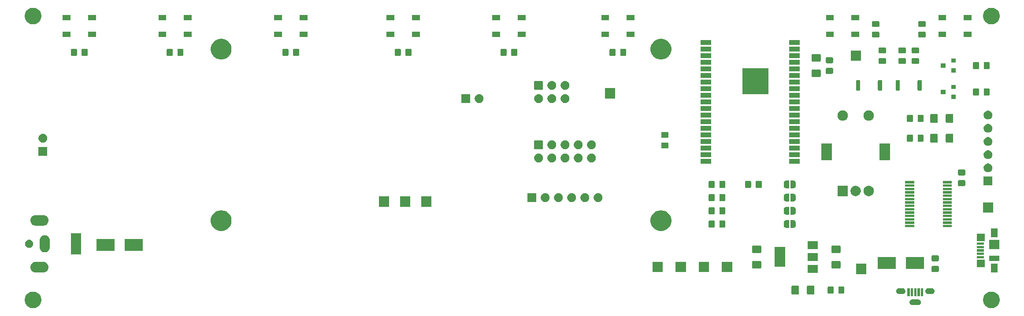
<source format=gbr>
%TF.GenerationSoftware,KiCad,Pcbnew,(5.1.6-0-10_14)*%
%TF.CreationDate,2020-10-26T15:40:05+01:00*%
%TF.ProjectId,GenericEPaperRemote,47656e65-7269-4634-9550-617065725265,rev?*%
%TF.SameCoordinates,Original*%
%TF.FileFunction,Soldermask,Bot*%
%TF.FilePolarity,Negative*%
%FSLAX46Y46*%
G04 Gerber Fmt 4.6, Leading zero omitted, Abs format (unit mm)*
G04 Created by KiCad (PCBNEW (5.1.6-0-10_14)) date 2020-10-26 15:40:05*
%MOMM*%
%LPD*%
G01*
G04 APERTURE LIST*
%ADD10C,0.100000*%
G04 APERTURE END LIST*
D10*
G36*
X268917144Y-136225743D02*
G01*
X269071703Y-136256487D01*
X269362884Y-136377098D01*
X269624941Y-136552199D01*
X269847801Y-136775059D01*
X270022902Y-137037116D01*
X270143513Y-137328297D01*
X270205000Y-137637414D01*
X270205000Y-137952586D01*
X270143513Y-138261703D01*
X270022902Y-138552884D01*
X269847801Y-138814941D01*
X269624941Y-139037801D01*
X269362884Y-139212902D01*
X269071703Y-139333513D01*
X268917145Y-139364256D01*
X268762588Y-139395000D01*
X268447412Y-139395000D01*
X268292855Y-139364256D01*
X268138297Y-139333513D01*
X267847116Y-139212902D01*
X267585059Y-139037801D01*
X267362199Y-138814941D01*
X267187098Y-138552884D01*
X267066487Y-138261703D01*
X267005000Y-137952586D01*
X267005000Y-137637414D01*
X267066487Y-137328297D01*
X267187098Y-137037116D01*
X267362199Y-136775059D01*
X267585059Y-136552199D01*
X267847116Y-136377098D01*
X268138297Y-136256487D01*
X268292856Y-136225743D01*
X268447412Y-136195000D01*
X268762588Y-136195000D01*
X268917144Y-136225743D01*
G37*
G36*
X84767144Y-136225743D02*
G01*
X84921703Y-136256487D01*
X85212884Y-136377098D01*
X85474941Y-136552199D01*
X85697801Y-136775059D01*
X85872902Y-137037116D01*
X85993513Y-137328297D01*
X86055000Y-137637414D01*
X86055000Y-137952586D01*
X85993513Y-138261703D01*
X85872902Y-138552884D01*
X85697801Y-138814941D01*
X85474941Y-139037801D01*
X85212884Y-139212902D01*
X84921703Y-139333513D01*
X84767145Y-139364256D01*
X84612588Y-139395000D01*
X84297412Y-139395000D01*
X84142855Y-139364256D01*
X83988297Y-139333513D01*
X83697116Y-139212902D01*
X83435059Y-139037801D01*
X83212199Y-138814941D01*
X83037098Y-138552884D01*
X82916487Y-138261703D01*
X82855000Y-137952586D01*
X82855000Y-137637414D01*
X82916487Y-137328297D01*
X83037098Y-137037116D01*
X83212199Y-136775059D01*
X83435059Y-136552199D01*
X83697116Y-136377098D01*
X83988297Y-136256487D01*
X84142856Y-136225743D01*
X84297412Y-136195000D01*
X84612588Y-136195000D01*
X84767144Y-136225743D01*
G37*
G36*
X254657819Y-137692958D02*
G01*
X254761494Y-137724408D01*
X254761496Y-137724409D01*
X254761499Y-137724410D01*
X254811853Y-137751325D01*
X254857042Y-137775479D01*
X254940790Y-137844210D01*
X255009521Y-137927958D01*
X255022685Y-137952586D01*
X255060590Y-138023501D01*
X255060591Y-138023504D01*
X255060592Y-138023506D01*
X255092042Y-138127181D01*
X255102661Y-138235000D01*
X255092042Y-138342819D01*
X255060592Y-138446494D01*
X255060590Y-138446499D01*
X255033675Y-138496853D01*
X255009521Y-138542042D01*
X254940790Y-138625790D01*
X254857042Y-138694521D01*
X254811853Y-138718675D01*
X254761499Y-138745590D01*
X254761496Y-138745591D01*
X254761494Y-138745592D01*
X254657819Y-138777042D01*
X254577018Y-138785000D01*
X253422982Y-138785000D01*
X253342181Y-138777042D01*
X253238506Y-138745592D01*
X253238504Y-138745591D01*
X253238501Y-138745590D01*
X253188147Y-138718675D01*
X253142958Y-138694521D01*
X253059210Y-138625790D01*
X252990479Y-138542042D01*
X252966325Y-138496853D01*
X252939410Y-138446499D01*
X252939408Y-138446494D01*
X252907958Y-138342819D01*
X252897339Y-138235000D01*
X252907958Y-138127181D01*
X252939408Y-138023506D01*
X252939409Y-138023504D01*
X252939410Y-138023501D01*
X252977315Y-137952586D01*
X252990479Y-137927958D01*
X253059210Y-137844210D01*
X253142958Y-137775479D01*
X253188147Y-137751325D01*
X253238501Y-137724410D01*
X253238504Y-137724409D01*
X253238506Y-137724408D01*
X253342181Y-137692958D01*
X253422982Y-137685000D01*
X254577018Y-137685000D01*
X254657819Y-137692958D01*
G37*
G36*
X254875000Y-137085000D02*
G01*
X254425000Y-137085000D01*
X254425000Y-135585000D01*
X254875000Y-135585000D01*
X254875000Y-137085000D01*
G37*
G36*
X254225000Y-137085000D02*
G01*
X253775000Y-137085000D01*
X253775000Y-135585000D01*
X254225000Y-135585000D01*
X254225000Y-137085000D01*
G37*
G36*
X253575000Y-137085000D02*
G01*
X253125000Y-137085000D01*
X253125000Y-135585000D01*
X253575000Y-135585000D01*
X253575000Y-137085000D01*
G37*
G36*
X252925000Y-137085000D02*
G01*
X252475000Y-137085000D01*
X252475000Y-135585000D01*
X252925000Y-135585000D01*
X252925000Y-137085000D01*
G37*
G36*
X255525000Y-137085000D02*
G01*
X255075000Y-137085000D01*
X255075000Y-135585000D01*
X255525000Y-135585000D01*
X255525000Y-137085000D01*
G37*
G36*
X234440065Y-135019340D02*
G01*
X234479600Y-135031333D01*
X234516041Y-135050811D01*
X234547979Y-135077021D01*
X234574189Y-135108959D01*
X234593667Y-135145400D01*
X234605660Y-135184935D01*
X234610000Y-135229000D01*
X234610000Y-136551000D01*
X234605660Y-136595065D01*
X234593667Y-136634600D01*
X234574189Y-136671041D01*
X234547979Y-136702979D01*
X234516041Y-136729189D01*
X234479600Y-136748667D01*
X234440065Y-136760660D01*
X234396000Y-136765000D01*
X233399000Y-136765000D01*
X233354935Y-136760660D01*
X233315400Y-136748667D01*
X233278959Y-136729189D01*
X233247021Y-136702979D01*
X233220811Y-136671041D01*
X233201333Y-136634600D01*
X233189340Y-136595065D01*
X233185000Y-136551000D01*
X233185000Y-135229000D01*
X233189340Y-135184935D01*
X233201333Y-135145400D01*
X233220811Y-135108959D01*
X233247021Y-135077021D01*
X233278959Y-135050811D01*
X233315400Y-135031333D01*
X233354935Y-135019340D01*
X233399000Y-135015000D01*
X234396000Y-135015000D01*
X234440065Y-135019340D01*
G37*
G36*
X231465065Y-135019340D02*
G01*
X231504600Y-135031333D01*
X231541041Y-135050811D01*
X231572979Y-135077021D01*
X231599189Y-135108959D01*
X231618667Y-135145400D01*
X231630660Y-135184935D01*
X231635000Y-135229000D01*
X231635000Y-136551000D01*
X231630660Y-136595065D01*
X231618667Y-136634600D01*
X231599189Y-136671041D01*
X231572979Y-136702979D01*
X231541041Y-136729189D01*
X231504600Y-136748667D01*
X231465065Y-136760660D01*
X231421000Y-136765000D01*
X230424000Y-136765000D01*
X230379935Y-136760660D01*
X230340400Y-136748667D01*
X230303959Y-136729189D01*
X230272021Y-136702979D01*
X230245811Y-136671041D01*
X230226333Y-136634600D01*
X230214340Y-136595065D01*
X230210000Y-136551000D01*
X230210000Y-135229000D01*
X230214340Y-135184935D01*
X230226333Y-135145400D01*
X230245811Y-135108959D01*
X230272021Y-135077021D01*
X230303959Y-135050811D01*
X230340400Y-135031333D01*
X230379935Y-135019340D01*
X230424000Y-135015000D01*
X231421000Y-135015000D01*
X231465065Y-135019340D01*
G37*
G36*
X251657819Y-135542958D02*
G01*
X251761494Y-135574408D01*
X251761496Y-135574409D01*
X251761499Y-135574410D01*
X251811853Y-135601325D01*
X251857042Y-135625479D01*
X251940790Y-135694210D01*
X252009521Y-135777958D01*
X252033675Y-135823147D01*
X252060590Y-135873501D01*
X252060591Y-135873504D01*
X252060592Y-135873506D01*
X252092042Y-135977181D01*
X252102661Y-136085000D01*
X252092042Y-136192819D01*
X252072728Y-136256487D01*
X252060590Y-136296499D01*
X252037337Y-136340001D01*
X252009521Y-136392042D01*
X251940790Y-136475790D01*
X251857042Y-136544521D01*
X251811853Y-136568675D01*
X251761499Y-136595590D01*
X251761496Y-136595591D01*
X251761494Y-136595592D01*
X251657819Y-136627042D01*
X251577018Y-136635000D01*
X250822982Y-136635000D01*
X250742181Y-136627042D01*
X250638506Y-136595592D01*
X250638504Y-136595591D01*
X250638501Y-136595590D01*
X250588147Y-136568675D01*
X250542958Y-136544521D01*
X250459210Y-136475790D01*
X250390479Y-136392042D01*
X250362663Y-136340001D01*
X250339410Y-136296499D01*
X250327272Y-136256487D01*
X250307958Y-136192819D01*
X250297339Y-136085000D01*
X250307958Y-135977181D01*
X250339408Y-135873506D01*
X250339409Y-135873504D01*
X250339410Y-135873501D01*
X250366325Y-135823147D01*
X250390479Y-135777958D01*
X250459210Y-135694210D01*
X250542958Y-135625479D01*
X250588147Y-135601325D01*
X250638501Y-135574410D01*
X250638504Y-135574409D01*
X250638506Y-135574408D01*
X250742181Y-135542958D01*
X250822982Y-135535000D01*
X251577018Y-135535000D01*
X251657819Y-135542958D01*
G37*
G36*
X257257819Y-135542958D02*
G01*
X257361494Y-135574408D01*
X257361496Y-135574409D01*
X257361499Y-135574410D01*
X257411853Y-135601325D01*
X257457042Y-135625479D01*
X257540790Y-135694210D01*
X257609521Y-135777958D01*
X257633675Y-135823147D01*
X257660590Y-135873501D01*
X257660591Y-135873504D01*
X257660592Y-135873506D01*
X257692042Y-135977181D01*
X257702661Y-136085000D01*
X257692042Y-136192819D01*
X257672728Y-136256487D01*
X257660590Y-136296499D01*
X257637337Y-136340001D01*
X257609521Y-136392042D01*
X257540790Y-136475790D01*
X257457042Y-136544521D01*
X257411853Y-136568675D01*
X257361499Y-136595590D01*
X257361496Y-136595591D01*
X257361494Y-136595592D01*
X257257819Y-136627042D01*
X257177018Y-136635000D01*
X256422982Y-136635000D01*
X256342181Y-136627042D01*
X256238506Y-136595592D01*
X256238504Y-136595591D01*
X256238501Y-136595590D01*
X256188147Y-136568675D01*
X256142958Y-136544521D01*
X256059210Y-136475790D01*
X255990479Y-136392042D01*
X255962663Y-136340001D01*
X255939410Y-136296499D01*
X255927272Y-136256487D01*
X255907958Y-136192819D01*
X255897339Y-136085000D01*
X255907958Y-135977181D01*
X255939408Y-135873506D01*
X255939409Y-135873504D01*
X255939410Y-135873501D01*
X255966325Y-135823147D01*
X255990479Y-135777958D01*
X256059210Y-135694210D01*
X256142958Y-135625479D01*
X256188147Y-135601325D01*
X256238501Y-135574410D01*
X256238504Y-135574409D01*
X256238506Y-135574408D01*
X256342181Y-135542958D01*
X256422982Y-135535000D01*
X257177018Y-135535000D01*
X257257819Y-135542958D01*
G37*
G36*
X238136015Y-135194437D02*
G01*
X238176494Y-135206716D01*
X238213802Y-135226658D01*
X238246504Y-135253496D01*
X238273342Y-135286198D01*
X238293284Y-135323506D01*
X238305563Y-135363985D01*
X238310000Y-135409034D01*
X238310000Y-136370966D01*
X238305563Y-136416015D01*
X238293284Y-136456494D01*
X238273342Y-136493802D01*
X238246504Y-136526504D01*
X238213802Y-136553342D01*
X238176494Y-136573284D01*
X238136015Y-136585563D01*
X238090966Y-136590000D01*
X237379034Y-136590000D01*
X237333985Y-136585563D01*
X237293506Y-136573284D01*
X237256198Y-136553342D01*
X237223496Y-136526504D01*
X237196658Y-136493802D01*
X237176716Y-136456494D01*
X237164437Y-136416015D01*
X237160000Y-136370966D01*
X237160000Y-135409034D01*
X237164437Y-135363985D01*
X237176716Y-135323506D01*
X237196658Y-135286198D01*
X237223496Y-135253496D01*
X237256198Y-135226658D01*
X237293506Y-135206716D01*
X237333985Y-135194437D01*
X237379034Y-135190000D01*
X238090966Y-135190000D01*
X238136015Y-135194437D01*
G37*
G36*
X240186015Y-135194437D02*
G01*
X240226494Y-135206716D01*
X240263802Y-135226658D01*
X240296504Y-135253496D01*
X240323342Y-135286198D01*
X240343284Y-135323506D01*
X240355563Y-135363985D01*
X240360000Y-135409034D01*
X240360000Y-136370966D01*
X240355563Y-136416015D01*
X240343284Y-136456494D01*
X240323342Y-136493802D01*
X240296504Y-136526504D01*
X240263802Y-136553342D01*
X240226494Y-136573284D01*
X240186015Y-136585563D01*
X240140966Y-136590000D01*
X239429034Y-136590000D01*
X239383985Y-136585563D01*
X239343506Y-136573284D01*
X239306198Y-136553342D01*
X239273496Y-136526504D01*
X239246658Y-136493802D01*
X239226716Y-136456494D01*
X239214437Y-136416015D01*
X239210000Y-136370966D01*
X239210000Y-135409034D01*
X239214437Y-135363985D01*
X239226716Y-135323506D01*
X239246658Y-135286198D01*
X239273496Y-135253496D01*
X239306198Y-135226658D01*
X239343506Y-135206716D01*
X239383985Y-135194437D01*
X239429034Y-135190000D01*
X240140966Y-135190000D01*
X240186015Y-135194437D01*
G37*
G36*
X244586000Y-132826000D02*
G01*
X242586000Y-132826000D01*
X242586000Y-130826000D01*
X244586000Y-130826000D01*
X244586000Y-132826000D01*
G37*
G36*
X235290000Y-132590000D02*
G01*
X233290000Y-132590000D01*
X233290000Y-131090000D01*
X235290000Y-131090000D01*
X235290000Y-132590000D01*
G37*
G36*
X86558091Y-130504823D02*
G01*
X86656036Y-130514470D01*
X86844535Y-130571651D01*
X87018256Y-130664506D01*
X87170528Y-130789472D01*
X87295494Y-130941744D01*
X87388349Y-131115465D01*
X87445530Y-131303964D01*
X87464838Y-131499999D01*
X87445530Y-131696036D01*
X87388349Y-131884535D01*
X87295494Y-132058256D01*
X87170528Y-132210528D01*
X87018256Y-132335494D01*
X86844535Y-132428349D01*
X86656036Y-132485530D01*
X86558091Y-132495177D01*
X86509120Y-132500000D01*
X84910880Y-132500000D01*
X84861909Y-132495177D01*
X84763964Y-132485530D01*
X84575465Y-132428349D01*
X84401744Y-132335494D01*
X84249472Y-132210528D01*
X84124506Y-132058256D01*
X84031651Y-131884535D01*
X83974470Y-131696036D01*
X83955162Y-131499999D01*
X83974470Y-131303964D01*
X84031651Y-131115465D01*
X84124506Y-130941744D01*
X84249472Y-130789472D01*
X84401744Y-130664506D01*
X84575465Y-130571651D01*
X84763964Y-130514470D01*
X84861909Y-130504823D01*
X84910880Y-130500000D01*
X86509120Y-130500000D01*
X86558091Y-130504823D01*
G37*
G36*
X269820000Y-132470000D02*
G01*
X268520000Y-132470000D01*
X268520000Y-130820000D01*
X269820000Y-130820000D01*
X269820000Y-132470000D01*
G37*
G36*
X218805000Y-132445000D02*
G01*
X216805000Y-132445000D01*
X216805000Y-130445000D01*
X218805000Y-130445000D01*
X218805000Y-132445000D01*
G37*
G36*
X214360000Y-132445000D02*
G01*
X212360000Y-132445000D01*
X212360000Y-130445000D01*
X214360000Y-130445000D01*
X214360000Y-132445000D01*
G37*
G36*
X209915000Y-132445000D02*
G01*
X207915000Y-132445000D01*
X207915000Y-130445000D01*
X209915000Y-130445000D01*
X209915000Y-132445000D01*
G37*
G36*
X205470000Y-132445000D02*
G01*
X203470000Y-132445000D01*
X203470000Y-130445000D01*
X205470000Y-130445000D01*
X205470000Y-132445000D01*
G37*
G36*
X258336015Y-131264437D02*
G01*
X258376494Y-131276716D01*
X258413802Y-131296658D01*
X258446504Y-131323496D01*
X258473342Y-131356198D01*
X258493284Y-131393506D01*
X258505563Y-131433985D01*
X258510000Y-131479034D01*
X258510000Y-132190966D01*
X258505563Y-132236015D01*
X258493284Y-132276494D01*
X258473342Y-132313802D01*
X258446504Y-132346504D01*
X258413802Y-132373342D01*
X258376494Y-132393284D01*
X258336015Y-132405563D01*
X258290966Y-132410000D01*
X257329034Y-132410000D01*
X257283985Y-132405563D01*
X257243506Y-132393284D01*
X257206198Y-132373342D01*
X257173496Y-132346504D01*
X257146658Y-132313802D01*
X257126716Y-132276494D01*
X257114437Y-132236015D01*
X257110000Y-132190966D01*
X257110000Y-131479034D01*
X257114437Y-131433985D01*
X257126716Y-131393506D01*
X257146658Y-131356198D01*
X257173496Y-131323496D01*
X257206198Y-131296658D01*
X257243506Y-131276716D01*
X257283985Y-131264437D01*
X257329034Y-131260000D01*
X258290966Y-131260000D01*
X258336015Y-131264437D01*
G37*
G36*
X255656000Y-131833000D02*
G01*
X252156000Y-131833000D01*
X252156000Y-129533000D01*
X255656000Y-129533000D01*
X255656000Y-131833000D01*
G37*
G36*
X250256000Y-131833000D02*
G01*
X246756000Y-131833000D01*
X246756000Y-129533000D01*
X250256000Y-129533000D01*
X250256000Y-131833000D01*
G37*
G36*
X239465065Y-130319340D02*
G01*
X239504600Y-130331333D01*
X239541041Y-130350811D01*
X239572979Y-130377021D01*
X239599189Y-130408959D01*
X239618667Y-130445400D01*
X239630660Y-130484935D01*
X239635000Y-130529000D01*
X239635000Y-131526000D01*
X239630660Y-131570065D01*
X239618667Y-131609600D01*
X239599189Y-131646041D01*
X239572979Y-131677979D01*
X239541041Y-131704189D01*
X239504600Y-131723667D01*
X239465065Y-131735660D01*
X239421000Y-131740000D01*
X238099000Y-131740000D01*
X238054935Y-131735660D01*
X238015400Y-131723667D01*
X237978959Y-131704189D01*
X237947021Y-131677979D01*
X237920811Y-131646041D01*
X237901333Y-131609600D01*
X237889340Y-131570065D01*
X237885000Y-131526000D01*
X237885000Y-130529000D01*
X237889340Y-130484935D01*
X237901333Y-130445400D01*
X237920811Y-130408959D01*
X237947021Y-130377021D01*
X237978959Y-130350811D01*
X238015400Y-130331333D01*
X238054935Y-130319340D01*
X238099000Y-130315000D01*
X239421000Y-130315000D01*
X239465065Y-130319340D01*
G37*
G36*
X224225065Y-130319340D02*
G01*
X224264600Y-130331333D01*
X224301041Y-130350811D01*
X224332979Y-130377021D01*
X224359189Y-130408959D01*
X224378667Y-130445400D01*
X224390660Y-130484935D01*
X224395000Y-130529000D01*
X224395000Y-131526000D01*
X224390660Y-131570065D01*
X224378667Y-131609600D01*
X224359189Y-131646041D01*
X224332979Y-131677979D01*
X224301041Y-131704189D01*
X224264600Y-131723667D01*
X224225065Y-131735660D01*
X224181000Y-131740000D01*
X222859000Y-131740000D01*
X222814935Y-131735660D01*
X222775400Y-131723667D01*
X222738959Y-131704189D01*
X222707021Y-131677979D01*
X222680811Y-131646041D01*
X222661333Y-131609600D01*
X222649340Y-131570065D01*
X222645000Y-131526000D01*
X222645000Y-130529000D01*
X222649340Y-130484935D01*
X222661333Y-130445400D01*
X222680811Y-130408959D01*
X222707021Y-130377021D01*
X222738959Y-130350811D01*
X222775400Y-130331333D01*
X222814935Y-130319340D01*
X222859000Y-130315000D01*
X224181000Y-130315000D01*
X224225065Y-130319340D01*
G37*
G36*
X267370000Y-131470000D02*
G01*
X265820000Y-131470000D01*
X265820000Y-130045000D01*
X267370000Y-130045000D01*
X267370000Y-131470000D01*
G37*
G36*
X228990000Y-131440000D02*
G01*
X226990000Y-131440000D01*
X226990000Y-127640000D01*
X228990000Y-127640000D01*
X228990000Y-131440000D01*
G37*
G36*
X258336015Y-129214437D02*
G01*
X258376494Y-129226716D01*
X258413802Y-129246658D01*
X258446504Y-129273496D01*
X258473342Y-129306198D01*
X258493284Y-129343506D01*
X258505563Y-129383985D01*
X258510000Y-129429034D01*
X258510000Y-130140966D01*
X258505563Y-130186015D01*
X258493284Y-130226494D01*
X258473342Y-130263802D01*
X258446504Y-130296504D01*
X258413802Y-130323342D01*
X258376494Y-130343284D01*
X258336015Y-130355563D01*
X258290966Y-130360000D01*
X257329034Y-130360000D01*
X257283985Y-130355563D01*
X257243506Y-130343284D01*
X257206198Y-130323342D01*
X257173496Y-130296504D01*
X257146658Y-130263802D01*
X257126716Y-130226494D01*
X257114437Y-130186015D01*
X257110000Y-130140966D01*
X257110000Y-129429034D01*
X257114437Y-129383985D01*
X257126716Y-129343506D01*
X257146658Y-129306198D01*
X257173496Y-129273496D01*
X257206198Y-129246658D01*
X257243506Y-129226716D01*
X257283985Y-129214437D01*
X257329034Y-129210000D01*
X258290966Y-129210000D01*
X258336015Y-129214437D01*
G37*
G36*
X270120000Y-130320000D02*
G01*
X268220000Y-130320000D01*
X268220000Y-129320000D01*
X270120000Y-129320000D01*
X270120000Y-130320000D01*
G37*
G36*
X235290000Y-130290000D02*
G01*
X233290000Y-130290000D01*
X233290000Y-128790000D01*
X235290000Y-128790000D01*
X235290000Y-130290000D01*
G37*
G36*
X267200000Y-129795000D02*
G01*
X265820000Y-129795000D01*
X265820000Y-129345000D01*
X267200000Y-129345000D01*
X267200000Y-129795000D01*
G37*
G36*
X267200000Y-129145000D02*
G01*
X265820000Y-129145000D01*
X265820000Y-128695000D01*
X267200000Y-128695000D01*
X267200000Y-129145000D01*
G37*
G36*
X93710000Y-129000000D02*
G01*
X91710000Y-129000000D01*
X91710000Y-125000000D01*
X93710000Y-125000000D01*
X93710000Y-129000000D01*
G37*
G36*
X239465065Y-127344340D02*
G01*
X239504600Y-127356333D01*
X239541041Y-127375811D01*
X239572979Y-127402021D01*
X239599189Y-127433959D01*
X239618667Y-127470400D01*
X239630660Y-127509935D01*
X239635000Y-127554000D01*
X239635000Y-128551000D01*
X239630660Y-128595065D01*
X239618667Y-128634600D01*
X239599189Y-128671041D01*
X239572979Y-128702979D01*
X239541041Y-128729189D01*
X239504600Y-128748667D01*
X239465065Y-128760660D01*
X239421000Y-128765000D01*
X238099000Y-128765000D01*
X238054935Y-128760660D01*
X238015400Y-128748667D01*
X237978959Y-128729189D01*
X237947021Y-128702979D01*
X237920811Y-128671041D01*
X237901333Y-128634600D01*
X237889340Y-128595065D01*
X237885000Y-128551000D01*
X237885000Y-127554000D01*
X237889340Y-127509935D01*
X237901333Y-127470400D01*
X237920811Y-127433959D01*
X237947021Y-127402021D01*
X237978959Y-127375811D01*
X238015400Y-127356333D01*
X238054935Y-127344340D01*
X238099000Y-127340000D01*
X239421000Y-127340000D01*
X239465065Y-127344340D01*
G37*
G36*
X224225065Y-127344340D02*
G01*
X224264600Y-127356333D01*
X224301041Y-127375811D01*
X224332979Y-127402021D01*
X224359189Y-127433959D01*
X224378667Y-127470400D01*
X224390660Y-127509935D01*
X224395000Y-127554000D01*
X224395000Y-128551000D01*
X224390660Y-128595065D01*
X224378667Y-128634600D01*
X224359189Y-128671041D01*
X224332979Y-128702979D01*
X224301041Y-128729189D01*
X224264600Y-128748667D01*
X224225065Y-128760660D01*
X224181000Y-128765000D01*
X222859000Y-128765000D01*
X222814935Y-128760660D01*
X222775400Y-128748667D01*
X222738959Y-128729189D01*
X222707021Y-128702979D01*
X222680811Y-128671041D01*
X222661333Y-128634600D01*
X222649340Y-128595065D01*
X222645000Y-128551000D01*
X222645000Y-127554000D01*
X222649340Y-127509935D01*
X222661333Y-127470400D01*
X222680811Y-127433959D01*
X222707021Y-127402021D01*
X222738959Y-127375811D01*
X222775400Y-127356333D01*
X222814935Y-127344340D01*
X222859000Y-127340000D01*
X224181000Y-127340000D01*
X224225065Y-127344340D01*
G37*
G36*
X86906035Y-125364470D02*
G01*
X87045484Y-125406772D01*
X87094534Y-125421651D01*
X87268258Y-125514508D01*
X87268260Y-125514509D01*
X87268259Y-125514509D01*
X87420528Y-125639472D01*
X87545494Y-125791744D01*
X87638349Y-125965465D01*
X87695530Y-126153964D01*
X87710000Y-126300881D01*
X87710000Y-127699119D01*
X87695530Y-127846036D01*
X87638349Y-128034535D01*
X87545494Y-128208256D01*
X87420528Y-128360528D01*
X87268256Y-128485494D01*
X87094535Y-128578349D01*
X86906036Y-128635530D01*
X86710000Y-128654838D01*
X86513965Y-128635530D01*
X86325466Y-128578349D01*
X86151745Y-128485494D01*
X85999473Y-128360528D01*
X85874507Y-128208256D01*
X85781652Y-128034535D01*
X85724471Y-127846035D01*
X85710000Y-127699119D01*
X85710000Y-126300882D01*
X85724470Y-126153965D01*
X85781650Y-125965470D01*
X85781651Y-125965466D01*
X85874508Y-125791742D01*
X85999472Y-125639472D01*
X86151744Y-125514506D01*
X86325465Y-125421651D01*
X86513964Y-125364470D01*
X86710000Y-125345162D01*
X86906035Y-125364470D01*
G37*
G36*
X267200000Y-128495000D02*
G01*
X265820000Y-128495000D01*
X265820000Y-128045000D01*
X267200000Y-128045000D01*
X267200000Y-128495000D01*
G37*
G36*
X105542000Y-128404000D02*
G01*
X102042000Y-128404000D01*
X102042000Y-126104000D01*
X105542000Y-126104000D01*
X105542000Y-128404000D01*
G37*
G36*
X100142000Y-128404000D02*
G01*
X96642000Y-128404000D01*
X96642000Y-126104000D01*
X100142000Y-126104000D01*
X100142000Y-128404000D01*
G37*
G36*
X270120000Y-128020000D02*
G01*
X268220000Y-128020000D01*
X268220000Y-126220000D01*
X270120000Y-126220000D01*
X270120000Y-128020000D01*
G37*
G36*
X235290000Y-127990000D02*
G01*
X233290000Y-127990000D01*
X233290000Y-126490000D01*
X235290000Y-126490000D01*
X235290000Y-127990000D01*
G37*
G36*
X267200000Y-127845000D02*
G01*
X265820000Y-127845000D01*
X265820000Y-127395000D01*
X267200000Y-127395000D01*
X267200000Y-127845000D01*
G37*
G36*
X83840312Y-126210248D02*
G01*
X83943351Y-126230743D01*
X84088942Y-126291049D01*
X84219970Y-126378599D01*
X84331401Y-126490030D01*
X84418951Y-126621058D01*
X84479257Y-126766649D01*
X84510000Y-126921207D01*
X84510000Y-127078793D01*
X84479257Y-127233351D01*
X84418951Y-127378942D01*
X84331401Y-127509970D01*
X84219970Y-127621401D01*
X84088942Y-127708951D01*
X83943351Y-127769257D01*
X83840312Y-127789752D01*
X83788794Y-127800000D01*
X83631206Y-127800000D01*
X83579688Y-127789752D01*
X83476649Y-127769257D01*
X83331058Y-127708951D01*
X83200030Y-127621401D01*
X83088599Y-127509970D01*
X83001049Y-127378942D01*
X82940743Y-127233351D01*
X82910000Y-127078793D01*
X82910000Y-126921207D01*
X82940743Y-126766649D01*
X83001049Y-126621058D01*
X83088599Y-126490030D01*
X83200030Y-126378599D01*
X83331058Y-126291049D01*
X83476649Y-126230743D01*
X83579688Y-126210248D01*
X83631206Y-126200000D01*
X83788794Y-126200000D01*
X83840312Y-126210248D01*
G37*
G36*
X267200000Y-127195000D02*
G01*
X265820000Y-127195000D01*
X265820000Y-126745000D01*
X267200000Y-126745000D01*
X267200000Y-127195000D01*
G37*
G36*
X267370000Y-126495000D02*
G01*
X265820000Y-126495000D01*
X265820000Y-125070000D01*
X267370000Y-125070000D01*
X267370000Y-126495000D01*
G37*
G36*
X269820000Y-125720000D02*
G01*
X268520000Y-125720000D01*
X268520000Y-124070000D01*
X269820000Y-124070000D01*
X269820000Y-125720000D01*
G37*
G36*
X205693378Y-120626859D02*
G01*
X206057355Y-120777623D01*
X206384926Y-120996499D01*
X206663501Y-121275074D01*
X206882377Y-121602645D01*
X207033141Y-121966622D01*
X207110000Y-122353017D01*
X207110000Y-122746983D01*
X207033141Y-123133378D01*
X206882377Y-123497355D01*
X206663501Y-123824926D01*
X206384926Y-124103501D01*
X206057355Y-124322377D01*
X205693378Y-124473141D01*
X205306983Y-124550000D01*
X204913017Y-124550000D01*
X204526622Y-124473141D01*
X204162645Y-124322377D01*
X203835074Y-124103501D01*
X203556499Y-123824926D01*
X203337623Y-123497355D01*
X203186859Y-123133378D01*
X203110000Y-122746983D01*
X203110000Y-122353017D01*
X203186859Y-121966622D01*
X203337623Y-121602645D01*
X203556499Y-121275074D01*
X203835074Y-120996499D01*
X204162645Y-120777623D01*
X204526622Y-120626859D01*
X204913017Y-120550000D01*
X205306983Y-120550000D01*
X205693378Y-120626859D01*
G37*
G36*
X121193378Y-120626859D02*
G01*
X121557355Y-120777623D01*
X121884926Y-120996499D01*
X122163501Y-121275074D01*
X122382377Y-121602645D01*
X122533141Y-121966622D01*
X122610000Y-122353017D01*
X122610000Y-122746983D01*
X122533141Y-123133378D01*
X122382377Y-123497355D01*
X122163501Y-123824926D01*
X121884926Y-124103501D01*
X121557355Y-124322377D01*
X121193378Y-124473141D01*
X120806983Y-124550000D01*
X120413017Y-124550000D01*
X120026622Y-124473141D01*
X119662645Y-124322377D01*
X119335074Y-124103501D01*
X119056499Y-123824926D01*
X118837623Y-123497355D01*
X118686859Y-123133378D01*
X118610000Y-122746983D01*
X118610000Y-122353017D01*
X118686859Y-121966622D01*
X118837623Y-121602645D01*
X119056499Y-121275074D01*
X119335074Y-120996499D01*
X119662645Y-120777623D01*
X120026622Y-120626859D01*
X120413017Y-120550000D01*
X120806983Y-120550000D01*
X121193378Y-120626859D01*
G37*
G36*
X229719999Y-122440000D02*
G01*
X229720000Y-122440000D01*
X229720000Y-122440001D01*
X229720290Y-122442944D01*
X229720290Y-123937056D01*
X229720000Y-123939999D01*
X229720000Y-123940000D01*
X229719999Y-123940000D01*
X229717056Y-123940290D01*
X229222944Y-123940290D01*
X229215238Y-123939531D01*
X229204117Y-123937882D01*
X229173935Y-123937882D01*
X229168043Y-123937302D01*
X229077697Y-123919331D01*
X229074862Y-123918471D01*
X229074858Y-123918470D01*
X229074854Y-123918468D01*
X229072022Y-123917609D01*
X228986916Y-123882358D01*
X228984306Y-123880963D01*
X228984302Y-123880961D01*
X228984298Y-123880958D01*
X228981690Y-123879564D01*
X228905096Y-123828385D01*
X228902811Y-123826510D01*
X228902803Y-123826505D01*
X228902796Y-123826498D01*
X228900513Y-123824625D01*
X228835375Y-123759487D01*
X228833502Y-123757204D01*
X228833495Y-123757197D01*
X228833490Y-123757189D01*
X228831615Y-123754904D01*
X228780436Y-123678310D01*
X228779042Y-123675702D01*
X228779039Y-123675698D01*
X228779037Y-123675694D01*
X228777642Y-123673084D01*
X228742391Y-123587978D01*
X228740669Y-123582303D01*
X228722698Y-123491957D01*
X228722118Y-123486065D01*
X228722118Y-123455883D01*
X228720469Y-123444762D01*
X228720000Y-123440000D01*
X228719710Y-123437056D01*
X228719710Y-122942944D01*
X228720469Y-122935238D01*
X228722118Y-122924117D01*
X228722118Y-122893935D01*
X228722698Y-122888043D01*
X228740669Y-122797697D01*
X228742391Y-122792022D01*
X228777642Y-122706916D01*
X228779037Y-122704306D01*
X228779039Y-122704302D01*
X228779042Y-122704298D01*
X228780436Y-122701690D01*
X228831615Y-122625096D01*
X228833490Y-122622811D01*
X228833495Y-122622803D01*
X228833502Y-122622796D01*
X228835375Y-122620513D01*
X228900513Y-122555375D01*
X228902796Y-122553502D01*
X228902803Y-122553495D01*
X228902811Y-122553490D01*
X228905096Y-122551615D01*
X228981690Y-122500436D01*
X228984298Y-122499042D01*
X228984302Y-122499039D01*
X228984306Y-122499037D01*
X228986916Y-122497642D01*
X229072022Y-122462391D01*
X229074854Y-122461532D01*
X229074858Y-122461530D01*
X229074862Y-122461529D01*
X229077697Y-122460669D01*
X229168043Y-122442698D01*
X229173935Y-122442118D01*
X229204117Y-122442118D01*
X229215238Y-122440469D01*
X229222944Y-122439710D01*
X229717056Y-122439710D01*
X229719999Y-122440000D01*
G37*
G36*
X230524762Y-122440469D02*
G01*
X230535883Y-122442118D01*
X230566065Y-122442118D01*
X230571957Y-122442698D01*
X230662303Y-122460669D01*
X230665138Y-122461529D01*
X230665142Y-122461530D01*
X230665146Y-122461532D01*
X230667978Y-122462391D01*
X230753084Y-122497642D01*
X230755694Y-122499037D01*
X230755698Y-122499039D01*
X230755702Y-122499042D01*
X230758310Y-122500436D01*
X230834904Y-122551615D01*
X230837189Y-122553490D01*
X230837197Y-122553495D01*
X230837204Y-122553502D01*
X230839487Y-122555375D01*
X230904625Y-122620513D01*
X230906498Y-122622796D01*
X230906505Y-122622803D01*
X230906510Y-122622811D01*
X230908385Y-122625096D01*
X230959564Y-122701690D01*
X230960958Y-122704298D01*
X230960961Y-122704302D01*
X230960963Y-122704306D01*
X230962358Y-122706916D01*
X230997609Y-122792022D01*
X230999331Y-122797697D01*
X231017302Y-122888043D01*
X231017882Y-122893935D01*
X231017882Y-122924117D01*
X231019531Y-122935238D01*
X231020290Y-122942944D01*
X231020290Y-123437056D01*
X231019531Y-123444762D01*
X231017882Y-123455883D01*
X231017882Y-123486065D01*
X231017302Y-123491957D01*
X230999331Y-123582303D01*
X230997609Y-123587978D01*
X230962358Y-123673084D01*
X230960963Y-123675694D01*
X230960961Y-123675698D01*
X230960958Y-123675702D01*
X230959564Y-123678310D01*
X230908385Y-123754904D01*
X230906510Y-123757189D01*
X230906505Y-123757197D01*
X230906498Y-123757204D01*
X230904625Y-123759487D01*
X230839487Y-123824625D01*
X230837204Y-123826498D01*
X230837197Y-123826505D01*
X230837189Y-123826510D01*
X230834904Y-123828385D01*
X230758310Y-123879564D01*
X230755702Y-123880958D01*
X230755698Y-123880961D01*
X230755694Y-123880963D01*
X230753084Y-123882358D01*
X230667978Y-123917609D01*
X230665146Y-123918468D01*
X230665142Y-123918470D01*
X230665138Y-123918471D01*
X230662303Y-123919331D01*
X230571957Y-123937302D01*
X230566065Y-123937882D01*
X230535883Y-123937882D01*
X230524762Y-123939531D01*
X230517056Y-123940290D01*
X230022944Y-123940290D01*
X230020001Y-123940000D01*
X230020000Y-123940000D01*
X230020000Y-123939999D01*
X230019710Y-123937056D01*
X230019710Y-122442944D01*
X230020000Y-122440001D01*
X230020000Y-122440000D01*
X230020001Y-122440000D01*
X230022944Y-122439710D01*
X230517056Y-122439710D01*
X230524762Y-122440469D01*
G37*
G36*
X215276015Y-122494437D02*
G01*
X215316494Y-122506716D01*
X215353802Y-122526658D01*
X215386504Y-122553496D01*
X215413342Y-122586198D01*
X215433284Y-122623506D01*
X215445563Y-122663985D01*
X215450000Y-122709034D01*
X215450000Y-123670966D01*
X215445563Y-123716015D01*
X215433284Y-123756494D01*
X215413342Y-123793802D01*
X215386504Y-123826504D01*
X215353802Y-123853342D01*
X215316494Y-123873284D01*
X215276015Y-123885563D01*
X215230966Y-123890000D01*
X214519034Y-123890000D01*
X214473985Y-123885563D01*
X214433506Y-123873284D01*
X214396198Y-123853342D01*
X214363496Y-123826504D01*
X214336658Y-123793802D01*
X214316716Y-123756494D01*
X214304437Y-123716015D01*
X214300000Y-123670966D01*
X214300000Y-122709034D01*
X214304437Y-122663985D01*
X214316716Y-122623506D01*
X214336658Y-122586198D01*
X214363496Y-122553496D01*
X214396198Y-122526658D01*
X214433506Y-122506716D01*
X214473985Y-122494437D01*
X214519034Y-122490000D01*
X215230966Y-122490000D01*
X215276015Y-122494437D01*
G37*
G36*
X217326015Y-122494437D02*
G01*
X217366494Y-122506716D01*
X217403802Y-122526658D01*
X217436504Y-122553496D01*
X217463342Y-122586198D01*
X217483284Y-122623506D01*
X217495563Y-122663985D01*
X217500000Y-122709034D01*
X217500000Y-123670966D01*
X217495563Y-123716015D01*
X217483284Y-123756494D01*
X217463342Y-123793802D01*
X217436504Y-123826504D01*
X217403802Y-123853342D01*
X217366494Y-123873284D01*
X217326015Y-123885563D01*
X217280966Y-123890000D01*
X216569034Y-123890000D01*
X216523985Y-123885563D01*
X216483506Y-123873284D01*
X216446198Y-123853342D01*
X216413496Y-123826504D01*
X216386658Y-123793802D01*
X216366716Y-123756494D01*
X216354437Y-123716015D01*
X216350000Y-123670966D01*
X216350000Y-122709034D01*
X216354437Y-122663985D01*
X216366716Y-122623506D01*
X216386658Y-122586198D01*
X216413496Y-122553496D01*
X216446198Y-122526658D01*
X216483506Y-122506716D01*
X216523985Y-122494437D01*
X216569034Y-122490000D01*
X217280966Y-122490000D01*
X217326015Y-122494437D01*
G37*
G36*
X261015000Y-123830000D02*
G01*
X259265000Y-123830000D01*
X259265000Y-123380000D01*
X261015000Y-123380000D01*
X261015000Y-123830000D01*
G37*
G36*
X253815000Y-123830000D02*
G01*
X252065000Y-123830000D01*
X252065000Y-123380000D01*
X253815000Y-123380000D01*
X253815000Y-123830000D01*
G37*
G36*
X86558091Y-121504823D02*
G01*
X86656036Y-121514470D01*
X86844535Y-121571651D01*
X87018256Y-121664506D01*
X87170528Y-121789472D01*
X87295494Y-121941744D01*
X87388349Y-122115465D01*
X87445530Y-122303964D01*
X87464838Y-122500000D01*
X87445530Y-122696036D01*
X87388349Y-122884535D01*
X87295494Y-123058256D01*
X87170528Y-123210528D01*
X87018256Y-123335494D01*
X86844535Y-123428349D01*
X86656036Y-123485530D01*
X86590781Y-123491957D01*
X86509120Y-123500000D01*
X84910880Y-123500000D01*
X84829219Y-123491957D01*
X84763964Y-123485530D01*
X84575465Y-123428349D01*
X84401744Y-123335494D01*
X84249472Y-123210528D01*
X84124506Y-123058256D01*
X84031651Y-122884535D01*
X83974470Y-122696036D01*
X83955162Y-122500000D01*
X83974470Y-122303964D01*
X84031651Y-122115465D01*
X84124506Y-121941744D01*
X84249472Y-121789472D01*
X84401744Y-121664506D01*
X84575465Y-121571651D01*
X84763964Y-121514470D01*
X84861909Y-121504823D01*
X84910880Y-121500000D01*
X86509120Y-121500000D01*
X86558091Y-121504823D01*
G37*
G36*
X253815000Y-123180000D02*
G01*
X252065000Y-123180000D01*
X252065000Y-122730000D01*
X253815000Y-122730000D01*
X253815000Y-123180000D01*
G37*
G36*
X261015000Y-123180000D02*
G01*
X259265000Y-123180000D01*
X259265000Y-122730000D01*
X261015000Y-122730000D01*
X261015000Y-123180000D01*
G37*
G36*
X253815000Y-122530000D02*
G01*
X252065000Y-122530000D01*
X252065000Y-122080000D01*
X253815000Y-122080000D01*
X253815000Y-122530000D01*
G37*
G36*
X261015000Y-122530000D02*
G01*
X259265000Y-122530000D01*
X259265000Y-122080000D01*
X261015000Y-122080000D01*
X261015000Y-122530000D01*
G37*
G36*
X253815000Y-121880000D02*
G01*
X252065000Y-121880000D01*
X252065000Y-121430000D01*
X253815000Y-121430000D01*
X253815000Y-121880000D01*
G37*
G36*
X261015000Y-121880000D02*
G01*
X259265000Y-121880000D01*
X259265000Y-121430000D01*
X261015000Y-121430000D01*
X261015000Y-121880000D01*
G37*
G36*
X230524762Y-119900469D02*
G01*
X230535883Y-119902118D01*
X230566065Y-119902118D01*
X230571957Y-119902698D01*
X230662303Y-119920669D01*
X230665138Y-119921529D01*
X230665142Y-119921530D01*
X230665146Y-119921532D01*
X230667978Y-119922391D01*
X230753084Y-119957642D01*
X230755694Y-119959037D01*
X230755698Y-119959039D01*
X230755702Y-119959042D01*
X230758310Y-119960436D01*
X230834904Y-120011615D01*
X230837189Y-120013490D01*
X230837197Y-120013495D01*
X230837204Y-120013502D01*
X230839487Y-120015375D01*
X230904625Y-120080513D01*
X230906498Y-120082796D01*
X230906505Y-120082803D01*
X230906510Y-120082811D01*
X230908385Y-120085096D01*
X230959564Y-120161690D01*
X230960958Y-120164298D01*
X230960961Y-120164302D01*
X230960963Y-120164306D01*
X230962358Y-120166916D01*
X230997609Y-120252022D01*
X230999331Y-120257697D01*
X231017302Y-120348043D01*
X231017882Y-120353935D01*
X231017882Y-120384117D01*
X231019531Y-120395238D01*
X231020290Y-120402944D01*
X231020290Y-120897056D01*
X231019531Y-120904762D01*
X231017882Y-120915883D01*
X231017882Y-120946065D01*
X231017302Y-120951957D01*
X230999331Y-121042303D01*
X230997609Y-121047978D01*
X230962358Y-121133084D01*
X230960963Y-121135694D01*
X230960961Y-121135698D01*
X230960958Y-121135702D01*
X230959564Y-121138310D01*
X230908385Y-121214904D01*
X230906510Y-121217189D01*
X230906505Y-121217197D01*
X230906498Y-121217204D01*
X230904625Y-121219487D01*
X230839487Y-121284625D01*
X230837204Y-121286498D01*
X230837197Y-121286505D01*
X230837189Y-121286510D01*
X230834904Y-121288385D01*
X230758310Y-121339564D01*
X230755702Y-121340958D01*
X230755698Y-121340961D01*
X230755694Y-121340963D01*
X230753084Y-121342358D01*
X230667978Y-121377609D01*
X230665146Y-121378468D01*
X230665142Y-121378470D01*
X230665138Y-121378471D01*
X230662303Y-121379331D01*
X230571957Y-121397302D01*
X230566065Y-121397882D01*
X230535883Y-121397882D01*
X230524762Y-121399531D01*
X230517056Y-121400290D01*
X230022944Y-121400290D01*
X230020001Y-121400000D01*
X230020000Y-121400000D01*
X230020000Y-121399999D01*
X230019710Y-121397056D01*
X230019710Y-119902944D01*
X230020000Y-119900001D01*
X230020000Y-119900000D01*
X230020001Y-119900000D01*
X230022944Y-119899710D01*
X230517056Y-119899710D01*
X230524762Y-119900469D01*
G37*
G36*
X229719999Y-119900000D02*
G01*
X229720000Y-119900000D01*
X229720000Y-119900001D01*
X229720290Y-119902944D01*
X229720290Y-121397056D01*
X229720000Y-121399999D01*
X229720000Y-121400000D01*
X229719999Y-121400000D01*
X229717056Y-121400290D01*
X229222944Y-121400290D01*
X229215238Y-121399531D01*
X229204117Y-121397882D01*
X229173935Y-121397882D01*
X229168043Y-121397302D01*
X229077697Y-121379331D01*
X229074862Y-121378471D01*
X229074858Y-121378470D01*
X229074854Y-121378468D01*
X229072022Y-121377609D01*
X228986916Y-121342358D01*
X228984306Y-121340963D01*
X228984302Y-121340961D01*
X228984298Y-121340958D01*
X228981690Y-121339564D01*
X228905096Y-121288385D01*
X228902811Y-121286510D01*
X228902803Y-121286505D01*
X228902796Y-121286498D01*
X228900513Y-121284625D01*
X228835375Y-121219487D01*
X228833502Y-121217204D01*
X228833495Y-121217197D01*
X228833490Y-121217189D01*
X228831615Y-121214904D01*
X228780436Y-121138310D01*
X228779042Y-121135702D01*
X228779039Y-121135698D01*
X228779037Y-121135694D01*
X228777642Y-121133084D01*
X228742391Y-121047978D01*
X228740669Y-121042303D01*
X228722698Y-120951957D01*
X228722118Y-120946065D01*
X228722118Y-120915883D01*
X228720469Y-120904762D01*
X228720000Y-120900000D01*
X228719710Y-120897056D01*
X228719710Y-120402944D01*
X228720469Y-120395238D01*
X228722118Y-120384117D01*
X228722118Y-120353935D01*
X228722698Y-120348043D01*
X228740669Y-120257697D01*
X228742391Y-120252022D01*
X228777642Y-120166916D01*
X228779037Y-120164306D01*
X228779039Y-120164302D01*
X228779042Y-120164298D01*
X228780436Y-120161690D01*
X228831615Y-120085096D01*
X228833490Y-120082811D01*
X228833495Y-120082803D01*
X228833502Y-120082796D01*
X228835375Y-120080513D01*
X228900513Y-120015375D01*
X228902796Y-120013502D01*
X228902803Y-120013495D01*
X228902811Y-120013490D01*
X228905096Y-120011615D01*
X228981690Y-119960436D01*
X228984298Y-119959042D01*
X228984302Y-119959039D01*
X228984306Y-119959037D01*
X228986916Y-119957642D01*
X229072022Y-119922391D01*
X229074854Y-119921532D01*
X229074858Y-119921530D01*
X229074862Y-119921529D01*
X229077697Y-119920669D01*
X229168043Y-119902698D01*
X229173935Y-119902118D01*
X229204117Y-119902118D01*
X229215238Y-119900469D01*
X229222944Y-119899710D01*
X229717056Y-119899710D01*
X229719999Y-119900000D01*
G37*
G36*
X217326015Y-119954437D02*
G01*
X217366494Y-119966716D01*
X217403802Y-119986658D01*
X217436504Y-120013496D01*
X217463342Y-120046198D01*
X217483284Y-120083506D01*
X217495563Y-120123985D01*
X217500000Y-120169034D01*
X217500000Y-121130966D01*
X217495563Y-121176015D01*
X217483284Y-121216494D01*
X217463342Y-121253802D01*
X217436504Y-121286504D01*
X217403802Y-121313342D01*
X217366494Y-121333284D01*
X217326015Y-121345563D01*
X217280966Y-121350000D01*
X216569034Y-121350000D01*
X216523985Y-121345563D01*
X216483506Y-121333284D01*
X216446198Y-121313342D01*
X216413496Y-121286504D01*
X216386658Y-121253802D01*
X216366716Y-121216494D01*
X216354437Y-121176015D01*
X216350000Y-121130966D01*
X216350000Y-120169034D01*
X216354437Y-120123985D01*
X216366716Y-120083506D01*
X216386658Y-120046198D01*
X216413496Y-120013496D01*
X216446198Y-119986658D01*
X216483506Y-119966716D01*
X216523985Y-119954437D01*
X216569034Y-119950000D01*
X217280966Y-119950000D01*
X217326015Y-119954437D01*
G37*
G36*
X215276015Y-119954437D02*
G01*
X215316494Y-119966716D01*
X215353802Y-119986658D01*
X215386504Y-120013496D01*
X215413342Y-120046198D01*
X215433284Y-120083506D01*
X215445563Y-120123985D01*
X215450000Y-120169034D01*
X215450000Y-121130966D01*
X215445563Y-121176015D01*
X215433284Y-121216494D01*
X215413342Y-121253802D01*
X215386504Y-121286504D01*
X215353802Y-121313342D01*
X215316494Y-121333284D01*
X215276015Y-121345563D01*
X215230966Y-121350000D01*
X214519034Y-121350000D01*
X214473985Y-121345563D01*
X214433506Y-121333284D01*
X214396198Y-121313342D01*
X214363496Y-121286504D01*
X214336658Y-121253802D01*
X214316716Y-121216494D01*
X214304437Y-121176015D01*
X214300000Y-121130966D01*
X214300000Y-120169034D01*
X214304437Y-120123985D01*
X214316716Y-120083506D01*
X214336658Y-120046198D01*
X214363496Y-120013496D01*
X214396198Y-119986658D01*
X214433506Y-119966716D01*
X214473985Y-119954437D01*
X214519034Y-119950000D01*
X215230966Y-119950000D01*
X215276015Y-119954437D01*
G37*
G36*
X261015000Y-121230000D02*
G01*
X259265000Y-121230000D01*
X259265000Y-120780000D01*
X261015000Y-120780000D01*
X261015000Y-121230000D01*
G37*
G36*
X253815000Y-121230000D02*
G01*
X252065000Y-121230000D01*
X252065000Y-120780000D01*
X253815000Y-120780000D01*
X253815000Y-121230000D01*
G37*
G36*
X268970000Y-121015000D02*
G01*
X266970000Y-121015000D01*
X266970000Y-119015000D01*
X268970000Y-119015000D01*
X268970000Y-121015000D01*
G37*
G36*
X261015000Y-120580000D02*
G01*
X259265000Y-120580000D01*
X259265000Y-120130000D01*
X261015000Y-120130000D01*
X261015000Y-120580000D01*
G37*
G36*
X253815000Y-120580000D02*
G01*
X252065000Y-120580000D01*
X252065000Y-120130000D01*
X253815000Y-120130000D01*
X253815000Y-120580000D01*
G37*
G36*
X253815000Y-119930000D02*
G01*
X252065000Y-119930000D01*
X252065000Y-119480000D01*
X253815000Y-119480000D01*
X253815000Y-119930000D01*
G37*
G36*
X261015000Y-119930000D02*
G01*
X259265000Y-119930000D01*
X259265000Y-119480000D01*
X261015000Y-119480000D01*
X261015000Y-119930000D01*
G37*
G36*
X152892000Y-119872000D02*
G01*
X150892000Y-119872000D01*
X150892000Y-117872000D01*
X152892000Y-117872000D01*
X152892000Y-119872000D01*
G37*
G36*
X156956000Y-119872000D02*
G01*
X154956000Y-119872000D01*
X154956000Y-117872000D01*
X156956000Y-117872000D01*
X156956000Y-119872000D01*
G37*
G36*
X161020000Y-119872000D02*
G01*
X159020000Y-119872000D01*
X159020000Y-117872000D01*
X161020000Y-117872000D01*
X161020000Y-119872000D01*
G37*
G36*
X261015000Y-119280000D02*
G01*
X259265000Y-119280000D01*
X259265000Y-118830000D01*
X261015000Y-118830000D01*
X261015000Y-119280000D01*
G37*
G36*
X253815000Y-119280000D02*
G01*
X252065000Y-119280000D01*
X252065000Y-118830000D01*
X253815000Y-118830000D01*
X253815000Y-119280000D01*
G37*
G36*
X181190000Y-118960000D02*
G01*
X179490000Y-118960000D01*
X179490000Y-117260000D01*
X181190000Y-117260000D01*
X181190000Y-118960000D01*
G37*
G36*
X183127936Y-117292665D02*
G01*
X183282626Y-117356739D01*
X183321016Y-117382391D01*
X183421844Y-117449762D01*
X183540238Y-117568156D01*
X183576008Y-117621690D01*
X183633261Y-117707374D01*
X183697335Y-117862064D01*
X183730000Y-118026282D01*
X183730000Y-118193718D01*
X183697335Y-118357936D01*
X183633261Y-118512626D01*
X183586855Y-118582076D01*
X183540238Y-118651844D01*
X183421844Y-118770238D01*
X183352076Y-118816855D01*
X183282626Y-118863261D01*
X183127936Y-118927335D01*
X182963718Y-118960000D01*
X182796282Y-118960000D01*
X182632064Y-118927335D01*
X182477374Y-118863261D01*
X182407924Y-118816855D01*
X182338156Y-118770238D01*
X182219762Y-118651844D01*
X182173145Y-118582076D01*
X182126739Y-118512626D01*
X182062665Y-118357936D01*
X182030000Y-118193718D01*
X182030000Y-118026282D01*
X182062665Y-117862064D01*
X182126739Y-117707374D01*
X182183992Y-117621690D01*
X182219762Y-117568156D01*
X182338156Y-117449762D01*
X182438984Y-117382391D01*
X182477374Y-117356739D01*
X182632064Y-117292665D01*
X182796282Y-117260000D01*
X182963718Y-117260000D01*
X183127936Y-117292665D01*
G37*
G36*
X185667936Y-117292665D02*
G01*
X185822626Y-117356739D01*
X185861016Y-117382391D01*
X185961844Y-117449762D01*
X186080238Y-117568156D01*
X186116008Y-117621690D01*
X186173261Y-117707374D01*
X186237335Y-117862064D01*
X186270000Y-118026282D01*
X186270000Y-118193718D01*
X186237335Y-118357936D01*
X186173261Y-118512626D01*
X186126855Y-118582076D01*
X186080238Y-118651844D01*
X185961844Y-118770238D01*
X185892076Y-118816855D01*
X185822626Y-118863261D01*
X185667936Y-118927335D01*
X185503718Y-118960000D01*
X185336282Y-118960000D01*
X185172064Y-118927335D01*
X185017374Y-118863261D01*
X184947924Y-118816855D01*
X184878156Y-118770238D01*
X184759762Y-118651844D01*
X184713145Y-118582076D01*
X184666739Y-118512626D01*
X184602665Y-118357936D01*
X184570000Y-118193718D01*
X184570000Y-118026282D01*
X184602665Y-117862064D01*
X184666739Y-117707374D01*
X184723992Y-117621690D01*
X184759762Y-117568156D01*
X184878156Y-117449762D01*
X184978984Y-117382391D01*
X185017374Y-117356739D01*
X185172064Y-117292665D01*
X185336282Y-117260000D01*
X185503718Y-117260000D01*
X185667936Y-117292665D01*
G37*
G36*
X188207936Y-117292665D02*
G01*
X188362626Y-117356739D01*
X188401016Y-117382391D01*
X188501844Y-117449762D01*
X188620238Y-117568156D01*
X188656008Y-117621690D01*
X188713261Y-117707374D01*
X188777335Y-117862064D01*
X188810000Y-118026282D01*
X188810000Y-118193718D01*
X188777335Y-118357936D01*
X188713261Y-118512626D01*
X188666855Y-118582076D01*
X188620238Y-118651844D01*
X188501844Y-118770238D01*
X188432076Y-118816855D01*
X188362626Y-118863261D01*
X188207936Y-118927335D01*
X188043718Y-118960000D01*
X187876282Y-118960000D01*
X187712064Y-118927335D01*
X187557374Y-118863261D01*
X187487924Y-118816855D01*
X187418156Y-118770238D01*
X187299762Y-118651844D01*
X187253145Y-118582076D01*
X187206739Y-118512626D01*
X187142665Y-118357936D01*
X187110000Y-118193718D01*
X187110000Y-118026282D01*
X187142665Y-117862064D01*
X187206739Y-117707374D01*
X187263992Y-117621690D01*
X187299762Y-117568156D01*
X187418156Y-117449762D01*
X187518984Y-117382391D01*
X187557374Y-117356739D01*
X187712064Y-117292665D01*
X187876282Y-117260000D01*
X188043718Y-117260000D01*
X188207936Y-117292665D01*
G37*
G36*
X190747936Y-117292665D02*
G01*
X190902626Y-117356739D01*
X190941016Y-117382391D01*
X191041844Y-117449762D01*
X191160238Y-117568156D01*
X191196008Y-117621690D01*
X191253261Y-117707374D01*
X191317335Y-117862064D01*
X191350000Y-118026282D01*
X191350000Y-118193718D01*
X191317335Y-118357936D01*
X191253261Y-118512626D01*
X191206855Y-118582076D01*
X191160238Y-118651844D01*
X191041844Y-118770238D01*
X190972076Y-118816855D01*
X190902626Y-118863261D01*
X190747936Y-118927335D01*
X190583718Y-118960000D01*
X190416282Y-118960000D01*
X190252064Y-118927335D01*
X190097374Y-118863261D01*
X190027924Y-118816855D01*
X189958156Y-118770238D01*
X189839762Y-118651844D01*
X189793145Y-118582076D01*
X189746739Y-118512626D01*
X189682665Y-118357936D01*
X189650000Y-118193718D01*
X189650000Y-118026282D01*
X189682665Y-117862064D01*
X189746739Y-117707374D01*
X189803992Y-117621690D01*
X189839762Y-117568156D01*
X189958156Y-117449762D01*
X190058984Y-117382391D01*
X190097374Y-117356739D01*
X190252064Y-117292665D01*
X190416282Y-117260000D01*
X190583718Y-117260000D01*
X190747936Y-117292665D01*
G37*
G36*
X193287936Y-117292665D02*
G01*
X193442626Y-117356739D01*
X193481016Y-117382391D01*
X193581844Y-117449762D01*
X193700238Y-117568156D01*
X193736008Y-117621690D01*
X193793261Y-117707374D01*
X193857335Y-117862064D01*
X193890000Y-118026282D01*
X193890000Y-118193718D01*
X193857335Y-118357936D01*
X193793261Y-118512626D01*
X193746855Y-118582076D01*
X193700238Y-118651844D01*
X193581844Y-118770238D01*
X193512076Y-118816855D01*
X193442626Y-118863261D01*
X193287936Y-118927335D01*
X193123718Y-118960000D01*
X192956282Y-118960000D01*
X192792064Y-118927335D01*
X192637374Y-118863261D01*
X192567924Y-118816855D01*
X192498156Y-118770238D01*
X192379762Y-118651844D01*
X192333145Y-118582076D01*
X192286739Y-118512626D01*
X192222665Y-118357936D01*
X192190000Y-118193718D01*
X192190000Y-118026282D01*
X192222665Y-117862064D01*
X192286739Y-117707374D01*
X192343992Y-117621690D01*
X192379762Y-117568156D01*
X192498156Y-117449762D01*
X192598984Y-117382391D01*
X192637374Y-117356739D01*
X192792064Y-117292665D01*
X192956282Y-117260000D01*
X193123718Y-117260000D01*
X193287936Y-117292665D01*
G37*
G36*
X229719999Y-117360000D02*
G01*
X229720000Y-117360000D01*
X229720000Y-117360001D01*
X229720290Y-117362944D01*
X229720290Y-118857056D01*
X229720000Y-118859999D01*
X229720000Y-118860000D01*
X229719999Y-118860000D01*
X229717056Y-118860290D01*
X229222944Y-118860290D01*
X229215238Y-118859531D01*
X229204117Y-118857882D01*
X229173935Y-118857882D01*
X229168043Y-118857302D01*
X229077697Y-118839331D01*
X229074862Y-118838471D01*
X229074858Y-118838470D01*
X229074854Y-118838468D01*
X229072022Y-118837609D01*
X228986916Y-118802358D01*
X228984306Y-118800963D01*
X228984302Y-118800961D01*
X228984298Y-118800958D01*
X228981690Y-118799564D01*
X228905096Y-118748385D01*
X228902811Y-118746510D01*
X228902803Y-118746505D01*
X228902796Y-118746498D01*
X228900513Y-118744625D01*
X228835375Y-118679487D01*
X228833502Y-118677204D01*
X228833495Y-118677197D01*
X228833490Y-118677189D01*
X228831615Y-118674904D01*
X228780436Y-118598310D01*
X228779042Y-118595702D01*
X228779039Y-118595698D01*
X228779037Y-118595694D01*
X228777642Y-118593084D01*
X228742391Y-118507978D01*
X228740669Y-118502303D01*
X228722698Y-118411957D01*
X228722118Y-118406065D01*
X228722118Y-118375883D01*
X228720469Y-118364762D01*
X228720000Y-118360000D01*
X228719710Y-118357056D01*
X228719710Y-117862944D01*
X228720469Y-117855238D01*
X228722118Y-117844117D01*
X228722118Y-117813935D01*
X228722698Y-117808043D01*
X228740669Y-117717697D01*
X228742391Y-117712022D01*
X228777642Y-117626916D01*
X228779037Y-117624306D01*
X228779039Y-117624302D01*
X228779042Y-117624298D01*
X228780436Y-117621690D01*
X228831615Y-117545096D01*
X228833490Y-117542811D01*
X228833495Y-117542803D01*
X228833502Y-117542796D01*
X228835375Y-117540513D01*
X228900513Y-117475375D01*
X228902796Y-117473502D01*
X228902803Y-117473495D01*
X228902811Y-117473490D01*
X228905096Y-117471615D01*
X228981690Y-117420436D01*
X228984298Y-117419042D01*
X228984302Y-117419039D01*
X228984306Y-117419037D01*
X228986916Y-117417642D01*
X229072022Y-117382391D01*
X229074854Y-117381532D01*
X229074858Y-117381530D01*
X229074862Y-117381529D01*
X229077697Y-117380669D01*
X229168043Y-117362698D01*
X229173935Y-117362118D01*
X229204117Y-117362118D01*
X229215238Y-117360469D01*
X229222944Y-117359710D01*
X229717056Y-117359710D01*
X229719999Y-117360000D01*
G37*
G36*
X230524762Y-117360469D02*
G01*
X230535883Y-117362118D01*
X230566065Y-117362118D01*
X230571957Y-117362698D01*
X230662303Y-117380669D01*
X230665138Y-117381529D01*
X230665142Y-117381530D01*
X230665146Y-117381532D01*
X230667978Y-117382391D01*
X230753084Y-117417642D01*
X230755694Y-117419037D01*
X230755698Y-117419039D01*
X230755702Y-117419042D01*
X230758310Y-117420436D01*
X230834904Y-117471615D01*
X230837189Y-117473490D01*
X230837197Y-117473495D01*
X230837204Y-117473502D01*
X230839487Y-117475375D01*
X230904625Y-117540513D01*
X230906498Y-117542796D01*
X230906505Y-117542803D01*
X230906510Y-117542811D01*
X230908385Y-117545096D01*
X230959564Y-117621690D01*
X230960958Y-117624298D01*
X230960961Y-117624302D01*
X230960963Y-117624306D01*
X230962358Y-117626916D01*
X230997609Y-117712022D01*
X230999331Y-117717697D01*
X231017302Y-117808043D01*
X231017882Y-117813935D01*
X231017882Y-117844117D01*
X231019531Y-117855238D01*
X231020290Y-117862944D01*
X231020290Y-118357056D01*
X231019531Y-118364762D01*
X231017882Y-118375883D01*
X231017882Y-118406065D01*
X231017302Y-118411957D01*
X230999331Y-118502303D01*
X230997609Y-118507978D01*
X230962358Y-118593084D01*
X230960963Y-118595694D01*
X230960961Y-118595698D01*
X230960958Y-118595702D01*
X230959564Y-118598310D01*
X230908385Y-118674904D01*
X230906510Y-118677189D01*
X230906505Y-118677197D01*
X230906498Y-118677204D01*
X230904625Y-118679487D01*
X230839487Y-118744625D01*
X230837204Y-118746498D01*
X230837197Y-118746505D01*
X230837189Y-118746510D01*
X230834904Y-118748385D01*
X230758310Y-118799564D01*
X230755702Y-118800958D01*
X230755698Y-118800961D01*
X230755694Y-118800963D01*
X230753084Y-118802358D01*
X230667978Y-118837609D01*
X230665146Y-118838468D01*
X230665142Y-118838470D01*
X230665138Y-118838471D01*
X230662303Y-118839331D01*
X230571957Y-118857302D01*
X230566065Y-118857882D01*
X230535883Y-118857882D01*
X230524762Y-118859531D01*
X230517056Y-118860290D01*
X230022944Y-118860290D01*
X230020001Y-118860000D01*
X230020000Y-118860000D01*
X230020000Y-118859999D01*
X230019710Y-118857056D01*
X230019710Y-117362944D01*
X230020000Y-117360001D01*
X230020000Y-117360000D01*
X230020001Y-117360000D01*
X230022944Y-117359710D01*
X230517056Y-117359710D01*
X230524762Y-117360469D01*
G37*
G36*
X215276015Y-117414437D02*
G01*
X215316494Y-117426716D01*
X215353802Y-117446658D01*
X215386504Y-117473496D01*
X215413342Y-117506198D01*
X215433284Y-117543506D01*
X215445563Y-117583985D01*
X215450000Y-117629034D01*
X215450000Y-118590966D01*
X215445563Y-118636015D01*
X215433284Y-118676494D01*
X215413342Y-118713802D01*
X215386504Y-118746504D01*
X215353802Y-118773342D01*
X215316494Y-118793284D01*
X215276015Y-118805563D01*
X215230966Y-118810000D01*
X214519034Y-118810000D01*
X214473985Y-118805563D01*
X214433506Y-118793284D01*
X214396198Y-118773342D01*
X214363496Y-118746504D01*
X214336658Y-118713802D01*
X214316716Y-118676494D01*
X214304437Y-118636015D01*
X214300000Y-118590966D01*
X214300000Y-117629034D01*
X214304437Y-117583985D01*
X214316716Y-117543506D01*
X214336658Y-117506198D01*
X214363496Y-117473496D01*
X214396198Y-117446658D01*
X214433506Y-117426716D01*
X214473985Y-117414437D01*
X214519034Y-117410000D01*
X215230966Y-117410000D01*
X215276015Y-117414437D01*
G37*
G36*
X217326015Y-117414437D02*
G01*
X217366494Y-117426716D01*
X217403802Y-117446658D01*
X217436504Y-117473496D01*
X217463342Y-117506198D01*
X217483284Y-117543506D01*
X217495563Y-117583985D01*
X217500000Y-117629034D01*
X217500000Y-118590966D01*
X217495563Y-118636015D01*
X217483284Y-118676494D01*
X217463342Y-118713802D01*
X217436504Y-118746504D01*
X217403802Y-118773342D01*
X217366494Y-118793284D01*
X217326015Y-118805563D01*
X217280966Y-118810000D01*
X216569034Y-118810000D01*
X216523985Y-118805563D01*
X216483506Y-118793284D01*
X216446198Y-118773342D01*
X216413496Y-118746504D01*
X216386658Y-118713802D01*
X216366716Y-118676494D01*
X216354437Y-118636015D01*
X216350000Y-118590966D01*
X216350000Y-117629034D01*
X216354437Y-117583985D01*
X216366716Y-117543506D01*
X216386658Y-117506198D01*
X216413496Y-117473496D01*
X216446198Y-117446658D01*
X216483506Y-117426716D01*
X216523985Y-117414437D01*
X216569034Y-117410000D01*
X217280966Y-117410000D01*
X217326015Y-117414437D01*
G37*
G36*
X253815000Y-118630000D02*
G01*
X252065000Y-118630000D01*
X252065000Y-118180000D01*
X253815000Y-118180000D01*
X253815000Y-118630000D01*
G37*
G36*
X261015000Y-118630000D02*
G01*
X259265000Y-118630000D01*
X259265000Y-118180000D01*
X261015000Y-118180000D01*
X261015000Y-118630000D01*
G37*
G36*
X261015000Y-117980000D02*
G01*
X259265000Y-117980000D01*
X259265000Y-117530000D01*
X261015000Y-117530000D01*
X261015000Y-117980000D01*
G37*
G36*
X253815000Y-117980000D02*
G01*
X252065000Y-117980000D01*
X252065000Y-117530000D01*
X253815000Y-117530000D01*
X253815000Y-117980000D01*
G37*
G36*
X241030000Y-117840000D02*
G01*
X239030000Y-117840000D01*
X239030000Y-115840000D01*
X241030000Y-115840000D01*
X241030000Y-117840000D01*
G37*
G36*
X245218321Y-115857868D02*
G01*
X245321689Y-115878429D01*
X245503678Y-115953811D01*
X245667463Y-116063249D01*
X245806751Y-116202537D01*
X245916189Y-116366322D01*
X245991571Y-116548311D01*
X246030000Y-116741509D01*
X246030000Y-116938491D01*
X245991571Y-117131689D01*
X245916189Y-117313678D01*
X245806751Y-117477463D01*
X245667463Y-117616751D01*
X245503678Y-117726189D01*
X245321689Y-117801571D01*
X245225090Y-117820786D01*
X245128493Y-117840000D01*
X244931507Y-117840000D01*
X244834910Y-117820786D01*
X244738311Y-117801571D01*
X244556322Y-117726189D01*
X244392537Y-117616751D01*
X244253249Y-117477463D01*
X244143811Y-117313678D01*
X244068429Y-117131689D01*
X244030000Y-116938491D01*
X244030000Y-116741509D01*
X244068429Y-116548311D01*
X244143811Y-116366322D01*
X244253249Y-116202537D01*
X244392537Y-116063249D01*
X244556322Y-115953811D01*
X244738311Y-115878429D01*
X244841679Y-115857868D01*
X244931507Y-115840000D01*
X245128493Y-115840000D01*
X245218321Y-115857868D01*
G37*
G36*
X242718321Y-115857868D02*
G01*
X242821689Y-115878429D01*
X243003678Y-115953811D01*
X243167463Y-116063249D01*
X243306751Y-116202537D01*
X243416189Y-116366322D01*
X243491571Y-116548311D01*
X243530000Y-116741509D01*
X243530000Y-116938491D01*
X243491571Y-117131689D01*
X243416189Y-117313678D01*
X243306751Y-117477463D01*
X243167463Y-117616751D01*
X243003678Y-117726189D01*
X242821689Y-117801571D01*
X242725090Y-117820786D01*
X242628493Y-117840000D01*
X242431507Y-117840000D01*
X242334910Y-117820786D01*
X242238311Y-117801571D01*
X242056322Y-117726189D01*
X241892537Y-117616751D01*
X241753249Y-117477463D01*
X241643811Y-117313678D01*
X241568429Y-117131689D01*
X241530000Y-116938491D01*
X241530000Y-116741509D01*
X241568429Y-116548311D01*
X241643811Y-116366322D01*
X241753249Y-116202537D01*
X241892537Y-116063249D01*
X242056322Y-115953811D01*
X242238311Y-115878429D01*
X242341679Y-115857868D01*
X242431507Y-115840000D01*
X242628493Y-115840000D01*
X242718321Y-115857868D01*
G37*
G36*
X261015000Y-117330000D02*
G01*
X259265000Y-117330000D01*
X259265000Y-116880000D01*
X261015000Y-116880000D01*
X261015000Y-117330000D01*
G37*
G36*
X253815000Y-117330000D02*
G01*
X252065000Y-117330000D01*
X252065000Y-116880000D01*
X253815000Y-116880000D01*
X253815000Y-117330000D01*
G37*
G36*
X261015000Y-116680000D02*
G01*
X259265000Y-116680000D01*
X259265000Y-116230000D01*
X261015000Y-116230000D01*
X261015000Y-116680000D01*
G37*
G36*
X253815000Y-116680000D02*
G01*
X252065000Y-116680000D01*
X252065000Y-116230000D01*
X253815000Y-116230000D01*
X253815000Y-116680000D01*
G37*
G36*
X229719999Y-114820000D02*
G01*
X229720000Y-114820000D01*
X229720000Y-114820001D01*
X229720290Y-114822944D01*
X229720290Y-116317056D01*
X229720000Y-116319999D01*
X229720000Y-116320000D01*
X229719999Y-116320000D01*
X229717056Y-116320290D01*
X229222944Y-116320290D01*
X229215238Y-116319531D01*
X229204117Y-116317882D01*
X229173935Y-116317882D01*
X229168043Y-116317302D01*
X229077697Y-116299331D01*
X229074862Y-116298471D01*
X229074858Y-116298470D01*
X229074854Y-116298468D01*
X229072022Y-116297609D01*
X228986916Y-116262358D01*
X228984306Y-116260963D01*
X228984302Y-116260961D01*
X228984298Y-116260958D01*
X228981690Y-116259564D01*
X228905096Y-116208385D01*
X228902811Y-116206510D01*
X228902803Y-116206505D01*
X228902796Y-116206498D01*
X228900513Y-116204625D01*
X228835375Y-116139487D01*
X228833502Y-116137204D01*
X228833495Y-116137197D01*
X228833490Y-116137189D01*
X228831615Y-116134904D01*
X228780436Y-116058310D01*
X228779042Y-116055702D01*
X228779039Y-116055698D01*
X228779037Y-116055694D01*
X228777642Y-116053084D01*
X228742391Y-115967978D01*
X228740669Y-115962303D01*
X228722698Y-115871957D01*
X228722118Y-115866065D01*
X228722118Y-115835883D01*
X228720469Y-115824762D01*
X228720000Y-115820000D01*
X228719710Y-115817056D01*
X228719710Y-115322944D01*
X228720469Y-115315238D01*
X228722118Y-115304117D01*
X228722118Y-115273935D01*
X228722698Y-115268043D01*
X228740669Y-115177697D01*
X228742391Y-115172022D01*
X228777642Y-115086916D01*
X228779037Y-115084306D01*
X228779039Y-115084302D01*
X228779042Y-115084298D01*
X228780436Y-115081690D01*
X228831615Y-115005096D01*
X228833490Y-115002811D01*
X228833495Y-115002803D01*
X228833502Y-115002796D01*
X228835375Y-115000513D01*
X228900513Y-114935375D01*
X228902796Y-114933502D01*
X228902803Y-114933495D01*
X228902811Y-114933490D01*
X228905096Y-114931615D01*
X228981690Y-114880436D01*
X228984298Y-114879042D01*
X228984302Y-114879039D01*
X228984306Y-114879037D01*
X228986916Y-114877642D01*
X229072022Y-114842391D01*
X229074854Y-114841532D01*
X229074858Y-114841530D01*
X229074862Y-114841529D01*
X229077697Y-114840669D01*
X229168043Y-114822698D01*
X229173935Y-114822118D01*
X229204117Y-114822118D01*
X229215238Y-114820469D01*
X229222944Y-114819710D01*
X229717056Y-114819710D01*
X229719999Y-114820000D01*
G37*
G36*
X230524762Y-114820469D02*
G01*
X230535883Y-114822118D01*
X230566065Y-114822118D01*
X230571957Y-114822698D01*
X230662303Y-114840669D01*
X230665138Y-114841529D01*
X230665142Y-114841530D01*
X230665146Y-114841532D01*
X230667978Y-114842391D01*
X230753084Y-114877642D01*
X230755694Y-114879037D01*
X230755698Y-114879039D01*
X230755702Y-114879042D01*
X230758310Y-114880436D01*
X230834904Y-114931615D01*
X230837189Y-114933490D01*
X230837197Y-114933495D01*
X230837204Y-114933502D01*
X230839487Y-114935375D01*
X230904625Y-115000513D01*
X230906498Y-115002796D01*
X230906505Y-115002803D01*
X230906510Y-115002811D01*
X230908385Y-115005096D01*
X230959564Y-115081690D01*
X230960958Y-115084298D01*
X230960961Y-115084302D01*
X230960963Y-115084306D01*
X230962358Y-115086916D01*
X230997609Y-115172022D01*
X230999331Y-115177697D01*
X231017302Y-115268043D01*
X231017882Y-115273935D01*
X231017882Y-115304117D01*
X231019531Y-115315238D01*
X231020290Y-115322944D01*
X231020290Y-115817056D01*
X231019531Y-115824762D01*
X231017882Y-115835883D01*
X231017882Y-115866065D01*
X231017302Y-115871957D01*
X230999331Y-115962303D01*
X230997609Y-115967978D01*
X230962358Y-116053084D01*
X230960963Y-116055694D01*
X230960961Y-116055698D01*
X230960958Y-116055702D01*
X230959564Y-116058310D01*
X230908385Y-116134904D01*
X230906510Y-116137189D01*
X230906505Y-116137197D01*
X230906498Y-116137204D01*
X230904625Y-116139487D01*
X230839487Y-116204625D01*
X230837204Y-116206498D01*
X230837197Y-116206505D01*
X230837189Y-116206510D01*
X230834904Y-116208385D01*
X230758310Y-116259564D01*
X230755702Y-116260958D01*
X230755698Y-116260961D01*
X230755694Y-116260963D01*
X230753084Y-116262358D01*
X230667978Y-116297609D01*
X230665146Y-116298468D01*
X230665142Y-116298470D01*
X230665138Y-116298471D01*
X230662303Y-116299331D01*
X230571957Y-116317302D01*
X230566065Y-116317882D01*
X230535883Y-116317882D01*
X230524762Y-116319531D01*
X230517056Y-116320290D01*
X230022944Y-116320290D01*
X230020001Y-116320000D01*
X230020000Y-116320000D01*
X230020000Y-116319999D01*
X230019710Y-116317056D01*
X230019710Y-114822944D01*
X230020000Y-114820001D01*
X230020000Y-114820000D01*
X230020001Y-114820000D01*
X230022944Y-114819710D01*
X230517056Y-114819710D01*
X230524762Y-114820469D01*
G37*
G36*
X217326015Y-114874437D02*
G01*
X217366494Y-114886716D01*
X217403802Y-114906658D01*
X217436504Y-114933496D01*
X217463342Y-114966198D01*
X217483284Y-115003506D01*
X217495563Y-115043985D01*
X217500000Y-115089034D01*
X217500000Y-116050966D01*
X217495563Y-116096015D01*
X217483284Y-116136494D01*
X217463342Y-116173802D01*
X217436504Y-116206504D01*
X217403802Y-116233342D01*
X217366494Y-116253284D01*
X217326015Y-116265563D01*
X217280966Y-116270000D01*
X216569034Y-116270000D01*
X216523985Y-116265563D01*
X216483506Y-116253284D01*
X216446198Y-116233342D01*
X216413496Y-116206504D01*
X216386658Y-116173802D01*
X216366716Y-116136494D01*
X216354437Y-116096015D01*
X216350000Y-116050966D01*
X216350000Y-115089034D01*
X216354437Y-115043985D01*
X216366716Y-115003506D01*
X216386658Y-114966198D01*
X216413496Y-114933496D01*
X216446198Y-114906658D01*
X216483506Y-114886716D01*
X216523985Y-114874437D01*
X216569034Y-114870000D01*
X217280966Y-114870000D01*
X217326015Y-114874437D01*
G37*
G36*
X215276015Y-114874437D02*
G01*
X215316494Y-114886716D01*
X215353802Y-114906658D01*
X215386504Y-114933496D01*
X215413342Y-114966198D01*
X215433284Y-115003506D01*
X215445563Y-115043985D01*
X215450000Y-115089034D01*
X215450000Y-116050966D01*
X215445563Y-116096015D01*
X215433284Y-116136494D01*
X215413342Y-116173802D01*
X215386504Y-116206504D01*
X215353802Y-116233342D01*
X215316494Y-116253284D01*
X215276015Y-116265563D01*
X215230966Y-116270000D01*
X214519034Y-116270000D01*
X214473985Y-116265563D01*
X214433506Y-116253284D01*
X214396198Y-116233342D01*
X214363496Y-116206504D01*
X214336658Y-116173802D01*
X214316716Y-116136494D01*
X214304437Y-116096015D01*
X214300000Y-116050966D01*
X214300000Y-115089034D01*
X214304437Y-115043985D01*
X214316716Y-115003506D01*
X214336658Y-114966198D01*
X214363496Y-114933496D01*
X214396198Y-114906658D01*
X214433506Y-114886716D01*
X214473985Y-114874437D01*
X214519034Y-114870000D01*
X215230966Y-114870000D01*
X215276015Y-114874437D01*
G37*
G36*
X222261015Y-114874437D02*
G01*
X222301494Y-114886716D01*
X222338802Y-114906658D01*
X222371504Y-114933496D01*
X222398342Y-114966198D01*
X222418284Y-115003506D01*
X222430563Y-115043985D01*
X222435000Y-115089034D01*
X222435000Y-116050966D01*
X222430563Y-116096015D01*
X222418284Y-116136494D01*
X222398342Y-116173802D01*
X222371504Y-116206504D01*
X222338802Y-116233342D01*
X222301494Y-116253284D01*
X222261015Y-116265563D01*
X222215966Y-116270000D01*
X221504034Y-116270000D01*
X221458985Y-116265563D01*
X221418506Y-116253284D01*
X221381198Y-116233342D01*
X221348496Y-116206504D01*
X221321658Y-116173802D01*
X221301716Y-116136494D01*
X221289437Y-116096015D01*
X221285000Y-116050966D01*
X221285000Y-115089034D01*
X221289437Y-115043985D01*
X221301716Y-115003506D01*
X221321658Y-114966198D01*
X221348496Y-114933496D01*
X221381198Y-114906658D01*
X221418506Y-114886716D01*
X221458985Y-114874437D01*
X221504034Y-114870000D01*
X222215966Y-114870000D01*
X222261015Y-114874437D01*
G37*
G36*
X224311015Y-114874437D02*
G01*
X224351494Y-114886716D01*
X224388802Y-114906658D01*
X224421504Y-114933496D01*
X224448342Y-114966198D01*
X224468284Y-115003506D01*
X224480563Y-115043985D01*
X224485000Y-115089034D01*
X224485000Y-116050966D01*
X224480563Y-116096015D01*
X224468284Y-116136494D01*
X224448342Y-116173802D01*
X224421504Y-116206504D01*
X224388802Y-116233342D01*
X224351494Y-116253284D01*
X224311015Y-116265563D01*
X224265966Y-116270000D01*
X223554034Y-116270000D01*
X223508985Y-116265563D01*
X223468506Y-116253284D01*
X223431198Y-116233342D01*
X223398496Y-116206504D01*
X223371658Y-116173802D01*
X223351716Y-116136494D01*
X223339437Y-116096015D01*
X223335000Y-116050966D01*
X223335000Y-115089034D01*
X223339437Y-115043985D01*
X223351716Y-115003506D01*
X223371658Y-114966198D01*
X223398496Y-114933496D01*
X223431198Y-114906658D01*
X223468506Y-114886716D01*
X223508985Y-114874437D01*
X223554034Y-114870000D01*
X224265966Y-114870000D01*
X224311015Y-114874437D01*
G37*
G36*
X253815000Y-116030000D02*
G01*
X252065000Y-116030000D01*
X252065000Y-115580000D01*
X253815000Y-115580000D01*
X253815000Y-116030000D01*
G37*
G36*
X261015000Y-116030000D02*
G01*
X259265000Y-116030000D01*
X259265000Y-115580000D01*
X261015000Y-115580000D01*
X261015000Y-116030000D01*
G37*
G36*
X263416015Y-114754437D02*
G01*
X263456494Y-114766716D01*
X263493802Y-114786658D01*
X263526504Y-114813496D01*
X263553342Y-114846198D01*
X263573284Y-114883506D01*
X263585563Y-114923985D01*
X263590000Y-114969034D01*
X263590000Y-115680966D01*
X263585563Y-115726015D01*
X263573284Y-115766494D01*
X263553342Y-115803802D01*
X263526504Y-115836504D01*
X263493802Y-115863342D01*
X263456494Y-115883284D01*
X263416015Y-115895563D01*
X263370966Y-115900000D01*
X262409034Y-115900000D01*
X262363985Y-115895563D01*
X262323506Y-115883284D01*
X262286198Y-115863342D01*
X262253496Y-115836504D01*
X262226658Y-115803802D01*
X262206716Y-115766494D01*
X262194437Y-115726015D01*
X262190000Y-115680966D01*
X262190000Y-114969034D01*
X262194437Y-114923985D01*
X262206716Y-114883506D01*
X262226658Y-114846198D01*
X262253496Y-114813496D01*
X262286198Y-114786658D01*
X262323506Y-114766716D01*
X262363985Y-114754437D01*
X262409034Y-114750000D01*
X263370966Y-114750000D01*
X263416015Y-114754437D01*
G37*
G36*
X268820000Y-115785000D02*
G01*
X267120000Y-115785000D01*
X267120000Y-114085000D01*
X268820000Y-114085000D01*
X268820000Y-115785000D01*
G37*
G36*
X253815000Y-115380000D02*
G01*
X252065000Y-115380000D01*
X252065000Y-114930000D01*
X253815000Y-114930000D01*
X253815000Y-115380000D01*
G37*
G36*
X261015000Y-115380000D02*
G01*
X259265000Y-115380000D01*
X259265000Y-114930000D01*
X261015000Y-114930000D01*
X261015000Y-115380000D01*
G37*
G36*
X263416015Y-112704437D02*
G01*
X263456494Y-112716716D01*
X263493802Y-112736658D01*
X263526504Y-112763496D01*
X263553342Y-112796198D01*
X263573284Y-112833506D01*
X263585563Y-112873985D01*
X263590000Y-112919034D01*
X263590000Y-113630966D01*
X263585563Y-113676015D01*
X263573284Y-113716494D01*
X263553342Y-113753802D01*
X263526504Y-113786504D01*
X263493802Y-113813342D01*
X263456494Y-113833284D01*
X263416015Y-113845563D01*
X263370966Y-113850000D01*
X262409034Y-113850000D01*
X262363985Y-113845563D01*
X262323506Y-113833284D01*
X262286198Y-113813342D01*
X262253496Y-113786504D01*
X262226658Y-113753802D01*
X262206716Y-113716494D01*
X262194437Y-113676015D01*
X262190000Y-113630966D01*
X262190000Y-112919034D01*
X262194437Y-112873985D01*
X262206716Y-112833506D01*
X262226658Y-112796198D01*
X262253496Y-112763496D01*
X262286198Y-112736658D01*
X262323506Y-112716716D01*
X262363985Y-112704437D01*
X262409034Y-112700000D01*
X263370966Y-112700000D01*
X263416015Y-112704437D01*
G37*
G36*
X268217936Y-111577665D02*
G01*
X268372626Y-111641739D01*
X268442076Y-111688145D01*
X268511844Y-111734762D01*
X268630238Y-111853156D01*
X268676855Y-111922924D01*
X268723261Y-111992374D01*
X268787335Y-112147064D01*
X268820000Y-112311282D01*
X268820000Y-112478718D01*
X268787335Y-112642936D01*
X268723261Y-112797626D01*
X268676855Y-112867076D01*
X268630238Y-112936844D01*
X268511844Y-113055238D01*
X268442076Y-113101855D01*
X268372626Y-113148261D01*
X268217936Y-113212335D01*
X268053718Y-113245000D01*
X267886282Y-113245000D01*
X267722064Y-113212335D01*
X267567374Y-113148261D01*
X267497924Y-113101855D01*
X267428156Y-113055238D01*
X267309762Y-112936844D01*
X267263145Y-112867076D01*
X267216739Y-112797626D01*
X267152665Y-112642936D01*
X267120000Y-112478718D01*
X267120000Y-112311282D01*
X267152665Y-112147064D01*
X267216739Y-111992374D01*
X267263145Y-111922924D01*
X267309762Y-111853156D01*
X267428156Y-111734762D01*
X267497924Y-111688145D01*
X267567374Y-111641739D01*
X267722064Y-111577665D01*
X267886282Y-111545000D01*
X268053718Y-111545000D01*
X268217936Y-111577665D01*
G37*
G36*
X231750000Y-111570000D02*
G01*
X229750000Y-111570000D01*
X229750000Y-110670000D01*
X231750000Y-110670000D01*
X231750000Y-111570000D01*
G37*
G36*
X214750000Y-111570000D02*
G01*
X212750000Y-111570000D01*
X212750000Y-110670000D01*
X214750000Y-110670000D01*
X214750000Y-111570000D01*
G37*
G36*
X192017936Y-109672665D02*
G01*
X192172626Y-109736739D01*
X192224322Y-109771282D01*
X192311844Y-109829762D01*
X192430238Y-109948156D01*
X192476855Y-110017924D01*
X192523261Y-110087374D01*
X192587335Y-110242064D01*
X192620000Y-110406282D01*
X192620000Y-110573718D01*
X192587335Y-110737936D01*
X192523261Y-110892626D01*
X192491606Y-110940000D01*
X192430238Y-111031844D01*
X192311844Y-111150238D01*
X192242076Y-111196855D01*
X192172626Y-111243261D01*
X192017936Y-111307335D01*
X191853718Y-111340000D01*
X191686282Y-111340000D01*
X191522064Y-111307335D01*
X191367374Y-111243261D01*
X191297924Y-111196855D01*
X191228156Y-111150238D01*
X191109762Y-111031844D01*
X191048394Y-110940000D01*
X191016739Y-110892626D01*
X190952665Y-110737936D01*
X190920000Y-110573718D01*
X190920000Y-110406282D01*
X190952665Y-110242064D01*
X191016739Y-110087374D01*
X191063145Y-110017924D01*
X191109762Y-109948156D01*
X191228156Y-109829762D01*
X191315678Y-109771282D01*
X191367374Y-109736739D01*
X191522064Y-109672665D01*
X191686282Y-109640000D01*
X191853718Y-109640000D01*
X192017936Y-109672665D01*
G37*
G36*
X181857936Y-109672665D02*
G01*
X182012626Y-109736739D01*
X182064322Y-109771282D01*
X182151844Y-109829762D01*
X182270238Y-109948156D01*
X182316855Y-110017924D01*
X182363261Y-110087374D01*
X182427335Y-110242064D01*
X182460000Y-110406282D01*
X182460000Y-110573718D01*
X182427335Y-110737936D01*
X182363261Y-110892626D01*
X182331606Y-110940000D01*
X182270238Y-111031844D01*
X182151844Y-111150238D01*
X182082076Y-111196855D01*
X182012626Y-111243261D01*
X181857936Y-111307335D01*
X181693718Y-111340000D01*
X181526282Y-111340000D01*
X181362064Y-111307335D01*
X181207374Y-111243261D01*
X181137924Y-111196855D01*
X181068156Y-111150238D01*
X180949762Y-111031844D01*
X180888394Y-110940000D01*
X180856739Y-110892626D01*
X180792665Y-110737936D01*
X180760000Y-110573718D01*
X180760000Y-110406282D01*
X180792665Y-110242064D01*
X180856739Y-110087374D01*
X180903145Y-110017924D01*
X180949762Y-109948156D01*
X181068156Y-109829762D01*
X181155678Y-109771282D01*
X181207374Y-109736739D01*
X181362064Y-109672665D01*
X181526282Y-109640000D01*
X181693718Y-109640000D01*
X181857936Y-109672665D01*
G37*
G36*
X184397936Y-109672665D02*
G01*
X184552626Y-109736739D01*
X184604322Y-109771282D01*
X184691844Y-109829762D01*
X184810238Y-109948156D01*
X184856855Y-110017924D01*
X184903261Y-110087374D01*
X184967335Y-110242064D01*
X185000000Y-110406282D01*
X185000000Y-110573718D01*
X184967335Y-110737936D01*
X184903261Y-110892626D01*
X184871606Y-110940000D01*
X184810238Y-111031844D01*
X184691844Y-111150238D01*
X184622076Y-111196855D01*
X184552626Y-111243261D01*
X184397936Y-111307335D01*
X184233718Y-111340000D01*
X184066282Y-111340000D01*
X183902064Y-111307335D01*
X183747374Y-111243261D01*
X183677924Y-111196855D01*
X183608156Y-111150238D01*
X183489762Y-111031844D01*
X183428394Y-110940000D01*
X183396739Y-110892626D01*
X183332665Y-110737936D01*
X183300000Y-110573718D01*
X183300000Y-110406282D01*
X183332665Y-110242064D01*
X183396739Y-110087374D01*
X183443145Y-110017924D01*
X183489762Y-109948156D01*
X183608156Y-109829762D01*
X183695678Y-109771282D01*
X183747374Y-109736739D01*
X183902064Y-109672665D01*
X184066282Y-109640000D01*
X184233718Y-109640000D01*
X184397936Y-109672665D01*
G37*
G36*
X186937936Y-109672665D02*
G01*
X187092626Y-109736739D01*
X187144322Y-109771282D01*
X187231844Y-109829762D01*
X187350238Y-109948156D01*
X187396855Y-110017924D01*
X187443261Y-110087374D01*
X187507335Y-110242064D01*
X187540000Y-110406282D01*
X187540000Y-110573718D01*
X187507335Y-110737936D01*
X187443261Y-110892626D01*
X187411606Y-110940000D01*
X187350238Y-111031844D01*
X187231844Y-111150238D01*
X187162076Y-111196855D01*
X187092626Y-111243261D01*
X186937936Y-111307335D01*
X186773718Y-111340000D01*
X186606282Y-111340000D01*
X186442064Y-111307335D01*
X186287374Y-111243261D01*
X186217924Y-111196855D01*
X186148156Y-111150238D01*
X186029762Y-111031844D01*
X185968394Y-110940000D01*
X185936739Y-110892626D01*
X185872665Y-110737936D01*
X185840000Y-110573718D01*
X185840000Y-110406282D01*
X185872665Y-110242064D01*
X185936739Y-110087374D01*
X185983145Y-110017924D01*
X186029762Y-109948156D01*
X186148156Y-109829762D01*
X186235678Y-109771282D01*
X186287374Y-109736739D01*
X186442064Y-109672665D01*
X186606282Y-109640000D01*
X186773718Y-109640000D01*
X186937936Y-109672665D01*
G37*
G36*
X189477936Y-109672665D02*
G01*
X189632626Y-109736739D01*
X189684322Y-109771282D01*
X189771844Y-109829762D01*
X189890238Y-109948156D01*
X189936855Y-110017924D01*
X189983261Y-110087374D01*
X190047335Y-110242064D01*
X190080000Y-110406282D01*
X190080000Y-110573718D01*
X190047335Y-110737936D01*
X189983261Y-110892626D01*
X189951606Y-110940000D01*
X189890238Y-111031844D01*
X189771844Y-111150238D01*
X189702076Y-111196855D01*
X189632626Y-111243261D01*
X189477936Y-111307335D01*
X189313718Y-111340000D01*
X189146282Y-111340000D01*
X188982064Y-111307335D01*
X188827374Y-111243261D01*
X188757924Y-111196855D01*
X188688156Y-111150238D01*
X188569762Y-111031844D01*
X188508394Y-110940000D01*
X188476739Y-110892626D01*
X188412665Y-110737936D01*
X188380000Y-110573718D01*
X188380000Y-110406282D01*
X188412665Y-110242064D01*
X188476739Y-110087374D01*
X188523145Y-110017924D01*
X188569762Y-109948156D01*
X188688156Y-109829762D01*
X188775678Y-109771282D01*
X188827374Y-109736739D01*
X188982064Y-109672665D01*
X189146282Y-109640000D01*
X189313718Y-109640000D01*
X189477936Y-109672665D01*
G37*
G36*
X249130000Y-110940000D02*
G01*
X247130000Y-110940000D01*
X247130000Y-107740000D01*
X249130000Y-107740000D01*
X249130000Y-110940000D01*
G37*
G36*
X237930000Y-110940000D02*
G01*
X235930000Y-110940000D01*
X235930000Y-107740000D01*
X237930000Y-107740000D01*
X237930000Y-110940000D01*
G37*
G36*
X268217936Y-109037665D02*
G01*
X268372626Y-109101739D01*
X268442076Y-109148145D01*
X268511844Y-109194762D01*
X268630238Y-109313156D01*
X268676855Y-109382924D01*
X268723261Y-109452374D01*
X268787335Y-109607064D01*
X268820000Y-109771282D01*
X268820000Y-109938718D01*
X268787335Y-110102936D01*
X268723261Y-110257626D01*
X268694947Y-110300000D01*
X268630238Y-110396844D01*
X268511844Y-110515238D01*
X268442076Y-110561855D01*
X268372626Y-110608261D01*
X268223573Y-110670000D01*
X268217936Y-110672335D01*
X268053718Y-110705000D01*
X267886282Y-110705000D01*
X267722064Y-110672335D01*
X267716427Y-110670000D01*
X267567374Y-110608261D01*
X267497924Y-110561855D01*
X267428156Y-110515238D01*
X267309762Y-110396844D01*
X267245053Y-110300000D01*
X267216739Y-110257626D01*
X267152665Y-110102936D01*
X267120000Y-109938718D01*
X267120000Y-109771282D01*
X267152665Y-109607064D01*
X267216739Y-109452374D01*
X267263145Y-109382924D01*
X267309762Y-109313156D01*
X267428156Y-109194762D01*
X267497924Y-109148145D01*
X267567374Y-109101739D01*
X267722064Y-109037665D01*
X267886282Y-109005000D01*
X268053718Y-109005000D01*
X268217936Y-109037665D01*
G37*
G36*
X231750000Y-110300000D02*
G01*
X229750000Y-110300000D01*
X229750000Y-109400000D01*
X231750000Y-109400000D01*
X231750000Y-110300000D01*
G37*
G36*
X214750000Y-110300000D02*
G01*
X212750000Y-110300000D01*
X212750000Y-109400000D01*
X214750000Y-109400000D01*
X214750000Y-110300000D01*
G37*
G36*
X87210000Y-110070000D02*
G01*
X85510000Y-110070000D01*
X85510000Y-108370000D01*
X87210000Y-108370000D01*
X87210000Y-110070000D01*
G37*
G36*
X231750000Y-109030000D02*
G01*
X229750000Y-109030000D01*
X229750000Y-108130000D01*
X231750000Y-108130000D01*
X231750000Y-109030000D01*
G37*
G36*
X214750000Y-109030000D02*
G01*
X212750000Y-109030000D01*
X212750000Y-108130000D01*
X214750000Y-108130000D01*
X214750000Y-109030000D01*
G37*
G36*
X192017936Y-107132665D02*
G01*
X192172626Y-107196739D01*
X192224322Y-107231282D01*
X192311844Y-107289762D01*
X192430238Y-107408156D01*
X192465574Y-107461041D01*
X192523261Y-107547374D01*
X192587335Y-107702064D01*
X192620000Y-107866282D01*
X192620000Y-108033718D01*
X192587335Y-108197936D01*
X192523261Y-108352626D01*
X192484255Y-108411001D01*
X192430238Y-108491844D01*
X192311844Y-108610238D01*
X192278071Y-108632804D01*
X192172626Y-108703261D01*
X192017936Y-108767335D01*
X191853718Y-108800000D01*
X191686282Y-108800000D01*
X191522064Y-108767335D01*
X191367374Y-108703261D01*
X191261929Y-108632804D01*
X191228156Y-108610238D01*
X191109762Y-108491844D01*
X191055745Y-108411001D01*
X191016739Y-108352626D01*
X190952665Y-108197936D01*
X190920000Y-108033718D01*
X190920000Y-107866282D01*
X190952665Y-107702064D01*
X191016739Y-107547374D01*
X191074426Y-107461041D01*
X191109762Y-107408156D01*
X191228156Y-107289762D01*
X191315678Y-107231282D01*
X191367374Y-107196739D01*
X191522064Y-107132665D01*
X191686282Y-107100000D01*
X191853718Y-107100000D01*
X192017936Y-107132665D01*
G37*
G36*
X189477936Y-107132665D02*
G01*
X189632626Y-107196739D01*
X189684322Y-107231282D01*
X189771844Y-107289762D01*
X189890238Y-107408156D01*
X189925574Y-107461041D01*
X189983261Y-107547374D01*
X190047335Y-107702064D01*
X190080000Y-107866282D01*
X190080000Y-108033718D01*
X190047335Y-108197936D01*
X189983261Y-108352626D01*
X189944255Y-108411001D01*
X189890238Y-108491844D01*
X189771844Y-108610238D01*
X189738071Y-108632804D01*
X189632626Y-108703261D01*
X189477936Y-108767335D01*
X189313718Y-108800000D01*
X189146282Y-108800000D01*
X188982064Y-108767335D01*
X188827374Y-108703261D01*
X188721929Y-108632804D01*
X188688156Y-108610238D01*
X188569762Y-108491844D01*
X188515745Y-108411001D01*
X188476739Y-108352626D01*
X188412665Y-108197936D01*
X188380000Y-108033718D01*
X188380000Y-107866282D01*
X188412665Y-107702064D01*
X188476739Y-107547374D01*
X188534426Y-107461041D01*
X188569762Y-107408156D01*
X188688156Y-107289762D01*
X188775678Y-107231282D01*
X188827374Y-107196739D01*
X188982064Y-107132665D01*
X189146282Y-107100000D01*
X189313718Y-107100000D01*
X189477936Y-107132665D01*
G37*
G36*
X186937936Y-107132665D02*
G01*
X187092626Y-107196739D01*
X187144322Y-107231282D01*
X187231844Y-107289762D01*
X187350238Y-107408156D01*
X187385574Y-107461041D01*
X187443261Y-107547374D01*
X187507335Y-107702064D01*
X187540000Y-107866282D01*
X187540000Y-108033718D01*
X187507335Y-108197936D01*
X187443261Y-108352626D01*
X187404255Y-108411001D01*
X187350238Y-108491844D01*
X187231844Y-108610238D01*
X187198071Y-108632804D01*
X187092626Y-108703261D01*
X186937936Y-108767335D01*
X186773718Y-108800000D01*
X186606282Y-108800000D01*
X186442064Y-108767335D01*
X186287374Y-108703261D01*
X186181929Y-108632804D01*
X186148156Y-108610238D01*
X186029762Y-108491844D01*
X185975745Y-108411001D01*
X185936739Y-108352626D01*
X185872665Y-108197936D01*
X185840000Y-108033718D01*
X185840000Y-107866282D01*
X185872665Y-107702064D01*
X185936739Y-107547374D01*
X185994426Y-107461041D01*
X186029762Y-107408156D01*
X186148156Y-107289762D01*
X186235678Y-107231282D01*
X186287374Y-107196739D01*
X186442064Y-107132665D01*
X186606282Y-107100000D01*
X186773718Y-107100000D01*
X186937936Y-107132665D01*
G37*
G36*
X184397936Y-107132665D02*
G01*
X184552626Y-107196739D01*
X184604322Y-107231282D01*
X184691844Y-107289762D01*
X184810238Y-107408156D01*
X184845574Y-107461041D01*
X184903261Y-107547374D01*
X184967335Y-107702064D01*
X185000000Y-107866282D01*
X185000000Y-108033718D01*
X184967335Y-108197936D01*
X184903261Y-108352626D01*
X184864255Y-108411001D01*
X184810238Y-108491844D01*
X184691844Y-108610238D01*
X184658071Y-108632804D01*
X184552626Y-108703261D01*
X184397936Y-108767335D01*
X184233718Y-108800000D01*
X184066282Y-108800000D01*
X183902064Y-108767335D01*
X183747374Y-108703261D01*
X183641929Y-108632804D01*
X183608156Y-108610238D01*
X183489762Y-108491844D01*
X183435745Y-108411001D01*
X183396739Y-108352626D01*
X183332665Y-108197936D01*
X183300000Y-108033718D01*
X183300000Y-107866282D01*
X183332665Y-107702064D01*
X183396739Y-107547374D01*
X183454426Y-107461041D01*
X183489762Y-107408156D01*
X183608156Y-107289762D01*
X183695678Y-107231282D01*
X183747374Y-107196739D01*
X183902064Y-107132665D01*
X184066282Y-107100000D01*
X184233718Y-107100000D01*
X184397936Y-107132665D01*
G37*
G36*
X182292804Y-107104275D02*
G01*
X182331706Y-107116075D01*
X182367553Y-107135236D01*
X182398976Y-107161024D01*
X182424764Y-107192447D01*
X182443925Y-107228294D01*
X182455725Y-107267196D01*
X182460000Y-107310595D01*
X182460000Y-108589405D01*
X182455725Y-108632804D01*
X182443925Y-108671706D01*
X182424764Y-108707553D01*
X182398976Y-108738976D01*
X182367553Y-108764764D01*
X182331706Y-108783925D01*
X182292804Y-108795725D01*
X182249405Y-108800000D01*
X180970595Y-108800000D01*
X180927196Y-108795725D01*
X180888294Y-108783925D01*
X180852447Y-108764764D01*
X180821024Y-108738976D01*
X180795236Y-108707553D01*
X180776075Y-108671706D01*
X180764275Y-108632804D01*
X180760000Y-108589405D01*
X180760000Y-107310595D01*
X180764275Y-107267196D01*
X180776075Y-107228294D01*
X180795236Y-107192447D01*
X180821024Y-107161024D01*
X180852447Y-107135236D01*
X180888294Y-107116075D01*
X180927196Y-107104275D01*
X180970595Y-107100000D01*
X182249405Y-107100000D01*
X182292804Y-107104275D01*
G37*
G36*
X206393015Y-107515437D02*
G01*
X206433494Y-107527716D01*
X206470802Y-107547658D01*
X206503504Y-107574496D01*
X206530342Y-107607198D01*
X206550284Y-107644506D01*
X206562563Y-107684985D01*
X206567000Y-107730034D01*
X206567000Y-108441966D01*
X206562563Y-108487015D01*
X206550284Y-108527494D01*
X206530342Y-108564802D01*
X206503504Y-108597504D01*
X206470802Y-108624342D01*
X206433494Y-108644284D01*
X206393015Y-108656563D01*
X206347966Y-108661000D01*
X205386034Y-108661000D01*
X205340985Y-108656563D01*
X205300506Y-108644284D01*
X205263198Y-108624342D01*
X205230496Y-108597504D01*
X205203658Y-108564802D01*
X205183716Y-108527494D01*
X205171437Y-108487015D01*
X205167000Y-108441966D01*
X205167000Y-107730034D01*
X205171437Y-107684985D01*
X205183716Y-107644506D01*
X205203658Y-107607198D01*
X205230496Y-107574496D01*
X205263198Y-107547658D01*
X205300506Y-107527716D01*
X205340985Y-107515437D01*
X205386034Y-107511000D01*
X206347966Y-107511000D01*
X206393015Y-107515437D01*
G37*
G36*
X268217936Y-106497665D02*
G01*
X268372626Y-106561739D01*
X268439709Y-106606563D01*
X268511844Y-106654762D01*
X268630238Y-106773156D01*
X268676855Y-106842924D01*
X268723261Y-106912374D01*
X268787335Y-107067064D01*
X268820000Y-107231282D01*
X268820000Y-107398718D01*
X268787335Y-107562936D01*
X268723261Y-107717626D01*
X268676855Y-107787076D01*
X268630238Y-107856844D01*
X268511844Y-107975238D01*
X268442076Y-108021855D01*
X268372626Y-108068261D01*
X268217936Y-108132335D01*
X268053718Y-108165000D01*
X267886282Y-108165000D01*
X267722064Y-108132335D01*
X267567374Y-108068261D01*
X267497924Y-108021855D01*
X267428156Y-107975238D01*
X267309762Y-107856844D01*
X267263145Y-107787076D01*
X267216739Y-107717626D01*
X267152665Y-107562936D01*
X267120000Y-107398718D01*
X267120000Y-107231282D01*
X267152665Y-107067064D01*
X267216739Y-106912374D01*
X267263145Y-106842924D01*
X267309762Y-106773156D01*
X267428156Y-106654762D01*
X267500291Y-106606563D01*
X267567374Y-106561739D01*
X267722064Y-106497665D01*
X267886282Y-106465000D01*
X268053718Y-106465000D01*
X268217936Y-106497665D01*
G37*
G36*
X231750000Y-107760000D02*
G01*
X229750000Y-107760000D01*
X229750000Y-106860000D01*
X231750000Y-106860000D01*
X231750000Y-107760000D01*
G37*
G36*
X214750000Y-107760000D02*
G01*
X212750000Y-107760000D01*
X212750000Y-106860000D01*
X214750000Y-106860000D01*
X214750000Y-107760000D01*
G37*
G36*
X261110065Y-105809340D02*
G01*
X261149600Y-105821333D01*
X261186041Y-105840811D01*
X261217979Y-105867021D01*
X261244189Y-105898959D01*
X261263667Y-105935400D01*
X261275660Y-105974935D01*
X261280000Y-106019000D01*
X261280000Y-107341000D01*
X261275660Y-107385065D01*
X261263667Y-107424600D01*
X261244189Y-107461041D01*
X261217979Y-107492979D01*
X261186041Y-107519189D01*
X261149600Y-107538667D01*
X261110065Y-107550660D01*
X261066000Y-107555000D01*
X260069000Y-107555000D01*
X260024935Y-107550660D01*
X259985400Y-107538667D01*
X259948959Y-107519189D01*
X259917021Y-107492979D01*
X259890811Y-107461041D01*
X259871333Y-107424600D01*
X259859340Y-107385065D01*
X259855000Y-107341000D01*
X259855000Y-106019000D01*
X259859340Y-105974935D01*
X259871333Y-105935400D01*
X259890811Y-105898959D01*
X259917021Y-105867021D01*
X259948959Y-105840811D01*
X259985400Y-105821333D01*
X260024935Y-105809340D01*
X260069000Y-105805000D01*
X261066000Y-105805000D01*
X261110065Y-105809340D01*
G37*
G36*
X258135065Y-105809340D02*
G01*
X258174600Y-105821333D01*
X258211041Y-105840811D01*
X258242979Y-105867021D01*
X258269189Y-105898959D01*
X258288667Y-105935400D01*
X258300660Y-105974935D01*
X258305000Y-106019000D01*
X258305000Y-107341000D01*
X258300660Y-107385065D01*
X258288667Y-107424600D01*
X258269189Y-107461041D01*
X258242979Y-107492979D01*
X258211041Y-107519189D01*
X258174600Y-107538667D01*
X258135065Y-107550660D01*
X258091000Y-107555000D01*
X257094000Y-107555000D01*
X257049935Y-107550660D01*
X257010400Y-107538667D01*
X256973959Y-107519189D01*
X256942021Y-107492979D01*
X256915811Y-107461041D01*
X256896333Y-107424600D01*
X256884340Y-107385065D01*
X256880000Y-107341000D01*
X256880000Y-106019000D01*
X256884340Y-105974935D01*
X256896333Y-105935400D01*
X256915811Y-105898959D01*
X256942021Y-105867021D01*
X256973959Y-105840811D01*
X257010400Y-105821333D01*
X257049935Y-105809340D01*
X257094000Y-105805000D01*
X258091000Y-105805000D01*
X258135065Y-105809340D01*
G37*
G36*
X86607936Y-105862665D02*
G01*
X86762626Y-105926739D01*
X86832076Y-105973145D01*
X86901844Y-106019762D01*
X87020238Y-106138156D01*
X87049017Y-106181227D01*
X87113261Y-106277374D01*
X87177335Y-106432064D01*
X87210000Y-106596282D01*
X87210000Y-106763718D01*
X87177335Y-106927936D01*
X87113261Y-107082626D01*
X87073499Y-107142133D01*
X87020238Y-107221844D01*
X86901844Y-107340238D01*
X86834755Y-107385065D01*
X86762626Y-107433261D01*
X86618452Y-107492979D01*
X86607936Y-107497335D01*
X86443718Y-107530000D01*
X86276282Y-107530000D01*
X86112064Y-107497335D01*
X86101548Y-107492979D01*
X85957374Y-107433261D01*
X85885245Y-107385065D01*
X85818156Y-107340238D01*
X85699762Y-107221844D01*
X85646501Y-107142133D01*
X85606739Y-107082626D01*
X85542665Y-106927936D01*
X85510000Y-106763718D01*
X85510000Y-106596282D01*
X85542665Y-106432064D01*
X85606739Y-106277374D01*
X85670983Y-106181227D01*
X85699762Y-106138156D01*
X85818156Y-106019762D01*
X85887924Y-105973145D01*
X85957374Y-105926739D01*
X86112064Y-105862665D01*
X86276282Y-105830000D01*
X86443718Y-105830000D01*
X86607936Y-105862665D01*
G37*
G36*
X255426015Y-105984437D02*
G01*
X255466494Y-105996716D01*
X255503802Y-106016658D01*
X255536504Y-106043496D01*
X255563342Y-106076198D01*
X255583284Y-106113506D01*
X255595563Y-106153985D01*
X255600000Y-106199034D01*
X255600000Y-107160966D01*
X255595563Y-107206015D01*
X255583284Y-107246494D01*
X255563342Y-107283802D01*
X255536504Y-107316504D01*
X255503802Y-107343342D01*
X255466494Y-107363284D01*
X255426015Y-107375563D01*
X255380966Y-107380000D01*
X254669034Y-107380000D01*
X254623985Y-107375563D01*
X254583506Y-107363284D01*
X254546198Y-107343342D01*
X254513496Y-107316504D01*
X254486658Y-107283802D01*
X254466716Y-107246494D01*
X254454437Y-107206015D01*
X254450000Y-107160966D01*
X254450000Y-106199034D01*
X254454437Y-106153985D01*
X254466716Y-106113506D01*
X254486658Y-106076198D01*
X254513496Y-106043496D01*
X254546198Y-106016658D01*
X254583506Y-105996716D01*
X254623985Y-105984437D01*
X254669034Y-105980000D01*
X255380966Y-105980000D01*
X255426015Y-105984437D01*
G37*
G36*
X253376015Y-105984437D02*
G01*
X253416494Y-105996716D01*
X253453802Y-106016658D01*
X253486504Y-106043496D01*
X253513342Y-106076198D01*
X253533284Y-106113506D01*
X253545563Y-106153985D01*
X253550000Y-106199034D01*
X253550000Y-107160966D01*
X253545563Y-107206015D01*
X253533284Y-107246494D01*
X253513342Y-107283802D01*
X253486504Y-107316504D01*
X253453802Y-107343342D01*
X253416494Y-107363284D01*
X253376015Y-107375563D01*
X253330966Y-107380000D01*
X252619034Y-107380000D01*
X252573985Y-107375563D01*
X252533506Y-107363284D01*
X252496198Y-107343342D01*
X252463496Y-107316504D01*
X252436658Y-107283802D01*
X252416716Y-107246494D01*
X252404437Y-107206015D01*
X252400000Y-107160966D01*
X252400000Y-106199034D01*
X252404437Y-106153985D01*
X252416716Y-106113506D01*
X252436658Y-106076198D01*
X252463496Y-106043496D01*
X252496198Y-106016658D01*
X252533506Y-105996716D01*
X252573985Y-105984437D01*
X252619034Y-105980000D01*
X253330966Y-105980000D01*
X253376015Y-105984437D01*
G37*
G36*
X206393015Y-105465437D02*
G01*
X206433494Y-105477716D01*
X206470802Y-105497658D01*
X206503504Y-105524496D01*
X206530342Y-105557198D01*
X206550284Y-105594506D01*
X206562563Y-105634985D01*
X206567000Y-105680034D01*
X206567000Y-106391966D01*
X206562563Y-106437015D01*
X206550284Y-106477494D01*
X206530342Y-106514802D01*
X206503504Y-106547504D01*
X206470802Y-106574342D01*
X206433494Y-106594284D01*
X206393015Y-106606563D01*
X206347966Y-106611000D01*
X205386034Y-106611000D01*
X205340985Y-106606563D01*
X205300506Y-106594284D01*
X205263198Y-106574342D01*
X205230496Y-106547504D01*
X205203658Y-106514802D01*
X205183716Y-106477494D01*
X205171437Y-106437015D01*
X205167000Y-106391966D01*
X205167000Y-105680034D01*
X205171437Y-105634985D01*
X205183716Y-105594506D01*
X205203658Y-105557198D01*
X205230496Y-105524496D01*
X205263198Y-105497658D01*
X205300506Y-105477716D01*
X205340985Y-105465437D01*
X205386034Y-105461000D01*
X206347966Y-105461000D01*
X206393015Y-105465437D01*
G37*
G36*
X231750000Y-106490000D02*
G01*
X229750000Y-106490000D01*
X229750000Y-105590000D01*
X231750000Y-105590000D01*
X231750000Y-106490000D01*
G37*
G36*
X214750000Y-106490000D02*
G01*
X212750000Y-106490000D01*
X212750000Y-105590000D01*
X214750000Y-105590000D01*
X214750000Y-106490000D01*
G37*
G36*
X268217936Y-103957665D02*
G01*
X268372626Y-104021739D01*
X268442076Y-104068145D01*
X268511844Y-104114762D01*
X268630238Y-104233156D01*
X268676855Y-104302924D01*
X268723261Y-104372374D01*
X268787335Y-104527064D01*
X268820000Y-104691282D01*
X268820000Y-104858718D01*
X268787335Y-105022936D01*
X268723261Y-105177626D01*
X268694947Y-105220000D01*
X268630238Y-105316844D01*
X268511844Y-105435238D01*
X268448271Y-105477716D01*
X268372626Y-105528261D01*
X268223573Y-105590000D01*
X268217936Y-105592335D01*
X268053718Y-105625000D01*
X267886282Y-105625000D01*
X267722064Y-105592335D01*
X267716427Y-105590000D01*
X267567374Y-105528261D01*
X267491729Y-105477716D01*
X267428156Y-105435238D01*
X267309762Y-105316844D01*
X267245053Y-105220000D01*
X267216739Y-105177626D01*
X267152665Y-105022936D01*
X267120000Y-104858718D01*
X267120000Y-104691282D01*
X267152665Y-104527064D01*
X267216739Y-104372374D01*
X267263145Y-104302924D01*
X267309762Y-104233156D01*
X267428156Y-104114762D01*
X267497924Y-104068145D01*
X267567374Y-104021739D01*
X267722064Y-103957665D01*
X267886282Y-103925000D01*
X268053718Y-103925000D01*
X268217936Y-103957665D01*
G37*
G36*
X214750000Y-105220000D02*
G01*
X212750000Y-105220000D01*
X212750000Y-104320000D01*
X214750000Y-104320000D01*
X214750000Y-105220000D01*
G37*
G36*
X231750000Y-105220000D02*
G01*
X229750000Y-105220000D01*
X229750000Y-104320000D01*
X231750000Y-104320000D01*
X231750000Y-105220000D01*
G37*
G36*
X214750000Y-103950000D02*
G01*
X212750000Y-103950000D01*
X212750000Y-103050000D01*
X214750000Y-103050000D01*
X214750000Y-103950000D01*
G37*
G36*
X231750000Y-103950000D02*
G01*
X229750000Y-103950000D01*
X229750000Y-103050000D01*
X231750000Y-103050000D01*
X231750000Y-103950000D01*
G37*
G36*
X261110065Y-101999340D02*
G01*
X261149600Y-102011333D01*
X261186040Y-102030810D01*
X261217979Y-102057021D01*
X261244189Y-102088959D01*
X261263667Y-102125400D01*
X261275660Y-102164935D01*
X261280000Y-102209000D01*
X261280000Y-103531000D01*
X261275660Y-103575065D01*
X261263667Y-103614600D01*
X261244189Y-103651041D01*
X261217979Y-103682979D01*
X261186041Y-103709189D01*
X261149600Y-103728667D01*
X261110065Y-103740660D01*
X261066000Y-103745000D01*
X260069000Y-103745000D01*
X260024935Y-103740660D01*
X259985400Y-103728667D01*
X259948959Y-103709189D01*
X259917021Y-103682979D01*
X259890811Y-103651041D01*
X259871333Y-103614600D01*
X259859340Y-103575065D01*
X259855000Y-103531000D01*
X259855000Y-102209000D01*
X259859340Y-102164935D01*
X259871333Y-102125400D01*
X259890811Y-102088959D01*
X259917021Y-102057021D01*
X259948960Y-102030810D01*
X259985400Y-102011333D01*
X260024935Y-101999340D01*
X260069000Y-101995000D01*
X261066000Y-101995000D01*
X261110065Y-101999340D01*
G37*
G36*
X258135065Y-101999340D02*
G01*
X258174600Y-102011333D01*
X258211040Y-102030810D01*
X258242979Y-102057021D01*
X258269189Y-102088959D01*
X258288667Y-102125400D01*
X258300660Y-102164935D01*
X258305000Y-102209000D01*
X258305000Y-103531000D01*
X258300660Y-103575065D01*
X258288667Y-103614600D01*
X258269189Y-103651041D01*
X258242979Y-103682979D01*
X258211041Y-103709189D01*
X258174600Y-103728667D01*
X258135065Y-103740660D01*
X258091000Y-103745000D01*
X257094000Y-103745000D01*
X257049935Y-103740660D01*
X257010400Y-103728667D01*
X256973959Y-103709189D01*
X256942021Y-103682979D01*
X256915811Y-103651041D01*
X256896333Y-103614600D01*
X256884340Y-103575065D01*
X256880000Y-103531000D01*
X256880000Y-102209000D01*
X256884340Y-102164935D01*
X256896333Y-102125400D01*
X256915811Y-102088959D01*
X256942021Y-102057021D01*
X256973960Y-102030810D01*
X257010400Y-102011333D01*
X257049935Y-101999340D01*
X257094000Y-101995000D01*
X258091000Y-101995000D01*
X258135065Y-101999340D01*
G37*
G36*
X255426015Y-102174437D02*
G01*
X255466494Y-102186716D01*
X255503802Y-102206658D01*
X255536504Y-102233496D01*
X255563342Y-102266198D01*
X255583284Y-102303506D01*
X255595563Y-102343985D01*
X255600000Y-102389034D01*
X255600000Y-103350966D01*
X255595563Y-103396015D01*
X255583284Y-103436494D01*
X255563342Y-103473802D01*
X255536504Y-103506504D01*
X255503802Y-103533342D01*
X255466494Y-103553284D01*
X255426015Y-103565563D01*
X255380966Y-103570000D01*
X254669034Y-103570000D01*
X254623985Y-103565563D01*
X254583506Y-103553284D01*
X254546198Y-103533342D01*
X254513496Y-103506504D01*
X254486658Y-103473802D01*
X254466716Y-103436494D01*
X254454437Y-103396015D01*
X254450000Y-103350966D01*
X254450000Y-102389034D01*
X254454437Y-102343985D01*
X254466716Y-102303506D01*
X254486658Y-102266198D01*
X254513496Y-102233496D01*
X254546198Y-102206658D01*
X254583506Y-102186716D01*
X254623985Y-102174437D01*
X254669034Y-102170000D01*
X255380966Y-102170000D01*
X255426015Y-102174437D01*
G37*
G36*
X253376015Y-102174437D02*
G01*
X253416494Y-102186716D01*
X253453802Y-102206658D01*
X253486504Y-102233496D01*
X253513342Y-102266198D01*
X253533284Y-102303506D01*
X253545563Y-102343985D01*
X253550000Y-102389034D01*
X253550000Y-103350966D01*
X253545563Y-103396015D01*
X253533284Y-103436494D01*
X253513342Y-103473802D01*
X253486504Y-103506504D01*
X253453802Y-103533342D01*
X253416494Y-103553284D01*
X253376015Y-103565563D01*
X253330966Y-103570000D01*
X252619034Y-103570000D01*
X252573985Y-103565563D01*
X252533506Y-103553284D01*
X252496198Y-103533342D01*
X252463496Y-103506504D01*
X252436658Y-103473802D01*
X252416716Y-103436494D01*
X252404437Y-103396015D01*
X252400000Y-103350966D01*
X252400000Y-102389034D01*
X252404437Y-102343985D01*
X252416716Y-102303506D01*
X252436658Y-102266198D01*
X252463496Y-102233496D01*
X252496198Y-102206658D01*
X252533506Y-102186716D01*
X252573985Y-102174437D01*
X252619034Y-102170000D01*
X253330966Y-102170000D01*
X253376015Y-102174437D01*
G37*
G36*
X240225090Y-101359214D02*
G01*
X240321689Y-101378429D01*
X240503678Y-101453811D01*
X240667463Y-101563249D01*
X240806751Y-101702537D01*
X240916189Y-101866322D01*
X240991571Y-102048311D01*
X240999656Y-102088959D01*
X241030000Y-102241507D01*
X241030000Y-102438493D01*
X241010785Y-102535090D01*
X240991571Y-102631689D01*
X240916189Y-102813678D01*
X240806751Y-102977463D01*
X240667463Y-103116751D01*
X240503678Y-103226189D01*
X240321689Y-103301571D01*
X240229034Y-103320001D01*
X240128493Y-103340000D01*
X239931507Y-103340000D01*
X239830966Y-103320001D01*
X239738311Y-103301571D01*
X239556322Y-103226189D01*
X239392537Y-103116751D01*
X239253249Y-102977463D01*
X239143811Y-102813678D01*
X239068429Y-102631689D01*
X239049215Y-102535090D01*
X239030000Y-102438493D01*
X239030000Y-102241507D01*
X239060344Y-102088959D01*
X239068429Y-102048311D01*
X239143811Y-101866322D01*
X239253249Y-101702537D01*
X239392537Y-101563249D01*
X239556322Y-101453811D01*
X239738311Y-101378429D01*
X239834910Y-101359214D01*
X239931507Y-101340000D01*
X240128493Y-101340000D01*
X240225090Y-101359214D01*
G37*
G36*
X245225090Y-101359214D02*
G01*
X245321689Y-101378429D01*
X245503678Y-101453811D01*
X245667463Y-101563249D01*
X245806751Y-101702537D01*
X245916189Y-101866322D01*
X245991571Y-102048311D01*
X245999656Y-102088959D01*
X246030000Y-102241507D01*
X246030000Y-102438493D01*
X246010785Y-102535090D01*
X245991571Y-102631689D01*
X245916189Y-102813678D01*
X245806751Y-102977463D01*
X245667463Y-103116751D01*
X245503678Y-103226189D01*
X245321689Y-103301571D01*
X245229034Y-103320001D01*
X245128493Y-103340000D01*
X244931507Y-103340000D01*
X244830966Y-103320001D01*
X244738311Y-103301571D01*
X244556322Y-103226189D01*
X244392537Y-103116751D01*
X244253249Y-102977463D01*
X244143811Y-102813678D01*
X244068429Y-102631689D01*
X244049215Y-102535090D01*
X244030000Y-102438493D01*
X244030000Y-102241507D01*
X244060344Y-102088959D01*
X244068429Y-102048311D01*
X244143811Y-101866322D01*
X244253249Y-101702537D01*
X244392537Y-101563249D01*
X244556322Y-101453811D01*
X244738311Y-101378429D01*
X244834910Y-101359214D01*
X244931507Y-101340000D01*
X245128493Y-101340000D01*
X245225090Y-101359214D01*
G37*
G36*
X268217936Y-101417665D02*
G01*
X268372626Y-101481739D01*
X268442076Y-101528145D01*
X268511844Y-101574762D01*
X268630238Y-101693156D01*
X268636507Y-101702539D01*
X268723261Y-101832374D01*
X268787335Y-101987064D01*
X268820000Y-102151282D01*
X268820000Y-102318718D01*
X268787335Y-102482936D01*
X268723261Y-102637626D01*
X268694947Y-102680000D01*
X268630238Y-102776844D01*
X268511844Y-102895238D01*
X268442076Y-102941855D01*
X268372626Y-102988261D01*
X268217936Y-103052335D01*
X268053718Y-103085000D01*
X267886282Y-103085000D01*
X267722064Y-103052335D01*
X267567374Y-102988261D01*
X267497924Y-102941855D01*
X267428156Y-102895238D01*
X267309762Y-102776844D01*
X267245053Y-102680000D01*
X267216739Y-102637626D01*
X267152665Y-102482936D01*
X267120000Y-102318718D01*
X267120000Y-102151282D01*
X267152665Y-101987064D01*
X267216739Y-101832374D01*
X267303493Y-101702539D01*
X267309762Y-101693156D01*
X267428156Y-101574762D01*
X267497924Y-101528145D01*
X267567374Y-101481739D01*
X267722064Y-101417665D01*
X267886282Y-101385000D01*
X268053718Y-101385000D01*
X268217936Y-101417665D01*
G37*
G36*
X214750000Y-102680000D02*
G01*
X212750000Y-102680000D01*
X212750000Y-101780000D01*
X214750000Y-101780000D01*
X214750000Y-102680000D01*
G37*
G36*
X231750000Y-102680000D02*
G01*
X229750000Y-102680000D01*
X229750000Y-101780000D01*
X231750000Y-101780000D01*
X231750000Y-102680000D01*
G37*
G36*
X231750000Y-101410000D02*
G01*
X229750000Y-101410000D01*
X229750000Y-100510000D01*
X231750000Y-100510000D01*
X231750000Y-101410000D01*
G37*
G36*
X214750000Y-101410000D02*
G01*
X212750000Y-101410000D01*
X212750000Y-100510000D01*
X214750000Y-100510000D01*
X214750000Y-101410000D01*
G37*
G36*
X214750000Y-100140000D02*
G01*
X212750000Y-100140000D01*
X212750000Y-99240000D01*
X214750000Y-99240000D01*
X214750000Y-100140000D01*
G37*
G36*
X231750000Y-100140000D02*
G01*
X229750000Y-100140000D01*
X229750000Y-99240000D01*
X231750000Y-99240000D01*
X231750000Y-100140000D01*
G37*
G36*
X181857936Y-98242665D02*
G01*
X182012626Y-98306739D01*
X182082076Y-98353145D01*
X182151844Y-98399762D01*
X182270238Y-98518156D01*
X182316855Y-98587924D01*
X182363261Y-98657374D01*
X182427335Y-98812064D01*
X182460000Y-98976282D01*
X182460000Y-99143718D01*
X182427335Y-99307936D01*
X182363261Y-99462626D01*
X182316855Y-99532076D01*
X182270238Y-99601844D01*
X182151844Y-99720238D01*
X182082076Y-99766855D01*
X182012626Y-99813261D01*
X181857936Y-99877335D01*
X181693718Y-99910000D01*
X181526282Y-99910000D01*
X181362064Y-99877335D01*
X181207374Y-99813261D01*
X181137924Y-99766855D01*
X181068156Y-99720238D01*
X180949762Y-99601844D01*
X180903145Y-99532076D01*
X180856739Y-99462626D01*
X180792665Y-99307936D01*
X180760000Y-99143718D01*
X180760000Y-98976282D01*
X180792665Y-98812064D01*
X180856739Y-98657374D01*
X180903145Y-98587924D01*
X180949762Y-98518156D01*
X181068156Y-98399762D01*
X181137924Y-98353145D01*
X181207374Y-98306739D01*
X181362064Y-98242665D01*
X181526282Y-98210000D01*
X181693718Y-98210000D01*
X181857936Y-98242665D01*
G37*
G36*
X184397936Y-98242665D02*
G01*
X184552626Y-98306739D01*
X184622076Y-98353145D01*
X184691844Y-98399762D01*
X184810238Y-98518156D01*
X184856855Y-98587924D01*
X184903261Y-98657374D01*
X184967335Y-98812064D01*
X185000000Y-98976282D01*
X185000000Y-99143718D01*
X184967335Y-99307936D01*
X184903261Y-99462626D01*
X184856855Y-99532076D01*
X184810238Y-99601844D01*
X184691844Y-99720238D01*
X184622076Y-99766855D01*
X184552626Y-99813261D01*
X184397936Y-99877335D01*
X184233718Y-99910000D01*
X184066282Y-99910000D01*
X183902064Y-99877335D01*
X183747374Y-99813261D01*
X183677924Y-99766855D01*
X183608156Y-99720238D01*
X183489762Y-99601844D01*
X183443145Y-99532076D01*
X183396739Y-99462626D01*
X183332665Y-99307936D01*
X183300000Y-99143718D01*
X183300000Y-98976282D01*
X183332665Y-98812064D01*
X183396739Y-98657374D01*
X183443145Y-98587924D01*
X183489762Y-98518156D01*
X183608156Y-98399762D01*
X183677924Y-98353145D01*
X183747374Y-98306739D01*
X183902064Y-98242665D01*
X184066282Y-98210000D01*
X184233718Y-98210000D01*
X184397936Y-98242665D01*
G37*
G36*
X186937936Y-98242665D02*
G01*
X187092626Y-98306739D01*
X187162076Y-98353145D01*
X187231844Y-98399762D01*
X187350238Y-98518156D01*
X187396855Y-98587924D01*
X187443261Y-98657374D01*
X187507335Y-98812064D01*
X187540000Y-98976282D01*
X187540000Y-99143718D01*
X187507335Y-99307936D01*
X187443261Y-99462626D01*
X187396855Y-99532076D01*
X187350238Y-99601844D01*
X187231844Y-99720238D01*
X187162076Y-99766855D01*
X187092626Y-99813261D01*
X186937936Y-99877335D01*
X186773718Y-99910000D01*
X186606282Y-99910000D01*
X186442064Y-99877335D01*
X186287374Y-99813261D01*
X186217924Y-99766855D01*
X186148156Y-99720238D01*
X186029762Y-99601844D01*
X185983145Y-99532076D01*
X185936739Y-99462626D01*
X185872665Y-99307936D01*
X185840000Y-99143718D01*
X185840000Y-98976282D01*
X185872665Y-98812064D01*
X185936739Y-98657374D01*
X185983145Y-98587924D01*
X186029762Y-98518156D01*
X186148156Y-98399762D01*
X186217924Y-98353145D01*
X186287374Y-98306739D01*
X186442064Y-98242665D01*
X186606282Y-98210000D01*
X186773718Y-98210000D01*
X186937936Y-98242665D01*
G37*
G36*
X170427936Y-98242665D02*
G01*
X170582626Y-98306739D01*
X170652076Y-98353145D01*
X170721844Y-98399762D01*
X170840238Y-98518156D01*
X170886855Y-98587924D01*
X170933261Y-98657374D01*
X170997335Y-98812064D01*
X171030000Y-98976282D01*
X171030000Y-99143718D01*
X170997335Y-99307936D01*
X170933261Y-99462626D01*
X170886855Y-99532076D01*
X170840238Y-99601844D01*
X170721844Y-99720238D01*
X170652076Y-99766855D01*
X170582626Y-99813261D01*
X170427936Y-99877335D01*
X170263718Y-99910000D01*
X170096282Y-99910000D01*
X169932064Y-99877335D01*
X169777374Y-99813261D01*
X169707924Y-99766855D01*
X169638156Y-99720238D01*
X169519762Y-99601844D01*
X169473145Y-99532076D01*
X169426739Y-99462626D01*
X169362665Y-99307936D01*
X169330000Y-99143718D01*
X169330000Y-98976282D01*
X169362665Y-98812064D01*
X169426739Y-98657374D01*
X169473145Y-98587924D01*
X169519762Y-98518156D01*
X169638156Y-98399762D01*
X169707924Y-98353145D01*
X169777374Y-98306739D01*
X169932064Y-98242665D01*
X170096282Y-98210000D01*
X170263718Y-98210000D01*
X170427936Y-98242665D01*
G37*
G36*
X168490000Y-99910000D02*
G01*
X166790000Y-99910000D01*
X166790000Y-98210000D01*
X168490000Y-98210000D01*
X168490000Y-99910000D01*
G37*
G36*
X261800000Y-99140000D02*
G01*
X260900000Y-99140000D01*
X260900000Y-98340000D01*
X261800000Y-98340000D01*
X261800000Y-99140000D01*
G37*
G36*
X196326000Y-99044000D02*
G01*
X194326000Y-99044000D01*
X194326000Y-97044000D01*
X196326000Y-97044000D01*
X196326000Y-99044000D01*
G37*
G36*
X231750000Y-98870000D02*
G01*
X229750000Y-98870000D01*
X229750000Y-97970000D01*
X231750000Y-97970000D01*
X231750000Y-98870000D01*
G37*
G36*
X214750000Y-98870000D02*
G01*
X212750000Y-98870000D01*
X212750000Y-97970000D01*
X214750000Y-97970000D01*
X214750000Y-98870000D01*
G37*
G36*
X266076015Y-97094437D02*
G01*
X266116494Y-97106716D01*
X266153802Y-97126658D01*
X266186504Y-97153496D01*
X266213342Y-97186198D01*
X266233284Y-97223506D01*
X266245563Y-97263985D01*
X266250000Y-97309034D01*
X266250000Y-98270966D01*
X266245563Y-98316015D01*
X266233284Y-98356494D01*
X266213342Y-98393802D01*
X266186504Y-98426504D01*
X266153802Y-98453342D01*
X266116494Y-98473284D01*
X266076015Y-98485563D01*
X266030966Y-98490000D01*
X265319034Y-98490000D01*
X265273985Y-98485563D01*
X265233506Y-98473284D01*
X265196198Y-98453342D01*
X265163496Y-98426504D01*
X265136658Y-98393802D01*
X265116716Y-98356494D01*
X265104437Y-98316015D01*
X265100000Y-98270966D01*
X265100000Y-97309034D01*
X265104437Y-97263985D01*
X265116716Y-97223506D01*
X265136658Y-97186198D01*
X265163496Y-97153496D01*
X265196198Y-97126658D01*
X265233506Y-97106716D01*
X265273985Y-97094437D01*
X265319034Y-97090000D01*
X266030966Y-97090000D01*
X266076015Y-97094437D01*
G37*
G36*
X268126015Y-97094437D02*
G01*
X268166494Y-97106716D01*
X268203802Y-97126658D01*
X268236504Y-97153496D01*
X268263342Y-97186198D01*
X268283284Y-97223506D01*
X268295563Y-97263985D01*
X268300000Y-97309034D01*
X268300000Y-98270966D01*
X268295563Y-98316015D01*
X268283284Y-98356494D01*
X268263342Y-98393802D01*
X268236504Y-98426504D01*
X268203802Y-98453342D01*
X268166494Y-98473284D01*
X268126015Y-98485563D01*
X268080966Y-98490000D01*
X267369034Y-98490000D01*
X267323985Y-98485563D01*
X267283506Y-98473284D01*
X267246198Y-98453342D01*
X267213496Y-98426504D01*
X267186658Y-98393802D01*
X267166716Y-98356494D01*
X267154437Y-98316015D01*
X267150000Y-98270966D01*
X267150000Y-97309034D01*
X267154437Y-97263985D01*
X267166716Y-97223506D01*
X267186658Y-97186198D01*
X267213496Y-97153496D01*
X267246198Y-97126658D01*
X267283506Y-97106716D01*
X267323985Y-97094437D01*
X267369034Y-97090000D01*
X268080966Y-97090000D01*
X268126015Y-97094437D01*
G37*
G36*
X225750000Y-98260000D02*
G01*
X220750000Y-98260000D01*
X220750000Y-93260000D01*
X225750000Y-93260000D01*
X225750000Y-98260000D01*
G37*
G36*
X259800000Y-98190000D02*
G01*
X258900000Y-98190000D01*
X258900000Y-97390000D01*
X259800000Y-97390000D01*
X259800000Y-98190000D01*
G37*
G36*
X214750000Y-97600000D02*
G01*
X212750000Y-97600000D01*
X212750000Y-96700000D01*
X214750000Y-96700000D01*
X214750000Y-97600000D01*
G37*
G36*
X231750000Y-97600000D02*
G01*
X229750000Y-97600000D01*
X229750000Y-96700000D01*
X231750000Y-96700000D01*
X231750000Y-97600000D01*
G37*
G36*
X243273108Y-95523551D02*
G01*
X243304943Y-95533208D01*
X243334287Y-95548893D01*
X243360003Y-95569997D01*
X243381107Y-95595713D01*
X243396792Y-95625057D01*
X243406449Y-95656892D01*
X243410000Y-95692945D01*
X243410000Y-97347055D01*
X243406449Y-97383108D01*
X243396792Y-97414943D01*
X243381107Y-97444287D01*
X243360003Y-97470003D01*
X243334287Y-97491107D01*
X243304943Y-97506792D01*
X243273108Y-97516449D01*
X243237055Y-97520000D01*
X242782945Y-97520000D01*
X242746892Y-97516449D01*
X242715057Y-97506792D01*
X242685713Y-97491107D01*
X242659997Y-97470003D01*
X242638893Y-97444287D01*
X242623208Y-97414943D01*
X242613551Y-97383108D01*
X242610000Y-97347055D01*
X242610000Y-95692945D01*
X242613551Y-95656892D01*
X242623208Y-95625057D01*
X242638893Y-95595713D01*
X242659997Y-95569997D01*
X242685713Y-95548893D01*
X242715057Y-95533208D01*
X242746892Y-95523551D01*
X242782945Y-95520000D01*
X243237055Y-95520000D01*
X243273108Y-95523551D01*
G37*
G36*
X247473108Y-95523551D02*
G01*
X247504943Y-95533208D01*
X247534287Y-95548893D01*
X247560003Y-95569997D01*
X247581107Y-95595713D01*
X247596792Y-95625057D01*
X247606449Y-95656892D01*
X247610000Y-95692945D01*
X247610000Y-97347055D01*
X247606449Y-97383108D01*
X247596792Y-97414943D01*
X247581107Y-97444287D01*
X247560003Y-97470003D01*
X247534287Y-97491107D01*
X247504943Y-97506792D01*
X247473108Y-97516449D01*
X247437055Y-97520000D01*
X246982945Y-97520000D01*
X246946892Y-97516449D01*
X246915057Y-97506792D01*
X246885713Y-97491107D01*
X246859997Y-97470003D01*
X246838893Y-97444287D01*
X246823208Y-97414943D01*
X246813551Y-97383108D01*
X246810000Y-97347055D01*
X246810000Y-95692945D01*
X246813551Y-95656892D01*
X246823208Y-95625057D01*
X246838893Y-95595713D01*
X246859997Y-95569997D01*
X246885713Y-95548893D01*
X246915057Y-95533208D01*
X246946892Y-95523551D01*
X246982945Y-95520000D01*
X247437055Y-95520000D01*
X247473108Y-95523551D01*
G37*
G36*
X250893108Y-95523551D02*
G01*
X250924943Y-95533208D01*
X250954287Y-95548893D01*
X250980003Y-95569997D01*
X251001107Y-95595713D01*
X251016792Y-95625057D01*
X251026449Y-95656892D01*
X251030000Y-95692945D01*
X251030000Y-97347055D01*
X251026449Y-97383108D01*
X251016792Y-97414943D01*
X251001107Y-97444287D01*
X250980003Y-97470003D01*
X250954287Y-97491107D01*
X250924943Y-97506792D01*
X250893108Y-97516449D01*
X250857055Y-97520000D01*
X250402945Y-97520000D01*
X250366892Y-97516449D01*
X250335057Y-97506792D01*
X250305713Y-97491107D01*
X250279997Y-97470003D01*
X250258893Y-97444287D01*
X250243208Y-97414943D01*
X250233551Y-97383108D01*
X250230000Y-97347055D01*
X250230000Y-95692945D01*
X250233551Y-95656892D01*
X250243208Y-95625057D01*
X250258893Y-95595713D01*
X250279997Y-95569997D01*
X250305713Y-95548893D01*
X250335057Y-95533208D01*
X250366892Y-95523551D01*
X250402945Y-95520000D01*
X250857055Y-95520000D01*
X250893108Y-95523551D01*
G37*
G36*
X255093108Y-95523551D02*
G01*
X255124943Y-95533208D01*
X255154287Y-95548893D01*
X255180003Y-95569997D01*
X255201107Y-95595713D01*
X255216792Y-95625057D01*
X255226449Y-95656892D01*
X255230000Y-95692945D01*
X255230000Y-97347055D01*
X255226449Y-97383108D01*
X255216792Y-97414943D01*
X255201107Y-97444287D01*
X255180003Y-97470003D01*
X255154287Y-97491107D01*
X255124943Y-97506792D01*
X255093108Y-97516449D01*
X255057055Y-97520000D01*
X254602945Y-97520000D01*
X254566892Y-97516449D01*
X254535057Y-97506792D01*
X254505713Y-97491107D01*
X254479997Y-97470003D01*
X254458893Y-97444287D01*
X254443208Y-97414943D01*
X254433551Y-97383108D01*
X254430000Y-97347055D01*
X254430000Y-95692945D01*
X254433551Y-95656892D01*
X254443208Y-95625057D01*
X254458893Y-95595713D01*
X254479997Y-95569997D01*
X254505713Y-95548893D01*
X254535057Y-95533208D01*
X254566892Y-95523551D01*
X254602945Y-95520000D01*
X255057055Y-95520000D01*
X255093108Y-95523551D01*
G37*
G36*
X186937936Y-95702665D02*
G01*
X187092626Y-95766739D01*
X187162076Y-95813145D01*
X187231844Y-95859762D01*
X187350238Y-95978156D01*
X187396855Y-96047924D01*
X187443261Y-96117374D01*
X187507335Y-96272064D01*
X187540000Y-96436282D01*
X187540000Y-96603718D01*
X187507335Y-96767936D01*
X187443261Y-96922626D01*
X187396855Y-96992076D01*
X187350238Y-97061844D01*
X187231844Y-97180238D01*
X187162076Y-97226855D01*
X187092626Y-97273261D01*
X186937936Y-97337335D01*
X186773718Y-97370000D01*
X186606282Y-97370000D01*
X186442064Y-97337335D01*
X186287374Y-97273261D01*
X186217924Y-97226855D01*
X186148156Y-97180238D01*
X186029762Y-97061844D01*
X185983145Y-96992076D01*
X185936739Y-96922626D01*
X185872665Y-96767936D01*
X185840000Y-96603718D01*
X185840000Y-96436282D01*
X185872665Y-96272064D01*
X185936739Y-96117374D01*
X185983145Y-96047924D01*
X186029762Y-95978156D01*
X186148156Y-95859762D01*
X186217924Y-95813145D01*
X186287374Y-95766739D01*
X186442064Y-95702665D01*
X186606282Y-95670000D01*
X186773718Y-95670000D01*
X186937936Y-95702665D01*
G37*
G36*
X184397936Y-95702665D02*
G01*
X184552626Y-95766739D01*
X184622076Y-95813145D01*
X184691844Y-95859762D01*
X184810238Y-95978156D01*
X184856855Y-96047924D01*
X184903261Y-96117374D01*
X184967335Y-96272064D01*
X185000000Y-96436282D01*
X185000000Y-96603718D01*
X184967335Y-96767936D01*
X184903261Y-96922626D01*
X184856855Y-96992076D01*
X184810238Y-97061844D01*
X184691844Y-97180238D01*
X184622076Y-97226855D01*
X184552626Y-97273261D01*
X184397936Y-97337335D01*
X184233718Y-97370000D01*
X184066282Y-97370000D01*
X183902064Y-97337335D01*
X183747374Y-97273261D01*
X183677924Y-97226855D01*
X183608156Y-97180238D01*
X183489762Y-97061844D01*
X183443145Y-96992076D01*
X183396739Y-96922626D01*
X183332665Y-96767936D01*
X183300000Y-96603718D01*
X183300000Y-96436282D01*
X183332665Y-96272064D01*
X183396739Y-96117374D01*
X183443145Y-96047924D01*
X183489762Y-95978156D01*
X183608156Y-95859762D01*
X183677924Y-95813145D01*
X183747374Y-95766739D01*
X183902064Y-95702665D01*
X184066282Y-95670000D01*
X184233718Y-95670000D01*
X184397936Y-95702665D01*
G37*
G36*
X182292804Y-95674275D02*
G01*
X182331706Y-95686075D01*
X182367553Y-95705236D01*
X182398976Y-95731024D01*
X182424764Y-95762447D01*
X182443925Y-95798294D01*
X182455725Y-95837196D01*
X182460000Y-95880595D01*
X182460000Y-97159405D01*
X182455725Y-97202804D01*
X182443925Y-97241706D01*
X182424764Y-97277553D01*
X182398976Y-97308976D01*
X182367553Y-97334764D01*
X182331706Y-97353925D01*
X182292804Y-97365725D01*
X182249405Y-97370000D01*
X180970595Y-97370000D01*
X180927196Y-97365725D01*
X180888294Y-97353925D01*
X180852447Y-97334764D01*
X180821024Y-97308976D01*
X180795236Y-97277553D01*
X180776075Y-97241706D01*
X180764275Y-97202804D01*
X180760000Y-97159405D01*
X180760000Y-95880595D01*
X180764275Y-95837196D01*
X180776075Y-95798294D01*
X180795236Y-95762447D01*
X180821024Y-95731024D01*
X180852447Y-95705236D01*
X180888294Y-95686075D01*
X180927196Y-95674275D01*
X180970595Y-95670000D01*
X182249405Y-95670000D01*
X182292804Y-95674275D01*
G37*
G36*
X261800000Y-97240000D02*
G01*
X260900000Y-97240000D01*
X260900000Y-96440000D01*
X261800000Y-96440000D01*
X261800000Y-97240000D01*
G37*
G36*
X231750000Y-96330000D02*
G01*
X229750000Y-96330000D01*
X229750000Y-95430000D01*
X231750000Y-95430000D01*
X231750000Y-96330000D01*
G37*
G36*
X214750000Y-96330000D02*
G01*
X212750000Y-96330000D01*
X212750000Y-95430000D01*
X214750000Y-95430000D01*
X214750000Y-96330000D01*
G37*
G36*
X231750000Y-95060000D02*
G01*
X229750000Y-95060000D01*
X229750000Y-94160000D01*
X231750000Y-94160000D01*
X231750000Y-95060000D01*
G37*
G36*
X214750000Y-95060000D02*
G01*
X212750000Y-95060000D01*
X212750000Y-94160000D01*
X214750000Y-94160000D01*
X214750000Y-95060000D01*
G37*
G36*
X235655065Y-93489340D02*
G01*
X235694600Y-93501333D01*
X235731041Y-93520811D01*
X235762979Y-93547021D01*
X235789189Y-93578959D01*
X235808667Y-93615400D01*
X235820660Y-93654935D01*
X235825000Y-93699000D01*
X235825000Y-94696000D01*
X235820660Y-94740065D01*
X235808667Y-94779600D01*
X235789189Y-94816041D01*
X235762979Y-94847979D01*
X235731041Y-94874189D01*
X235694600Y-94893667D01*
X235655065Y-94905660D01*
X235611000Y-94910000D01*
X234289000Y-94910000D01*
X234244935Y-94905660D01*
X234205400Y-94893667D01*
X234168959Y-94874189D01*
X234137021Y-94847979D01*
X234110811Y-94816041D01*
X234091333Y-94779600D01*
X234079340Y-94740065D01*
X234075000Y-94696000D01*
X234075000Y-93699000D01*
X234079340Y-93654935D01*
X234091333Y-93615400D01*
X234110811Y-93578959D01*
X234137021Y-93547021D01*
X234168959Y-93520811D01*
X234205400Y-93501333D01*
X234244935Y-93489340D01*
X234289000Y-93485000D01*
X235611000Y-93485000D01*
X235655065Y-93489340D01*
G37*
G36*
X238016015Y-93164437D02*
G01*
X238056494Y-93176716D01*
X238093802Y-93196658D01*
X238126504Y-93223496D01*
X238153342Y-93256198D01*
X238173284Y-93293506D01*
X238185563Y-93333985D01*
X238190000Y-93379034D01*
X238190000Y-94090966D01*
X238185563Y-94136015D01*
X238173284Y-94176494D01*
X238153342Y-94213802D01*
X238126504Y-94246504D01*
X238093802Y-94273342D01*
X238056494Y-94293284D01*
X238016015Y-94305563D01*
X237970966Y-94310000D01*
X237009034Y-94310000D01*
X236963985Y-94305563D01*
X236923506Y-94293284D01*
X236886198Y-94273342D01*
X236853496Y-94246504D01*
X236826658Y-94213802D01*
X236806716Y-94176494D01*
X236794437Y-94136015D01*
X236790000Y-94090966D01*
X236790000Y-93379034D01*
X236794437Y-93333985D01*
X236806716Y-93293506D01*
X236826658Y-93256198D01*
X236853496Y-93223496D01*
X236886198Y-93196658D01*
X236923506Y-93176716D01*
X236963985Y-93164437D01*
X237009034Y-93160000D01*
X237970966Y-93160000D01*
X238016015Y-93164437D01*
G37*
G36*
X261800000Y-94060000D02*
G01*
X260900000Y-94060000D01*
X260900000Y-93260000D01*
X261800000Y-93260000D01*
X261800000Y-94060000D01*
G37*
G36*
X214750000Y-93790000D02*
G01*
X212750000Y-93790000D01*
X212750000Y-92890000D01*
X214750000Y-92890000D01*
X214750000Y-93790000D01*
G37*
G36*
X231750000Y-93790000D02*
G01*
X229750000Y-93790000D01*
X229750000Y-92890000D01*
X231750000Y-92890000D01*
X231750000Y-93790000D01*
G37*
G36*
X268126015Y-92014437D02*
G01*
X268166494Y-92026716D01*
X268203802Y-92046658D01*
X268236504Y-92073496D01*
X268263342Y-92106198D01*
X268283284Y-92143506D01*
X268295563Y-92183985D01*
X268300000Y-92229034D01*
X268300000Y-93190966D01*
X268295563Y-93236015D01*
X268283284Y-93276494D01*
X268263342Y-93313802D01*
X268236504Y-93346504D01*
X268203802Y-93373342D01*
X268166494Y-93393284D01*
X268126015Y-93405563D01*
X268080966Y-93410000D01*
X267369034Y-93410000D01*
X267323985Y-93405563D01*
X267283506Y-93393284D01*
X267246198Y-93373342D01*
X267213496Y-93346504D01*
X267186658Y-93313802D01*
X267166716Y-93276494D01*
X267154437Y-93236015D01*
X267150000Y-93190966D01*
X267150000Y-92229034D01*
X267154437Y-92183985D01*
X267166716Y-92143506D01*
X267186658Y-92106198D01*
X267213496Y-92073496D01*
X267246198Y-92046658D01*
X267283506Y-92026716D01*
X267323985Y-92014437D01*
X267369034Y-92010000D01*
X268080966Y-92010000D01*
X268126015Y-92014437D01*
G37*
G36*
X266076015Y-92014437D02*
G01*
X266116494Y-92026716D01*
X266153802Y-92046658D01*
X266186504Y-92073496D01*
X266213342Y-92106198D01*
X266233284Y-92143506D01*
X266245563Y-92183985D01*
X266250000Y-92229034D01*
X266250000Y-93190966D01*
X266245563Y-93236015D01*
X266233284Y-93276494D01*
X266213342Y-93313802D01*
X266186504Y-93346504D01*
X266153802Y-93373342D01*
X266116494Y-93393284D01*
X266076015Y-93405563D01*
X266030966Y-93410000D01*
X265319034Y-93410000D01*
X265273985Y-93405563D01*
X265233506Y-93393284D01*
X265196198Y-93373342D01*
X265163496Y-93346504D01*
X265136658Y-93313802D01*
X265116716Y-93276494D01*
X265104437Y-93236015D01*
X265100000Y-93190966D01*
X265100000Y-92229034D01*
X265104437Y-92183985D01*
X265116716Y-92143506D01*
X265136658Y-92106198D01*
X265163496Y-92073496D01*
X265196198Y-92046658D01*
X265233506Y-92026716D01*
X265273985Y-92014437D01*
X265319034Y-92010000D01*
X266030966Y-92010000D01*
X266076015Y-92014437D01*
G37*
G36*
X259800000Y-93110000D02*
G01*
X258900000Y-93110000D01*
X258900000Y-92310000D01*
X259800000Y-92310000D01*
X259800000Y-93110000D01*
G37*
G36*
X231750000Y-92520000D02*
G01*
X229750000Y-92520000D01*
X229750000Y-91620000D01*
X231750000Y-91620000D01*
X231750000Y-92520000D01*
G37*
G36*
X214750000Y-92520000D02*
G01*
X212750000Y-92520000D01*
X212750000Y-91620000D01*
X214750000Y-91620000D01*
X214750000Y-92520000D01*
G37*
G36*
X254526015Y-91259437D02*
G01*
X254566494Y-91271716D01*
X254603802Y-91291658D01*
X254636504Y-91318496D01*
X254663342Y-91351198D01*
X254683284Y-91388506D01*
X254695563Y-91428985D01*
X254700000Y-91474034D01*
X254700000Y-92185966D01*
X254695563Y-92231015D01*
X254683284Y-92271494D01*
X254663342Y-92308802D01*
X254636504Y-92341504D01*
X254603802Y-92368342D01*
X254566494Y-92388284D01*
X254526015Y-92400563D01*
X254480966Y-92405000D01*
X253519034Y-92405000D01*
X253473985Y-92400563D01*
X253433506Y-92388284D01*
X253396198Y-92368342D01*
X253363496Y-92341504D01*
X253336658Y-92308802D01*
X253316716Y-92271494D01*
X253304437Y-92231015D01*
X253300000Y-92185966D01*
X253300000Y-91474034D01*
X253304437Y-91428985D01*
X253316716Y-91388506D01*
X253336658Y-91351198D01*
X253363496Y-91318496D01*
X253396198Y-91291658D01*
X253433506Y-91271716D01*
X253473985Y-91259437D01*
X253519034Y-91255000D01*
X254480966Y-91255000D01*
X254526015Y-91259437D01*
G37*
G36*
X251986015Y-91259437D02*
G01*
X252026494Y-91271716D01*
X252063802Y-91291658D01*
X252096504Y-91318496D01*
X252123342Y-91351198D01*
X252143284Y-91388506D01*
X252155563Y-91428985D01*
X252160000Y-91474034D01*
X252160000Y-92185966D01*
X252155563Y-92231015D01*
X252143284Y-92271494D01*
X252123342Y-92308802D01*
X252096504Y-92341504D01*
X252063802Y-92368342D01*
X252026494Y-92388284D01*
X251986015Y-92400563D01*
X251940966Y-92405000D01*
X250979034Y-92405000D01*
X250933985Y-92400563D01*
X250893506Y-92388284D01*
X250856198Y-92368342D01*
X250823496Y-92341504D01*
X250796658Y-92308802D01*
X250776716Y-92271494D01*
X250764437Y-92231015D01*
X250760000Y-92185966D01*
X250760000Y-91474034D01*
X250764437Y-91428985D01*
X250776716Y-91388506D01*
X250796658Y-91351198D01*
X250823496Y-91318496D01*
X250856198Y-91291658D01*
X250893506Y-91271716D01*
X250933985Y-91259437D01*
X250979034Y-91255000D01*
X251940966Y-91255000D01*
X251986015Y-91259437D01*
G37*
G36*
X248176015Y-91259437D02*
G01*
X248216494Y-91271716D01*
X248253802Y-91291658D01*
X248286504Y-91318496D01*
X248313342Y-91351198D01*
X248333284Y-91388506D01*
X248345563Y-91428985D01*
X248350000Y-91474034D01*
X248350000Y-92185966D01*
X248345563Y-92231015D01*
X248333284Y-92271494D01*
X248313342Y-92308802D01*
X248286504Y-92341504D01*
X248253802Y-92368342D01*
X248216494Y-92388284D01*
X248176015Y-92400563D01*
X248130966Y-92405000D01*
X247169034Y-92405000D01*
X247123985Y-92400563D01*
X247083506Y-92388284D01*
X247046198Y-92368342D01*
X247013496Y-92341504D01*
X246986658Y-92308802D01*
X246966716Y-92271494D01*
X246954437Y-92231015D01*
X246950000Y-92185966D01*
X246950000Y-91474034D01*
X246954437Y-91428985D01*
X246966716Y-91388506D01*
X246986658Y-91351198D01*
X247013496Y-91318496D01*
X247046198Y-91291658D01*
X247083506Y-91271716D01*
X247123985Y-91259437D01*
X247169034Y-91255000D01*
X248130966Y-91255000D01*
X248176015Y-91259437D01*
G37*
G36*
X238016015Y-91114437D02*
G01*
X238056494Y-91126716D01*
X238093802Y-91146658D01*
X238126504Y-91173496D01*
X238153342Y-91206198D01*
X238173284Y-91243506D01*
X238185563Y-91283985D01*
X238190000Y-91329034D01*
X238190000Y-92040966D01*
X238185563Y-92086015D01*
X238173284Y-92126494D01*
X238153342Y-92163802D01*
X238126504Y-92196504D01*
X238093802Y-92223342D01*
X238056494Y-92243284D01*
X238016015Y-92255563D01*
X237970966Y-92260000D01*
X237009034Y-92260000D01*
X236963985Y-92255563D01*
X236923506Y-92243284D01*
X236886198Y-92223342D01*
X236853496Y-92196504D01*
X236826658Y-92163802D01*
X236806716Y-92126494D01*
X236794437Y-92086015D01*
X236790000Y-92040966D01*
X236790000Y-91329034D01*
X236794437Y-91283985D01*
X236806716Y-91243506D01*
X236826658Y-91206198D01*
X236853496Y-91173496D01*
X236886198Y-91146658D01*
X236923506Y-91126716D01*
X236963985Y-91114437D01*
X237009034Y-91110000D01*
X237970966Y-91110000D01*
X238016015Y-91114437D01*
G37*
G36*
X261800000Y-92160000D02*
G01*
X260900000Y-92160000D01*
X260900000Y-91360000D01*
X261800000Y-91360000D01*
X261800000Y-92160000D01*
G37*
G36*
X235655065Y-90514340D02*
G01*
X235694600Y-90526333D01*
X235731041Y-90545811D01*
X235762979Y-90572021D01*
X235789189Y-90603959D01*
X235808667Y-90640400D01*
X235820660Y-90679935D01*
X235825000Y-90724000D01*
X235825000Y-91721000D01*
X235820660Y-91765065D01*
X235808667Y-91804600D01*
X235789189Y-91841041D01*
X235762979Y-91872979D01*
X235731041Y-91899189D01*
X235694600Y-91918667D01*
X235655065Y-91930660D01*
X235611000Y-91935000D01*
X234289000Y-91935000D01*
X234244935Y-91930660D01*
X234205400Y-91918667D01*
X234168959Y-91899189D01*
X234137021Y-91872979D01*
X234110811Y-91841041D01*
X234091333Y-91804600D01*
X234079340Y-91765065D01*
X234075000Y-91721000D01*
X234075000Y-90724000D01*
X234079340Y-90679935D01*
X234091333Y-90640400D01*
X234110811Y-90603959D01*
X234137021Y-90572021D01*
X234168959Y-90545811D01*
X234205400Y-90526333D01*
X234244935Y-90514340D01*
X234289000Y-90510000D01*
X235611000Y-90510000D01*
X235655065Y-90514340D01*
G37*
G36*
X243570000Y-91805000D02*
G01*
X241570000Y-91805000D01*
X241570000Y-89805000D01*
X243570000Y-89805000D01*
X243570000Y-91805000D01*
G37*
G36*
X205693378Y-87626859D02*
G01*
X206057355Y-87777623D01*
X206384926Y-87996499D01*
X206663501Y-88275074D01*
X206882377Y-88602645D01*
X207033141Y-88966622D01*
X207110000Y-89353017D01*
X207110000Y-89746983D01*
X207033141Y-90133378D01*
X206882377Y-90497355D01*
X206663501Y-90824926D01*
X206384926Y-91103501D01*
X206057355Y-91322377D01*
X205693378Y-91473141D01*
X205306983Y-91550000D01*
X204913017Y-91550000D01*
X204526622Y-91473141D01*
X204162645Y-91322377D01*
X203835074Y-91103501D01*
X203556499Y-90824926D01*
X203337623Y-90497355D01*
X203186859Y-90133378D01*
X203110000Y-89746983D01*
X203110000Y-89353017D01*
X203186859Y-88966622D01*
X203337623Y-88602645D01*
X203556499Y-88275074D01*
X203835074Y-87996499D01*
X204162645Y-87777623D01*
X204526622Y-87626859D01*
X204913017Y-87550000D01*
X205306983Y-87550000D01*
X205693378Y-87626859D01*
G37*
G36*
X121193378Y-87626859D02*
G01*
X121557355Y-87777623D01*
X121884926Y-87996499D01*
X122163501Y-88275074D01*
X122382377Y-88602645D01*
X122533141Y-88966622D01*
X122610000Y-89353017D01*
X122610000Y-89746983D01*
X122533141Y-90133378D01*
X122382377Y-90497355D01*
X122163501Y-90824926D01*
X121884926Y-91103501D01*
X121557355Y-91322377D01*
X121193378Y-91473141D01*
X120806983Y-91550000D01*
X120413017Y-91550000D01*
X120026622Y-91473141D01*
X119662645Y-91322377D01*
X119335074Y-91103501D01*
X119056499Y-90824926D01*
X118837623Y-90497355D01*
X118686859Y-90133378D01*
X118610000Y-89746983D01*
X118610000Y-89353017D01*
X118686859Y-88966622D01*
X118837623Y-88602645D01*
X119056499Y-88275074D01*
X119335074Y-87996499D01*
X119662645Y-87777623D01*
X120026622Y-87626859D01*
X120413017Y-87550000D01*
X120806983Y-87550000D01*
X121193378Y-87626859D01*
G37*
G36*
X231750000Y-91250000D02*
G01*
X229750000Y-91250000D01*
X229750000Y-90350000D01*
X231750000Y-90350000D01*
X231750000Y-91250000D01*
G37*
G36*
X214750000Y-91250000D02*
G01*
X212750000Y-91250000D01*
X212750000Y-90350000D01*
X214750000Y-90350000D01*
X214750000Y-91250000D01*
G37*
G36*
X175271015Y-89474437D02*
G01*
X175311494Y-89486716D01*
X175348802Y-89506658D01*
X175381504Y-89533496D01*
X175408342Y-89566198D01*
X175428284Y-89603506D01*
X175440563Y-89643985D01*
X175445000Y-89689034D01*
X175445000Y-90650966D01*
X175440563Y-90696015D01*
X175428284Y-90736494D01*
X175408342Y-90773802D01*
X175381504Y-90806504D01*
X175348802Y-90833342D01*
X175311494Y-90853284D01*
X175271015Y-90865563D01*
X175225966Y-90870000D01*
X174514034Y-90870000D01*
X174468985Y-90865563D01*
X174428506Y-90853284D01*
X174391198Y-90833342D01*
X174358496Y-90806504D01*
X174331658Y-90773802D01*
X174311716Y-90736494D01*
X174299437Y-90696015D01*
X174295000Y-90650966D01*
X174295000Y-89689034D01*
X174299437Y-89643985D01*
X174311716Y-89603506D01*
X174331658Y-89566198D01*
X174358496Y-89533496D01*
X174391198Y-89506658D01*
X174428506Y-89486716D01*
X174468985Y-89474437D01*
X174514034Y-89470000D01*
X175225966Y-89470000D01*
X175271015Y-89474437D01*
G37*
G36*
X157001015Y-89474437D02*
G01*
X157041494Y-89486716D01*
X157078802Y-89506658D01*
X157111504Y-89533496D01*
X157138342Y-89566198D01*
X157158284Y-89603506D01*
X157170563Y-89643985D01*
X157175000Y-89689034D01*
X157175000Y-90650966D01*
X157170563Y-90696015D01*
X157158284Y-90736494D01*
X157138342Y-90773802D01*
X157111504Y-90806504D01*
X157078802Y-90833342D01*
X157041494Y-90853284D01*
X157001015Y-90865563D01*
X156955966Y-90870000D01*
X156244034Y-90870000D01*
X156198985Y-90865563D01*
X156158506Y-90853284D01*
X156121198Y-90833342D01*
X156088496Y-90806504D01*
X156061658Y-90773802D01*
X156041716Y-90736494D01*
X156029437Y-90696015D01*
X156025000Y-90650966D01*
X156025000Y-89689034D01*
X156029437Y-89643985D01*
X156041716Y-89603506D01*
X156061658Y-89566198D01*
X156088496Y-89533496D01*
X156121198Y-89506658D01*
X156158506Y-89486716D01*
X156198985Y-89474437D01*
X156244034Y-89470000D01*
X156955966Y-89470000D01*
X157001015Y-89474437D01*
G37*
G36*
X154951015Y-89474437D02*
G01*
X154991494Y-89486716D01*
X155028802Y-89506658D01*
X155061504Y-89533496D01*
X155088342Y-89566198D01*
X155108284Y-89603506D01*
X155120563Y-89643985D01*
X155125000Y-89689034D01*
X155125000Y-90650966D01*
X155120563Y-90696015D01*
X155108284Y-90736494D01*
X155088342Y-90773802D01*
X155061504Y-90806504D01*
X155028802Y-90833342D01*
X154991494Y-90853284D01*
X154951015Y-90865563D01*
X154905966Y-90870000D01*
X154194034Y-90870000D01*
X154148985Y-90865563D01*
X154108506Y-90853284D01*
X154071198Y-90833342D01*
X154038496Y-90806504D01*
X154011658Y-90773802D01*
X153991716Y-90736494D01*
X153979437Y-90696015D01*
X153975000Y-90650966D01*
X153975000Y-89689034D01*
X153979437Y-89643985D01*
X153991716Y-89603506D01*
X154011658Y-89566198D01*
X154038496Y-89533496D01*
X154071198Y-89506658D01*
X154108506Y-89486716D01*
X154148985Y-89474437D01*
X154194034Y-89470000D01*
X154905966Y-89470000D01*
X154951015Y-89474437D01*
G37*
G36*
X135411015Y-89474437D02*
G01*
X135451494Y-89486716D01*
X135488802Y-89506658D01*
X135521504Y-89533496D01*
X135548342Y-89566198D01*
X135568284Y-89603506D01*
X135580563Y-89643985D01*
X135585000Y-89689034D01*
X135585000Y-90650966D01*
X135580563Y-90696015D01*
X135568284Y-90736494D01*
X135548342Y-90773802D01*
X135521504Y-90806504D01*
X135488802Y-90833342D01*
X135451494Y-90853284D01*
X135411015Y-90865563D01*
X135365966Y-90870000D01*
X134654034Y-90870000D01*
X134608985Y-90865563D01*
X134568506Y-90853284D01*
X134531198Y-90833342D01*
X134498496Y-90806504D01*
X134471658Y-90773802D01*
X134451716Y-90736494D01*
X134439437Y-90696015D01*
X134435000Y-90650966D01*
X134435000Y-89689034D01*
X134439437Y-89643985D01*
X134451716Y-89603506D01*
X134471658Y-89566198D01*
X134498496Y-89533496D01*
X134531198Y-89506658D01*
X134568506Y-89486716D01*
X134608985Y-89474437D01*
X134654034Y-89470000D01*
X135365966Y-89470000D01*
X135411015Y-89474437D01*
G37*
G36*
X133361015Y-89474437D02*
G01*
X133401494Y-89486716D01*
X133438802Y-89506658D01*
X133471504Y-89533496D01*
X133498342Y-89566198D01*
X133518284Y-89603506D01*
X133530563Y-89643985D01*
X133535000Y-89689034D01*
X133535000Y-90650966D01*
X133530563Y-90696015D01*
X133518284Y-90736494D01*
X133498342Y-90773802D01*
X133471504Y-90806504D01*
X133438802Y-90833342D01*
X133401494Y-90853284D01*
X133361015Y-90865563D01*
X133315966Y-90870000D01*
X132604034Y-90870000D01*
X132558985Y-90865563D01*
X132518506Y-90853284D01*
X132481198Y-90833342D01*
X132448496Y-90806504D01*
X132421658Y-90773802D01*
X132401716Y-90736494D01*
X132389437Y-90696015D01*
X132385000Y-90650966D01*
X132385000Y-89689034D01*
X132389437Y-89643985D01*
X132401716Y-89603506D01*
X132421658Y-89566198D01*
X132448496Y-89533496D01*
X132481198Y-89506658D01*
X132518506Y-89486716D01*
X132558985Y-89474437D01*
X132604034Y-89470000D01*
X133315966Y-89470000D01*
X133361015Y-89474437D01*
G37*
G36*
X113186015Y-89474437D02*
G01*
X113226494Y-89486716D01*
X113263802Y-89506658D01*
X113296504Y-89533496D01*
X113323342Y-89566198D01*
X113343284Y-89603506D01*
X113355563Y-89643985D01*
X113360000Y-89689034D01*
X113360000Y-90650966D01*
X113355563Y-90696015D01*
X113343284Y-90736494D01*
X113323342Y-90773802D01*
X113296504Y-90806504D01*
X113263802Y-90833342D01*
X113226494Y-90853284D01*
X113186015Y-90865563D01*
X113140966Y-90870000D01*
X112429034Y-90870000D01*
X112383985Y-90865563D01*
X112343506Y-90853284D01*
X112306198Y-90833342D01*
X112273496Y-90806504D01*
X112246658Y-90773802D01*
X112226716Y-90736494D01*
X112214437Y-90696015D01*
X112210000Y-90650966D01*
X112210000Y-89689034D01*
X112214437Y-89643985D01*
X112226716Y-89603506D01*
X112246658Y-89566198D01*
X112273496Y-89533496D01*
X112306198Y-89506658D01*
X112343506Y-89486716D01*
X112383985Y-89474437D01*
X112429034Y-89470000D01*
X113140966Y-89470000D01*
X113186015Y-89474437D01*
G37*
G36*
X111136015Y-89474437D02*
G01*
X111176494Y-89486716D01*
X111213802Y-89506658D01*
X111246504Y-89533496D01*
X111273342Y-89566198D01*
X111293284Y-89603506D01*
X111305563Y-89643985D01*
X111310000Y-89689034D01*
X111310000Y-90650966D01*
X111305563Y-90696015D01*
X111293284Y-90736494D01*
X111273342Y-90773802D01*
X111246504Y-90806504D01*
X111213802Y-90833342D01*
X111176494Y-90853284D01*
X111136015Y-90865563D01*
X111090966Y-90870000D01*
X110379034Y-90870000D01*
X110333985Y-90865563D01*
X110293506Y-90853284D01*
X110256198Y-90833342D01*
X110223496Y-90806504D01*
X110196658Y-90773802D01*
X110176716Y-90736494D01*
X110164437Y-90696015D01*
X110160000Y-90650966D01*
X110160000Y-89689034D01*
X110164437Y-89643985D01*
X110176716Y-89603506D01*
X110196658Y-89566198D01*
X110223496Y-89533496D01*
X110256198Y-89506658D01*
X110293506Y-89486716D01*
X110333985Y-89474437D01*
X110379034Y-89470000D01*
X111090966Y-89470000D01*
X111136015Y-89474437D01*
G37*
G36*
X94771015Y-89474437D02*
G01*
X94811494Y-89486716D01*
X94848802Y-89506658D01*
X94881504Y-89533496D01*
X94908342Y-89566198D01*
X94928284Y-89603506D01*
X94940563Y-89643985D01*
X94945000Y-89689034D01*
X94945000Y-90650966D01*
X94940563Y-90696015D01*
X94928284Y-90736494D01*
X94908342Y-90773802D01*
X94881504Y-90806504D01*
X94848802Y-90833342D01*
X94811494Y-90853284D01*
X94771015Y-90865563D01*
X94725966Y-90870000D01*
X94014034Y-90870000D01*
X93968985Y-90865563D01*
X93928506Y-90853284D01*
X93891198Y-90833342D01*
X93858496Y-90806504D01*
X93831658Y-90773802D01*
X93811716Y-90736494D01*
X93799437Y-90696015D01*
X93795000Y-90650966D01*
X93795000Y-89689034D01*
X93799437Y-89643985D01*
X93811716Y-89603506D01*
X93831658Y-89566198D01*
X93858496Y-89533496D01*
X93891198Y-89506658D01*
X93928506Y-89486716D01*
X93968985Y-89474437D01*
X94014034Y-89470000D01*
X94725966Y-89470000D01*
X94771015Y-89474437D01*
G37*
G36*
X92721015Y-89474437D02*
G01*
X92761494Y-89486716D01*
X92798802Y-89506658D01*
X92831504Y-89533496D01*
X92858342Y-89566198D01*
X92878284Y-89603506D01*
X92890563Y-89643985D01*
X92895000Y-89689034D01*
X92895000Y-90650966D01*
X92890563Y-90696015D01*
X92878284Y-90736494D01*
X92858342Y-90773802D01*
X92831504Y-90806504D01*
X92798802Y-90833342D01*
X92761494Y-90853284D01*
X92721015Y-90865563D01*
X92675966Y-90870000D01*
X91964034Y-90870000D01*
X91918985Y-90865563D01*
X91878506Y-90853284D01*
X91841198Y-90833342D01*
X91808496Y-90806504D01*
X91781658Y-90773802D01*
X91761716Y-90736494D01*
X91749437Y-90696015D01*
X91745000Y-90650966D01*
X91745000Y-89689034D01*
X91749437Y-89643985D01*
X91761716Y-89603506D01*
X91781658Y-89566198D01*
X91808496Y-89533496D01*
X91841198Y-89506658D01*
X91878506Y-89486716D01*
X91918985Y-89474437D01*
X91964034Y-89470000D01*
X92675966Y-89470000D01*
X92721015Y-89474437D01*
G37*
G36*
X177321015Y-89474437D02*
G01*
X177361494Y-89486716D01*
X177398802Y-89506658D01*
X177431504Y-89533496D01*
X177458342Y-89566198D01*
X177478284Y-89603506D01*
X177490563Y-89643985D01*
X177495000Y-89689034D01*
X177495000Y-90650966D01*
X177490563Y-90696015D01*
X177478284Y-90736494D01*
X177458342Y-90773802D01*
X177431504Y-90806504D01*
X177398802Y-90833342D01*
X177361494Y-90853284D01*
X177321015Y-90865563D01*
X177275966Y-90870000D01*
X176564034Y-90870000D01*
X176518985Y-90865563D01*
X176478506Y-90853284D01*
X176441198Y-90833342D01*
X176408496Y-90806504D01*
X176381658Y-90773802D01*
X176361716Y-90736494D01*
X176349437Y-90696015D01*
X176345000Y-90650966D01*
X176345000Y-89689034D01*
X176349437Y-89643985D01*
X176361716Y-89603506D01*
X176381658Y-89566198D01*
X176408496Y-89533496D01*
X176441198Y-89506658D01*
X176478506Y-89486716D01*
X176518985Y-89474437D01*
X176564034Y-89470000D01*
X177275966Y-89470000D01*
X177321015Y-89474437D01*
G37*
G36*
X196226015Y-89474437D02*
G01*
X196266494Y-89486716D01*
X196303802Y-89506658D01*
X196336504Y-89533496D01*
X196363342Y-89566198D01*
X196383284Y-89603506D01*
X196395563Y-89643985D01*
X196400000Y-89689034D01*
X196400000Y-90650966D01*
X196395563Y-90696015D01*
X196383284Y-90736494D01*
X196363342Y-90773802D01*
X196336504Y-90806504D01*
X196303802Y-90833342D01*
X196266494Y-90853284D01*
X196226015Y-90865563D01*
X196180966Y-90870000D01*
X195469034Y-90870000D01*
X195423985Y-90865563D01*
X195383506Y-90853284D01*
X195346198Y-90833342D01*
X195313496Y-90806504D01*
X195286658Y-90773802D01*
X195266716Y-90736494D01*
X195254437Y-90696015D01*
X195250000Y-90650966D01*
X195250000Y-89689034D01*
X195254437Y-89643985D01*
X195266716Y-89603506D01*
X195286658Y-89566198D01*
X195313496Y-89533496D01*
X195346198Y-89506658D01*
X195383506Y-89486716D01*
X195423985Y-89474437D01*
X195469034Y-89470000D01*
X196180966Y-89470000D01*
X196226015Y-89474437D01*
G37*
G36*
X198276015Y-89474437D02*
G01*
X198316494Y-89486716D01*
X198353802Y-89506658D01*
X198386504Y-89533496D01*
X198413342Y-89566198D01*
X198433284Y-89603506D01*
X198445563Y-89643985D01*
X198450000Y-89689034D01*
X198450000Y-90650966D01*
X198445563Y-90696015D01*
X198433284Y-90736494D01*
X198413342Y-90773802D01*
X198386504Y-90806504D01*
X198353802Y-90833342D01*
X198316494Y-90853284D01*
X198276015Y-90865563D01*
X198230966Y-90870000D01*
X197519034Y-90870000D01*
X197473985Y-90865563D01*
X197433506Y-90853284D01*
X197396198Y-90833342D01*
X197363496Y-90806504D01*
X197336658Y-90773802D01*
X197316716Y-90736494D01*
X197304437Y-90696015D01*
X197300000Y-90650966D01*
X197300000Y-89689034D01*
X197304437Y-89643985D01*
X197316716Y-89603506D01*
X197336658Y-89566198D01*
X197363496Y-89533496D01*
X197396198Y-89506658D01*
X197433506Y-89486716D01*
X197473985Y-89474437D01*
X197519034Y-89470000D01*
X198230966Y-89470000D01*
X198276015Y-89474437D01*
G37*
G36*
X248176015Y-89209437D02*
G01*
X248216494Y-89221716D01*
X248253802Y-89241658D01*
X248286504Y-89268496D01*
X248313342Y-89301198D01*
X248333284Y-89338506D01*
X248345563Y-89378985D01*
X248350000Y-89424034D01*
X248350000Y-90135966D01*
X248345563Y-90181015D01*
X248333284Y-90221494D01*
X248313342Y-90258802D01*
X248286504Y-90291504D01*
X248253802Y-90318342D01*
X248216494Y-90338284D01*
X248176015Y-90350563D01*
X248130966Y-90355000D01*
X247169034Y-90355000D01*
X247123985Y-90350563D01*
X247083506Y-90338284D01*
X247046198Y-90318342D01*
X247013496Y-90291504D01*
X246986658Y-90258802D01*
X246966716Y-90221494D01*
X246954437Y-90181015D01*
X246950000Y-90135966D01*
X246950000Y-89424034D01*
X246954437Y-89378985D01*
X246966716Y-89338506D01*
X246986658Y-89301198D01*
X247013496Y-89268496D01*
X247046198Y-89241658D01*
X247083506Y-89221716D01*
X247123985Y-89209437D01*
X247169034Y-89205000D01*
X248130966Y-89205000D01*
X248176015Y-89209437D01*
G37*
G36*
X251986015Y-89209437D02*
G01*
X252026494Y-89221716D01*
X252063802Y-89241658D01*
X252096504Y-89268496D01*
X252123342Y-89301198D01*
X252143284Y-89338506D01*
X252155563Y-89378985D01*
X252160000Y-89424034D01*
X252160000Y-90135966D01*
X252155563Y-90181015D01*
X252143284Y-90221494D01*
X252123342Y-90258802D01*
X252096504Y-90291504D01*
X252063802Y-90318342D01*
X252026494Y-90338284D01*
X251986015Y-90350563D01*
X251940966Y-90355000D01*
X250979034Y-90355000D01*
X250933985Y-90350563D01*
X250893506Y-90338284D01*
X250856198Y-90318342D01*
X250823496Y-90291504D01*
X250796658Y-90258802D01*
X250776716Y-90221494D01*
X250764437Y-90181015D01*
X250760000Y-90135966D01*
X250760000Y-89424034D01*
X250764437Y-89378985D01*
X250776716Y-89338506D01*
X250796658Y-89301198D01*
X250823496Y-89268496D01*
X250856198Y-89241658D01*
X250893506Y-89221716D01*
X250933985Y-89209437D01*
X250979034Y-89205000D01*
X251940966Y-89205000D01*
X251986015Y-89209437D01*
G37*
G36*
X254526015Y-89209437D02*
G01*
X254566494Y-89221716D01*
X254603802Y-89241658D01*
X254636504Y-89268496D01*
X254663342Y-89301198D01*
X254683284Y-89338506D01*
X254695563Y-89378985D01*
X254700000Y-89424034D01*
X254700000Y-90135966D01*
X254695563Y-90181015D01*
X254683284Y-90221494D01*
X254663342Y-90258802D01*
X254636504Y-90291504D01*
X254603802Y-90318342D01*
X254566494Y-90338284D01*
X254526015Y-90350563D01*
X254480966Y-90355000D01*
X253519034Y-90355000D01*
X253473985Y-90350563D01*
X253433506Y-90338284D01*
X253396198Y-90318342D01*
X253363496Y-90291504D01*
X253336658Y-90258802D01*
X253316716Y-90221494D01*
X253304437Y-90181015D01*
X253300000Y-90135966D01*
X253300000Y-89424034D01*
X253304437Y-89378985D01*
X253316716Y-89338506D01*
X253336658Y-89301198D01*
X253363496Y-89268496D01*
X253396198Y-89241658D01*
X253433506Y-89221716D01*
X253473985Y-89209437D01*
X253519034Y-89205000D01*
X254480966Y-89205000D01*
X254526015Y-89209437D01*
G37*
G36*
X214750000Y-89980000D02*
G01*
X212750000Y-89980000D01*
X212750000Y-89080000D01*
X214750000Y-89080000D01*
X214750000Y-89980000D01*
G37*
G36*
X231750000Y-89980000D02*
G01*
X229750000Y-89980000D01*
X229750000Y-89080000D01*
X231750000Y-89080000D01*
X231750000Y-89980000D01*
G37*
G36*
X214750000Y-88710000D02*
G01*
X212750000Y-88710000D01*
X212750000Y-87810000D01*
X214750000Y-87810000D01*
X214750000Y-88710000D01*
G37*
G36*
X231750000Y-88710000D02*
G01*
X229750000Y-88710000D01*
X229750000Y-87810000D01*
X231750000Y-87810000D01*
X231750000Y-88710000D01*
G37*
G36*
X255796015Y-86179437D02*
G01*
X255836494Y-86191716D01*
X255873802Y-86211658D01*
X255906504Y-86238496D01*
X255933342Y-86271198D01*
X255953284Y-86308506D01*
X255965563Y-86348985D01*
X255970000Y-86394034D01*
X255970000Y-87105966D01*
X255965563Y-87151015D01*
X255953284Y-87191494D01*
X255933342Y-87228802D01*
X255906504Y-87261504D01*
X255873802Y-87288342D01*
X255836494Y-87308284D01*
X255796015Y-87320563D01*
X255750966Y-87325000D01*
X254789034Y-87325000D01*
X254743985Y-87320563D01*
X254703506Y-87308284D01*
X254666198Y-87288342D01*
X254633496Y-87261504D01*
X254606658Y-87228802D01*
X254586716Y-87191494D01*
X254574437Y-87151015D01*
X254570000Y-87105966D01*
X254570000Y-86394034D01*
X254574437Y-86348985D01*
X254586716Y-86308506D01*
X254606658Y-86271198D01*
X254633496Y-86238496D01*
X254666198Y-86211658D01*
X254703506Y-86191716D01*
X254743985Y-86179437D01*
X254789034Y-86175000D01*
X255750966Y-86175000D01*
X255796015Y-86179437D01*
G37*
G36*
X246906015Y-86179437D02*
G01*
X246946494Y-86191716D01*
X246983802Y-86211658D01*
X247016504Y-86238496D01*
X247043342Y-86271198D01*
X247063284Y-86308506D01*
X247075563Y-86348985D01*
X247080000Y-86394034D01*
X247080000Y-87105966D01*
X247075563Y-87151015D01*
X247063284Y-87191494D01*
X247043342Y-87228802D01*
X247016504Y-87261504D01*
X246983802Y-87288342D01*
X246946494Y-87308284D01*
X246906015Y-87320563D01*
X246860966Y-87325000D01*
X245899034Y-87325000D01*
X245853985Y-87320563D01*
X245813506Y-87308284D01*
X245776198Y-87288342D01*
X245743496Y-87261504D01*
X245716658Y-87228802D01*
X245696716Y-87191494D01*
X245684437Y-87151015D01*
X245680000Y-87105966D01*
X245680000Y-86394034D01*
X245684437Y-86348985D01*
X245696716Y-86308506D01*
X245716658Y-86271198D01*
X245743496Y-86238496D01*
X245776198Y-86211658D01*
X245813506Y-86191716D01*
X245853985Y-86179437D01*
X245899034Y-86175000D01*
X246860966Y-86175000D01*
X246906015Y-86179437D01*
G37*
G36*
X110060000Y-87190000D02*
G01*
X108560000Y-87190000D01*
X108560000Y-86190000D01*
X110060000Y-86190000D01*
X110060000Y-87190000D01*
G37*
G36*
X114960000Y-87190000D02*
G01*
X113460000Y-87190000D01*
X113460000Y-86190000D01*
X114960000Y-86190000D01*
X114960000Y-87190000D01*
G37*
G36*
X132285000Y-87190000D02*
G01*
X130785000Y-87190000D01*
X130785000Y-86190000D01*
X132285000Y-86190000D01*
X132285000Y-87190000D01*
G37*
G36*
X137185000Y-87190000D02*
G01*
X135685000Y-87190000D01*
X135685000Y-86190000D01*
X137185000Y-86190000D01*
X137185000Y-87190000D01*
G37*
G36*
X259920000Y-87190000D02*
G01*
X258420000Y-87190000D01*
X258420000Y-86190000D01*
X259920000Y-86190000D01*
X259920000Y-87190000D01*
G37*
G36*
X153875000Y-87190000D02*
G01*
X152375000Y-87190000D01*
X152375000Y-86190000D01*
X153875000Y-86190000D01*
X153875000Y-87190000D01*
G37*
G36*
X264820000Y-87190000D02*
G01*
X263320000Y-87190000D01*
X263320000Y-86190000D01*
X264820000Y-86190000D01*
X264820000Y-87190000D01*
G37*
G36*
X158775000Y-87190000D02*
G01*
X157275000Y-87190000D01*
X157275000Y-86190000D01*
X158775000Y-86190000D01*
X158775000Y-87190000D01*
G37*
G36*
X238330000Y-87190000D02*
G01*
X236830000Y-87190000D01*
X236830000Y-86190000D01*
X238330000Y-86190000D01*
X238330000Y-87190000D01*
G37*
G36*
X174195000Y-87190000D02*
G01*
X172695000Y-87190000D01*
X172695000Y-86190000D01*
X174195000Y-86190000D01*
X174195000Y-87190000D01*
G37*
G36*
X243230000Y-87190000D02*
G01*
X241730000Y-87190000D01*
X241730000Y-86190000D01*
X243230000Y-86190000D01*
X243230000Y-87190000D01*
G37*
G36*
X179095000Y-87190000D02*
G01*
X177595000Y-87190000D01*
X177595000Y-86190000D01*
X179095000Y-86190000D01*
X179095000Y-87190000D01*
G37*
G36*
X195150000Y-87190000D02*
G01*
X193650000Y-87190000D01*
X193650000Y-86190000D01*
X195150000Y-86190000D01*
X195150000Y-87190000D01*
G37*
G36*
X200050000Y-87190000D02*
G01*
X198550000Y-87190000D01*
X198550000Y-86190000D01*
X200050000Y-86190000D01*
X200050000Y-87190000D01*
G37*
G36*
X91645000Y-87190000D02*
G01*
X90145000Y-87190000D01*
X90145000Y-86190000D01*
X91645000Y-86190000D01*
X91645000Y-87190000D01*
G37*
G36*
X96545000Y-87190000D02*
G01*
X95045000Y-87190000D01*
X95045000Y-86190000D01*
X96545000Y-86190000D01*
X96545000Y-87190000D01*
G37*
G36*
X246906015Y-84129437D02*
G01*
X246946494Y-84141716D01*
X246983802Y-84161658D01*
X247016504Y-84188496D01*
X247043342Y-84221198D01*
X247063284Y-84258506D01*
X247075563Y-84298985D01*
X247080000Y-84344034D01*
X247080000Y-85055966D01*
X247075563Y-85101015D01*
X247063284Y-85141494D01*
X247043342Y-85178802D01*
X247016504Y-85211504D01*
X246983802Y-85238342D01*
X246946494Y-85258284D01*
X246906015Y-85270563D01*
X246860966Y-85275000D01*
X245899034Y-85275000D01*
X245853985Y-85270563D01*
X245813506Y-85258284D01*
X245776198Y-85238342D01*
X245743496Y-85211504D01*
X245716658Y-85178802D01*
X245696716Y-85141494D01*
X245684437Y-85101015D01*
X245680000Y-85055966D01*
X245680000Y-84344034D01*
X245684437Y-84298985D01*
X245696716Y-84258506D01*
X245716658Y-84221198D01*
X245743496Y-84188496D01*
X245776198Y-84161658D01*
X245813506Y-84141716D01*
X245853985Y-84129437D01*
X245899034Y-84125000D01*
X246860966Y-84125000D01*
X246906015Y-84129437D01*
G37*
G36*
X255796015Y-84129437D02*
G01*
X255836494Y-84141716D01*
X255873802Y-84161658D01*
X255906504Y-84188496D01*
X255933342Y-84221198D01*
X255953284Y-84258506D01*
X255965563Y-84298985D01*
X255970000Y-84344034D01*
X255970000Y-85055966D01*
X255965563Y-85101015D01*
X255953284Y-85141494D01*
X255933342Y-85178802D01*
X255906504Y-85211504D01*
X255873802Y-85238342D01*
X255836494Y-85258284D01*
X255796015Y-85270563D01*
X255750966Y-85275000D01*
X254789034Y-85275000D01*
X254743985Y-85270563D01*
X254703506Y-85258284D01*
X254666198Y-85238342D01*
X254633496Y-85211504D01*
X254606658Y-85178802D01*
X254586716Y-85141494D01*
X254574437Y-85101015D01*
X254570000Y-85055966D01*
X254570000Y-84344034D01*
X254574437Y-84298985D01*
X254586716Y-84258506D01*
X254606658Y-84221198D01*
X254633496Y-84188496D01*
X254666198Y-84161658D01*
X254703506Y-84141716D01*
X254743985Y-84129437D01*
X254789034Y-84125000D01*
X255750966Y-84125000D01*
X255796015Y-84129437D01*
G37*
G36*
X268917145Y-81615744D02*
G01*
X269071703Y-81646487D01*
X269362884Y-81767098D01*
X269624941Y-81942199D01*
X269847801Y-82165059D01*
X270022902Y-82427116D01*
X270143513Y-82718297D01*
X270205000Y-83027414D01*
X270205000Y-83342586D01*
X270143513Y-83651703D01*
X270022902Y-83942884D01*
X269847801Y-84204941D01*
X269624941Y-84427801D01*
X269362884Y-84602902D01*
X269071703Y-84723513D01*
X268917145Y-84754256D01*
X268762588Y-84785000D01*
X268447412Y-84785000D01*
X268292855Y-84754256D01*
X268138297Y-84723513D01*
X267847116Y-84602902D01*
X267585059Y-84427801D01*
X267362199Y-84204941D01*
X267187098Y-83942884D01*
X267066487Y-83651703D01*
X267005000Y-83342586D01*
X267005000Y-83027414D01*
X267066487Y-82718297D01*
X267187098Y-82427116D01*
X267362199Y-82165059D01*
X267585059Y-81942199D01*
X267847116Y-81767098D01*
X268138297Y-81646487D01*
X268292856Y-81615743D01*
X268447412Y-81585000D01*
X268762588Y-81585000D01*
X268917145Y-81615744D01*
G37*
G36*
X84767145Y-81615744D02*
G01*
X84921703Y-81646487D01*
X85212884Y-81767098D01*
X85474941Y-81942199D01*
X85697801Y-82165059D01*
X85872902Y-82427116D01*
X85993513Y-82718297D01*
X86055000Y-83027414D01*
X86055000Y-83342586D01*
X85993513Y-83651703D01*
X85872902Y-83942884D01*
X85697801Y-84204941D01*
X85474941Y-84427801D01*
X85212884Y-84602902D01*
X84921703Y-84723513D01*
X84767145Y-84754256D01*
X84612588Y-84785000D01*
X84297412Y-84785000D01*
X84142855Y-84754256D01*
X83988297Y-84723513D01*
X83697116Y-84602902D01*
X83435059Y-84427801D01*
X83212199Y-84204941D01*
X83037098Y-83942884D01*
X82916487Y-83651703D01*
X82855000Y-83342586D01*
X82855000Y-83027414D01*
X82916487Y-82718297D01*
X83037098Y-82427116D01*
X83212199Y-82165059D01*
X83435059Y-81942199D01*
X83697116Y-81767098D01*
X83988297Y-81646487D01*
X84142855Y-81615744D01*
X84297412Y-81585000D01*
X84612588Y-81585000D01*
X84767145Y-81615744D01*
G37*
G36*
X195150000Y-83990000D02*
G01*
X193650000Y-83990000D01*
X193650000Y-82990000D01*
X195150000Y-82990000D01*
X195150000Y-83990000D01*
G37*
G36*
X200050000Y-83990000D02*
G01*
X198550000Y-83990000D01*
X198550000Y-82990000D01*
X200050000Y-82990000D01*
X200050000Y-83990000D01*
G37*
G36*
X96545000Y-83990000D02*
G01*
X95045000Y-83990000D01*
X95045000Y-82990000D01*
X96545000Y-82990000D01*
X96545000Y-83990000D01*
G37*
G36*
X91645000Y-83990000D02*
G01*
X90145000Y-83990000D01*
X90145000Y-82990000D01*
X91645000Y-82990000D01*
X91645000Y-83990000D01*
G37*
G36*
X114960000Y-83990000D02*
G01*
X113460000Y-83990000D01*
X113460000Y-82990000D01*
X114960000Y-82990000D01*
X114960000Y-83990000D01*
G37*
G36*
X110060000Y-83990000D02*
G01*
X108560000Y-83990000D01*
X108560000Y-82990000D01*
X110060000Y-82990000D01*
X110060000Y-83990000D01*
G37*
G36*
X137185000Y-83990000D02*
G01*
X135685000Y-83990000D01*
X135685000Y-82990000D01*
X137185000Y-82990000D01*
X137185000Y-83990000D01*
G37*
G36*
X132285000Y-83990000D02*
G01*
X130785000Y-83990000D01*
X130785000Y-82990000D01*
X132285000Y-82990000D01*
X132285000Y-83990000D01*
G37*
G36*
X158775000Y-83990000D02*
G01*
X157275000Y-83990000D01*
X157275000Y-82990000D01*
X158775000Y-82990000D01*
X158775000Y-83990000D01*
G37*
G36*
X153875000Y-83990000D02*
G01*
X152375000Y-83990000D01*
X152375000Y-82990000D01*
X153875000Y-82990000D01*
X153875000Y-83990000D01*
G37*
G36*
X179095000Y-83990000D02*
G01*
X177595000Y-83990000D01*
X177595000Y-82990000D01*
X179095000Y-82990000D01*
X179095000Y-83990000D01*
G37*
G36*
X174195000Y-83990000D02*
G01*
X172695000Y-83990000D01*
X172695000Y-82990000D01*
X174195000Y-82990000D01*
X174195000Y-83990000D01*
G37*
G36*
X243230000Y-83990000D02*
G01*
X241730000Y-83990000D01*
X241730000Y-82990000D01*
X243230000Y-82990000D01*
X243230000Y-83990000D01*
G37*
G36*
X238330000Y-83990000D02*
G01*
X236830000Y-83990000D01*
X236830000Y-82990000D01*
X238330000Y-82990000D01*
X238330000Y-83990000D01*
G37*
G36*
X264820000Y-83990000D02*
G01*
X263320000Y-83990000D01*
X263320000Y-82990000D01*
X264820000Y-82990000D01*
X264820000Y-83990000D01*
G37*
G36*
X259920000Y-83990000D02*
G01*
X258420000Y-83990000D01*
X258420000Y-82990000D01*
X259920000Y-82990000D01*
X259920000Y-83990000D01*
G37*
M02*

</source>
